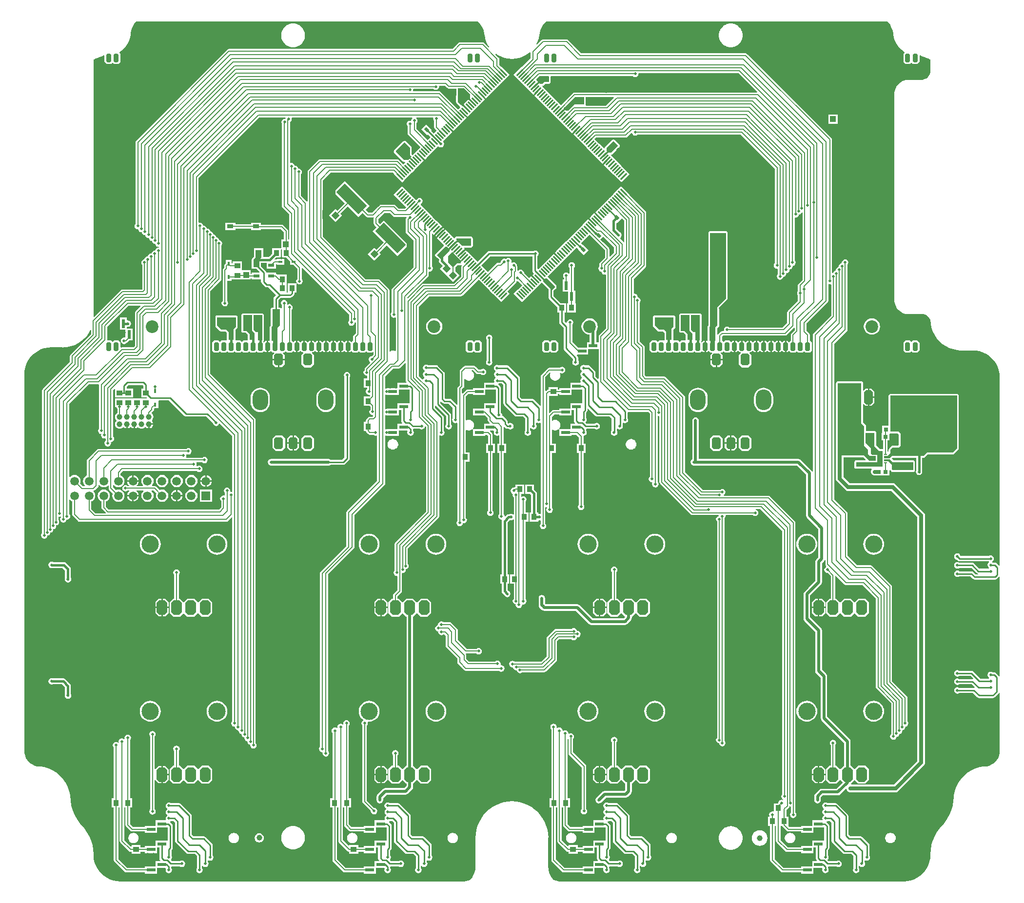
<source format=gbl>
%FSTAX23Y23*%
%MOIN*%
%SFA1B1*%

%IPPOS*%
%AMD61*
4,1,8,0.029500,-0.034400,0.029500,0.034400,0.014800,0.049200,-0.014800,0.049200,-0.029500,0.034400,-0.029500,-0.034400,-0.014800,-0.049200,0.014800,-0.049200,0.029500,-0.034400,0.0*
%
%AMD62*
4,1,8,0.015700,0.041300,-0.015700,0.041300,-0.031500,0.025600,-0.031500,-0.025600,-0.015700,-0.041300,0.015700,-0.041300,0.031500,-0.025600,0.031500,0.025600,0.015700,0.041300,0.0*
%
%AMD65*
4,1,8,-0.008900,-0.029500,0.008900,-0.029500,0.017700,-0.020700,0.017700,0.020700,0.008900,0.029500,-0.008900,0.029500,-0.017700,0.020700,-0.017700,-0.020700,-0.008900,-0.029500,0.0*
%
%AMD66*
4,1,8,0.017700,0.049200,-0.017700,0.049200,-0.035400,0.031500,-0.035400,-0.031500,-0.017700,-0.049200,0.017700,-0.049200,0.035400,-0.031500,0.035400,0.031500,0.017700,0.049200,0.0*
%
%AMD69*
4,1,4,-0.027700,0.000000,0.000000,-0.027700,0.027700,0.000000,0.000000,0.027700,-0.027700,0.000000,0.0*
%
%AMD70*
4,1,4,-0.016000,0.024300,-0.024300,0.016000,0.016000,-0.024300,0.024300,-0.016000,-0.016000,0.024300,0.0*
%
%AMD71*
4,1,4,0.024300,0.016000,0.016000,0.024300,-0.024300,-0.016000,-0.016000,-0.024300,0.024300,0.016000,0.0*
%
%AMD73*
4,1,4,0.105900,-0.047200,-0.047200,0.105900,-0.105900,0.047200,0.047200,-0.105900,0.105900,-0.047200,0.0*
%
%AMD81*
4,1,4,0.019400,0.002800,0.002800,0.019400,-0.019400,-0.002800,-0.002800,-0.019400,0.019400,0.002800,0.0*
%
%AMD82*
4,1,4,-0.002800,0.019400,-0.019400,0.002800,0.002800,-0.019400,0.019400,-0.002800,-0.002800,0.019400,0.0*
%
%ADD16R,0.051181X0.059055*%
%ADD17R,0.039370X0.039370*%
%ADD19R,0.035433X0.039370*%
%ADD24R,0.039370X0.035433*%
%ADD51C,0.039370*%
%ADD52C,0.010000*%
%ADD53C,0.006000*%
%ADD54C,0.020000*%
%ADD55C,0.015000*%
%ADD56C,0.027559*%
%ADD58R,0.059055X0.059055*%
%ADD59C,0.059055*%
%ADD60C,0.019685*%
G04~CAMADD=61~4~0.0~0.0~984.3~590.6~0.0~147.6~0~0.0~0.0~0.0~0.0~0~0.0~0.0~0.0~0.0~0~0.0~0.0~0.0~270.0~590.0~984.0*
%ADD61D61*%
G04~CAMADD=62~4~0.0~0.0~629.9~826.8~0.0~157.5~0~0.0~0.0~0.0~0.0~0~0.0~0.0~0.0~0.0~0~0.0~0.0~0.0~0.0~629.9~826.8*
%ADD62D62*%
%ADD63O,0.106299X0.141732*%
%ADD64C,0.086614*%
G04~CAMADD=65~4~0.0~0.0~354.3~590.6~0.0~88.6~0~0.0~0.0~0.0~0.0~0~0.0~0.0~0.0~0.0~0~0.0~0.0~0.0~180.0~354.0~590.0*
%ADD65D65*%
G04~CAMADD=66~4~0.0~0.0~708.7~984.3~0.0~177.2~0~0.0~0.0~0.0~0.0~0~0.0~0.0~0.0~0.0~0~0.0~0.0~0.0~0.0~708.7~984.3*
%ADD66D66*%
%ADD67C,0.118110*%
%ADD68R,0.017716X0.027559*%
G04~CAMADD=69~10~0.0~393.7~0.0~0.0~0.0~0.0~0~0.0~0.0~0.0~0.0~0~0.0~0.0~0.0~0.0~0~0.0~0.0~0.0~135.0~393.7~0.0*
%ADD69D69*%
G04~CAMADD=70~9~0.0~0.0~118.1~570.9~0.0~0.0~0~0.0~0.0~0.0~0.0~0~0.0~0.0~0.0~0.0~0~0.0~0.0~0.0~45.0~486.0~485.0*
%ADD70D70*%
G04~CAMADD=71~9~0.0~0.0~118.1~570.9~0.0~0.0~0~0.0~0.0~0.0~0.0~0~0.0~0.0~0.0~0.0~0~0.0~0.0~0.0~315.0~486.0~485.0*
%ADD71D71*%
%ADD72R,0.039370X0.023622*%
G04~CAMADD=73~9~0.0~0.0~2165.0~830.0~0.0~0.0~0~0.0~0.0~0.0~0.0~0~0.0~0.0~0.0~0.0~0~0.0~0.0~0.0~315.0~2118.0~2117.0*
%ADD73D73*%
%ADD74R,0.047244X0.025591*%
%ADD75R,0.059055X0.023622*%
%ADD76R,0.031496X0.027559*%
%ADD77R,0.035433X0.062992*%
%ADD78R,0.019685X0.009843*%
%ADD79R,0.043307X0.027559*%
%ADD80R,0.031496X0.023622*%
G04~CAMADD=81~9~0.0~0.0~236.2~315.0~0.0~0.0~0~0.0~0.0~0.0~0.0~0~0.0~0.0~0.0~0.0~0~0.0~0.0~0.0~315.0~388.0~387.0*
%ADD81D81*%
G04~CAMADD=82~9~0.0~0.0~236.2~315.0~0.0~0.0~0~0.0~0.0~0.0~0.0~0~0.0~0.0~0.0~0.0~0~0.0~0.0~0.0~45.0~388.0~387.0*
%ADD82D82*%
%ADD83R,0.023622X0.059055*%
%ADD84R,0.027559X0.017716*%
%ADD85R,0.039370X0.039370*%
%ADD86R,0.059055X0.051181*%
%ADD87C,0.025000*%
%ADD88C,0.030000*%
%LNduo_x-1*%
%LPD*%
G36*
X00027Y05583D02*
X02354D01*
X02357Y0558*
X02372Y05563*
X02384Y05543*
X02393Y05522*
X02398Y055*
X02398Y05492*
X02399Y05491*
X02403Y05467*
X02411Y05444*
X02422Y05422*
X02431Y05408*
X02427Y05405*
X02397Y05435*
X02392Y05439*
X02386Y0544*
X02231*
X02225Y05439*
X0222Y05435*
X02179Y05395*
X00652*
X00646Y05394*
X00642Y0539*
X00018Y04767*
X00014Y04762*
X00013Y04756*
Y04201*
X00013Y042*
X00008Y04193*
X00006Y04185*
X00008Y04176*
X00013Y04169*
X0002Y04164*
X00029Y04162*
X00031Y04163*
X00033Y04156*
X00038Y04149*
X00045Y04144*
X00053Y04142*
X00056Y04143*
X00057Y04136*
X00062Y04129*
X0007Y04124*
X00078Y04122*
X00081Y04123*
X00082Y04116*
X00087Y04109*
X00094Y04104*
X00103Y04102*
X00105Y04103*
X00106Y04096*
X00111Y04089*
X00118Y04084*
X00126Y04082*
X00127Y04076*
X00132Y04069*
X00139Y04064*
X00148Y04062*
X00148Y04062*
X00149Y04056*
X00154Y04049*
X00161Y04044*
X0017Y04042*
X00171Y04042*
X00174Y0404*
X00171Y04037*
X0017Y04037*
X00162Y04035*
X00155Y0403*
X0015Y04023*
X00148Y04016*
X00145Y04017*
X00136Y04015*
X00129Y0401*
X00124Y04003*
X00123Y03996*
X00119Y03997*
X0011Y03995*
X00103Y0399*
X00098Y03983*
X00097Y03977*
X00096Y03977*
X00087Y03975*
X0008Y0397*
X00075Y03963*
X00074Y03957*
X00066Y03955*
X00059Y0395*
X00054Y03943*
X00053Y03935*
X00054Y03926*
X00059Y03919*
Y03751*
X00058Y0375*
X-00075*
X-0008Y03749*
X-00085Y03745*
X-00269Y03562*
X-00273Y03563*
X-00274Y03564*
X-00274Y03569*
Y05313*
X-00274Y05318*
X-00272Y05321*
X-00269Y05324*
X-00267Y05325*
X-00213Y05347*
X-00212Y05347*
X-00202Y05351*
X-00198Y05348*
Y05306*
X-00183Y05291*
X-00153*
X-00143Y05301*
X-00133Y05291*
X-00103*
X-00088Y05306*
Y05359*
X-00097Y05368*
X-00097Y05373*
X-00093Y05376*
X-00092Y05376*
X-00088Y05379*
X-00084Y05382*
X-00068Y05396*
X-00053Y05413*
X-00041Y05432*
X-00031Y05452*
X-00024Y05473*
X-0002Y05492*
X-00019Y05495*
Y05495*
X-00019Y05497*
X-00019Y05497*
X-00018Y05502*
X-00015Y0552*
X-00008Y0554*
X00001Y0556*
X00008Y05571*
X00011Y05575*
X00012Y05575*
X00014Y05578*
X00019Y05581*
X00022Y05582*
X00027Y05583*
X00027*
G37*
G36*
X05154Y05581D02*
X05161Y05577D01*
X05162Y05575*
X05165Y05571*
X05173Y0556*
X05182Y0554*
X05189Y0552*
X05193Y05502*
X05193Y05497*
X05194Y05497*
X05194Y05495*
Y05495*
X05194Y05492*
X05198Y05473*
X05205Y05452*
X05215Y05432*
X05227Y05413*
X05242Y05396*
X05259Y05382*
X05262Y05379*
X05266Y05376*
X05267Y05376*
X05267Y05376*
X05267*
X05271Y05373*
X05272Y05368*
X05263Y05359*
Y05306*
X05278Y05291*
X05307*
X05318Y05301*
X05328Y05291*
X05358*
X05373Y05306*
Y05348*
X05377Y05351*
X05387Y05347*
X05387Y05347*
X05442Y05325*
X05444Y05324*
X05444Y05324*
X05446Y05323*
X05448Y0532*
X05448Y05318*
X05448*
X05448Y05313*
Y05249*
X05448Y05249*
X05447Y05236*
X05443Y05224*
X05437Y05212*
X05429Y05202*
X05419Y05194*
X05407Y05188*
X05395Y05184*
X05382Y05183*
X05382Y05183*
X05293*
Y05183*
X05276Y05181*
X05258Y05176*
X05258Y05176*
X05258Y05176*
X05243Y05167*
X05229Y05156*
X05217Y05142*
X05209Y05126*
X05204Y05109*
X05202Y05096*
X05202Y05091*
X05202Y05091*
X05202Y05087*
Y03679*
X05202Y03674*
X05202Y03674*
X05202Y03669*
X05204Y03656*
X05209Y03639*
X05217Y03623*
X05229Y03609*
X05243Y03598*
X05258Y0359*
X05276Y03584*
X05289Y03583*
X05293Y03583*
X05293Y03583*
X05298Y03583*
X05387*
X05387Y03583*
X054Y03582*
X05412Y03578*
X05424Y03572*
X05434Y03564*
X05442Y03553*
X05448Y03542*
X05448Y03542*
X0545Y03516*
X05455Y03489*
X05464Y03464*
X05476Y03439*
X05491Y03416*
X05509Y03396*
X0553Y03377*
X05553Y03362*
X05577Y0335*
X05603Y03341*
X0563Y03336*
X05653Y03334*
X05658Y03334*
X05658*
Y03334*
X05663Y03334*
X05736*
X05737Y03334*
X0576Y03333*
X05784Y03328*
X05807Y0332*
X05829Y0331*
X05849Y03296*
X05867Y0328*
X05883Y03262*
X05896Y03242*
X05907Y03221*
X05915Y03198*
X05919Y03174*
X05921Y03151*
X05921Y0315*
Y01865*
X0592Y01864*
X05916Y01863*
X059Y01879*
X05894Y01883*
X05887Y01884*
X05873*
X05871Y01886*
Y01892*
X05875Y01895*
X0588Y01902*
X05882Y0191*
X0588Y01919*
X05875Y01926*
X05868Y01931*
X0586Y01933*
X05851Y01931*
X05846Y01928*
X05653*
X05652Y01933*
X05647Y01941*
X0564Y01945*
X05631Y01947*
X05623Y01945*
X05616Y01941*
X05611Y01933*
X05609Y01925*
X05611Y01916*
X05616Y01909*
X05623Y01904*
X05629Y01903*
X05634Y01898*
X05639Y01894*
X05646Y01893*
X05846*
X05848Y01892*
Y01886*
X05844Y01883*
X05839Y01876*
X05837Y01867*
X05839Y01859*
X05844Y01851*
X05846Y0185*
X05847Y01844*
X05844Y01841*
X05782*
X05746Y01877*
X05741Y01881*
X05734Y01882*
X05645*
X0564Y01885*
X05631Y01887*
X05623Y01885*
X05616Y01881*
X05611Y01873*
X05609Y01865*
X05611Y01856*
X05616Y01849*
X05623Y01844*
X05631Y01843*
X0564Y01844*
X05645Y01847*
X05727*
X05763Y01811*
X05769Y01808*
X05773Y01807*
X05773Y01802*
X05757*
X05739Y01819*
X05734Y01823*
X05727Y01824*
X05645*
X0564Y01828*
X05631Y01829*
X05623Y01828*
X05616Y01823*
X05611Y01816*
X05609Y01807*
X05611Y01799*
X05616Y01791*
X05623Y01786*
X05631Y01785*
X0564Y01786*
X05645Y0179*
X0572*
X05737Y01772*
X05743Y01768*
X0575Y01767*
X0589*
X05896Y01768*
X05902Y01772*
X05916Y01786*
X0592Y01785*
X05921Y01784*
Y01106*
X05916Y01106*
X05916Y01107*
X05912Y01112*
X05897Y01127*
X05891Y01131*
X05885Y01132*
X05873*
X05868Y01136*
X05859Y01137*
X05851Y01136*
X05844Y01131*
X05839Y01124*
X05837Y01115*
X05839Y01107*
X05844Y01099*
X05846Y01098*
X05847Y01092*
X05844Y01089*
X05789*
X0574Y01139*
X05734Y01143*
X05727Y01144*
X05645*
X0564Y01147*
X05631Y01149*
X05623Y01147*
X05616Y01143*
X05611Y01135*
X05609Y01127*
X05611Y01118*
X05616Y01111*
X05623Y01106*
X05631Y01104*
X0564Y01106*
X05645Y01109*
X0572*
X05739Y01091*
X05736Y01086*
X05735Y01087*
X05645*
X0564Y0109*
X05631Y01091*
X05623Y0109*
X05616Y01085*
X05611Y01078*
X05609Y01069*
X05611Y01061*
X05616Y01053*
X05623Y01049*
X05631Y01047*
X0564Y01049*
X05645Y01052*
X05728*
X05749Y01031*
X05746Y01026*
X05745Y01027*
X05645*
X0564Y0103*
X05631Y01031*
X05623Y0103*
X05616Y01025*
X05611Y01018*
X05609Y01009*
X05611Y01001*
X05616Y00993*
X05623Y00989*
X05631Y00987*
X0564Y00989*
X05645Y00992*
X05738*
X05767Y00962*
X05773Y00958*
X0578Y00957*
X05875*
X05881Y00958*
X05887Y00962*
X05912Y00987*
X05916Y00993*
X05916Y00994*
X05921Y00993*
Y00595*
X05921Y00595*
X05919Y00578*
X05916Y00562*
X05909Y00547*
X05901Y00533*
X0589Y0052*
X05877Y00509*
X05863Y00501*
X05848Y00494*
X05832Y0049*
X05821Y0049*
Y0049*
X05821*
X05821Y00489*
X0582Y00489*
X05805Y00488*
X05775Y00482*
X05747Y00473*
X0572Y00459*
X05695Y00443*
X05673Y00423*
X05653Y004*
X05636Y00375*
X05623Y00348*
X05613Y0032*
X05607Y00291*
X05606Y00274*
X05606Y00273*
X05606Y00273*
X05606*
X05605Y00255*
X05599Y00222*
X0559Y00189*
X05577Y00158*
X0556Y00128*
X05541Y001*
X05525Y00083*
X05526Y00083*
Y00083*
X05525Y00082*
X05511Y00066*
X05492Y0004*
X05477Y00012*
X05464Y-00017*
X05455Y-00048*
X0545Y-0008*
X05448Y-00107*
X05448Y-00112*
X05448Y-00117*
Y-00117*
X05447Y-00136*
X05442Y-0016*
X05434Y-00183*
X05424Y-00205*
X0541Y-00225*
X05394Y-00243*
X05376Y-00259*
X05356Y-00272*
X05335Y-00283*
X05312Y-0029*
X05288Y-00295*
X05269Y-00296*
X05264Y-00297*
X05264Y-00297*
X02912*
X02912Y-00297*
X02899Y-00295*
X02887Y-00292*
X02875Y-00286*
X02865Y-00277*
X02858Y-00268*
X02855Y-00264*
X02855Y-00263*
X02855Y-00263*
X02851Y-00257*
X02842Y-00236*
X02837Y-00214*
X02835Y-00192*
X02835Y-00191*
Y00002*
X02836*
X02834Y0003*
X02829Y00057*
X02822Y00084*
X02811Y0011*
X02797Y00134*
X02781Y00157*
X02763Y00178*
X02742Y00196*
X02719Y00213*
X02695Y00226*
X02669Y00237*
X02642Y00245*
X02615Y00249*
X02587Y00251*
X02559Y00249*
X02531Y00245*
X02505Y00237*
X02479Y00226*
X02454Y00213*
X02432Y00196*
X02411Y00178*
X02392Y00157*
X02376Y00134*
X02363Y0011*
X02352Y00084*
X02344Y00057*
X02339Y0003*
X02338Y00002*
X02338*
Y-00186*
Y-00186*
Y-00191*
X02338Y-00196*
X02336Y-00214*
X02331Y-00236*
X02322Y-00257*
X02318Y-00263*
X02318Y-00263*
X02318Y-00264*
X02316Y-00268*
X02308Y-00277*
X02298Y-00286*
X02287Y-00292*
X02274Y-00295*
X02261Y-00297*
X02261Y-00297*
X-00089*
X-00089Y-00297*
X-00094Y-00296*
X-00113Y-00295*
X-00137Y-0029*
X-0016Y-00283*
X-00182Y-00272*
X-00202Y-00259*
X-0022Y-00243*
X-00236Y-00225*
X-00249Y-00205*
X-0026Y-00183*
X-00268Y-0016*
X-00272Y-00136*
X-00274Y-00117*
X-00274Y-00112*
X-00274Y-00112*
X-00274Y-00107*
X-00275Y-0008*
X-00281Y-00048*
X-0029Y-00017*
X-00302Y00012*
X-00318Y0004*
X-00336Y00066*
X-00351Y00082*
X-00351Y00083*
X-00351Y00083*
X-00366Y001*
X-00386Y00128*
X-00402Y00158*
X-00415Y00189*
X-00425Y00222*
X-0043Y00255*
X-00431Y00273*
X-00431*
X-00432Y00273*
X-00432Y00274*
X-00433Y00291*
X-00439Y0032*
X-00448Y00348*
X-00462Y00375*
X-00478Y004*
X-00498Y00423*
X-00521Y00443*
X-00546Y00459*
X-00573Y00473*
X-00601Y00482*
X-0063Y00488*
X-00646Y00489*
X-00647Y00489*
X-00647Y0049*
X-00657Y0049*
X-00673Y00494*
X-00689Y00501*
X-00703Y00509*
X-00715Y0052*
X-00726Y00533*
X-00735Y00547*
X-00741Y00562*
X-00745Y00578*
X-00746Y00595*
X-00746Y00595*
Y0317*
X-00746Y03171*
X-00745Y03194*
X-0074Y03218*
X-00732Y03241*
X-00722Y03262*
X-00708Y03282*
X-00692Y03301*
X-00674Y03317*
X-00654Y0333*
X-00632Y03341*
X-0061Y03348*
X-00586Y03353*
X-00562Y03355*
X-00562Y03355*
X-00488*
X-00483Y03354*
X-00483Y03354*
X-00478Y03355*
X-00456Y03356*
X-00429Y03361*
X-00403Y0337*
X-00378Y03382*
X-00356Y03398*
X-00335Y03416*
X-00317Y03436*
X-00302Y03459*
X-00295Y03473*
X-0029Y03472*
Y03446*
X-0043Y03305*
X-00434Y033*
X-00435Y03295*
Y03256*
X-0062Y0307*
X-00624Y03065*
X-00625Y0306*
Y02086*
X-00626Y02085*
X-00631Y02078*
X-00632Y0207*
X-00631Y02061*
X-00626Y02054*
X-00618Y02049*
X-0061Y02047*
X-00601Y02049*
X-00594Y02054*
X-00589Y02061*
X-00588Y02068*
X-00581Y02069*
X-00574Y02074*
X-00569Y02081*
X-00568Y02088*
X-00561Y02089*
X-00554Y02094*
X-00549Y02101*
X-00548Y0211*
X-00548Y02113*
X-00541Y02114*
X-00534Y02119*
X-00529Y02126*
X-00528Y02135*
X-00528Y02138*
X-00521Y02139*
X-00514Y02144*
X-00509Y02151*
X-00508Y0216*
X-00509Y02168*
X-00514Y02175*
Y02194*
X-00509Y02198*
X-00505Y02197*
X-005Y02198*
X-00499Y02198*
X-00497Y02193*
X-005Y02188*
X-00502Y0218*
X-005Y02171*
X-00495Y02164*
X-00488Y02159*
X-0048Y02157*
X-00471Y02159*
X-00464Y02164*
X-00459Y02171*
X-00458Y02178*
X-00455Y02177*
X-00446Y02179*
X-00439Y02184*
X-00434Y02191*
X-00432Y022*
X-00434Y02208*
X-00439Y02215*
X-00439Y02216*
Y02311*
X-00434Y02312*
X-00433Y02311*
X-00425Y02304*
X-00419Y02302*
Y02212*
X-00418Y02206*
X-00414Y02201*
X-0038Y02167*
X-00375Y02164*
X-0037Y02163*
X00633*
X00639Y02164*
X00644Y02167*
X0067Y02193*
X00674Y02191*
Y00801*
X00674Y008*
X00669Y00793*
X00667Y00785*
X00669Y00776*
X00674Y00769*
X00681Y00764*
X0069Y00762*
X00693Y00758*
X00694Y00751*
X00699Y00744*
X00706Y00739*
X00715Y00737*
X00718Y00733*
X00719Y00726*
X00724Y00719*
X00731Y00714*
X00738Y00713*
X00737Y0071*
X00739Y00701*
X00744Y00694*
X00751Y00689*
X00758Y00688*
X00757Y00685*
X00759Y00676*
X00764Y00669*
X00771Y00664*
X00778Y00663*
X00777Y0066*
X00779Y00651*
X00784Y00644*
X00791Y00639*
X00798Y00638*
X00797Y00635*
X00799Y00626*
X00804Y00619*
X00811Y00614*
X0082Y00612*
X00828Y00614*
X00835Y00619*
X0084Y00626*
X00842Y00635*
X0084Y00643*
X00835Y0065*
X00835Y00651*
Y0286*
X00834Y02865*
X0083Y0287*
X00525Y03176*
Y03739*
X00595Y0381*
X00599Y03815*
X006Y03821*
Y04048*
X006Y04049*
X00605Y04056*
X00607Y04065*
X00605Y04073*
X006Y0408*
X00593Y04085*
X00586Y04086*
X00585Y04093*
X0058Y041*
X00573Y04105*
X00566Y04106*
X00565Y04113*
X0056Y0412*
X00553Y04125*
X00546Y04126*
X00545Y04133*
X0054Y0414*
X00533Y04145*
X00526Y04146*
X00525Y04153*
X0052Y0416*
X00513Y04165*
X00505Y04167*
X00501Y04166*
X005Y04173*
X00495Y0418*
X00488Y04185*
X0048Y04187*
X00476Y04186*
X00475Y04193*
X0047Y042*
X00463Y04205*
X00455Y04207*
X0045Y04206*
X00445Y0421*
Y04512*
X0086Y04927*
X01036*
X01039Y04922*
X01038Y04916*
X01033Y04917*
X01025Y04915*
X01018Y0491*
X01013Y04903*
X01011Y04895*
X01013Y04886*
X01014Y04884*
Y0432*
X01015Y04314*
X01019Y04309*
X01064Y04263*
Y04091*
X01058*
Y0415*
X01057Y04155*
X01054Y0416*
X01025Y04189*
X01021Y04192*
X01015Y04193*
X00871*
Y04206*
X00804*
Y04196*
X00696*
Y04206*
X00628*
Y04155*
X00696*
Y04165*
X00804*
Y04155*
X00871*
Y04163*
X01008*
X01028Y04143*
Y04091*
X01009*
Y04034*
X01006Y04031*
X01006*
X00946*
Y03997*
X00923Y03974*
X00887*
Y04019*
X00887Y04022*
Y04031*
X00878*
X00875Y04032*
X00835*
X00832Y04031*
X00823*
Y04022*
X00823Y04019*
Y03974*
X00811Y03963*
X00809Y03959*
X00808Y03954*
Y0394*
X00807*
Y03893*
X00816*
X0082Y03892*
X00839*
X00861Y0387*
X00859Y03866*
X00807*
Y03857*
X00802*
Y03881*
X00745*
X00742Y03885*
Y03885*
Y03944*
X00678*
Y0393*
X00671*
Y03952*
X00629*
Y03927*
X00624Y03921*
X0062Y03916*
X00619Y03911*
Y03898*
X00614Y03893*
X0061Y03888*
X00609Y03882*
Y03673*
X00609Y03673*
X00604Y03666*
X00602Y03657*
X00604Y03649*
X00609Y03642*
X00616Y03637*
X00625Y03635*
X00633Y03637*
X0064Y03642*
X00645Y03649*
X00647Y03657*
X00645Y03666*
X0064Y03673*
X0064Y03673*
Y0381*
X00671*
Y0382*
X00678*
Y03818*
X00738*
X00802*
Y03827*
X00807*
Y03818*
X0087*
X00872Y03814*
Y03804*
X00873Y03798*
X00877Y03792*
X00899Y0377*
X00905Y03767*
X00911Y03765*
X00922*
X00975Y03712*
X00962Y03699*
X00958Y03693*
X00957Y03687*
Y03627*
X0095*
X00945Y03626*
X00941Y03623*
X00938Y03619*
X00937Y03615*
Y03505*
X00936Y03503*
X00933Y03499*
X00932Y03495*
Y03404*
X0093Y034*
X00921*
Y0336*
Y03321*
X0093*
X00939Y0333*
X00951Y03319*
X00962*
X00964Y03314*
X00951Y03301*
Y03276*
X01034*
Y03301*
X01021Y03314*
X01023Y03319*
X01031*
X01041Y03329*
X01051Y03319*
X01081*
X01092Y0333*
X01102Y03321*
X01111*
Y0336*
Y034*
X01102*
X01092Y0339*
X01081Y03401*
Y03612*
X01081Y03613*
X01086Y0362*
X01088Y03628*
X01086Y03637*
X01081Y03644*
X01074Y03649*
X01066Y03651*
X01057Y03649*
X01054Y03647*
X0105Y0365*
X01052Y03657*
X0105Y03666*
X01045Y03673*
X01038Y03678*
X0103Y0368*
X01021Y03678*
X01014Y03673*
X01009Y03666*
X01007Y03657*
X01009Y03649*
X01014Y03642*
X01014Y03641*
Y03623*
X01009Y03622*
X01008Y03623*
X01004Y03626*
X01Y03627*
X00992*
Y0368*
X01007Y03694*
X01071*
X01077Y03696*
X01083Y037*
X01096Y03712*
X01099Y03718*
X01101Y03724*
Y03728*
X01113*
Y03787*
X01118Y03791*
X01119Y03791*
X01126Y03786*
X01135Y03785*
X01143Y03786*
X0115Y03791*
X01155Y03798*
X01157Y03807*
X01155Y03816*
X0115Y03823*
X0115Y03823*
Y03897*
X01155Y03899*
X01474Y03579*
Y03541*
X01474Y0354*
X01469Y03533*
X01467Y03525*
X01469Y03516*
X01474Y03509*
X01481Y03504*
X0149Y03502*
X01498Y03504*
X01505Y03509*
X0151Y03516*
X01512Y03524*
X01514Y03525*
X01515Y03526*
X01519Y03523*
Y0345*
X01505Y03436*
X01502Y03431*
X015Y03425*
Y03401*
X01489Y0339*
X0148Y034*
X01471*
Y0336*
Y03321*
X0148*
X01489Y0333*
X01501Y03319*
X01531*
X01541Y03329*
X01551Y03319*
X01581*
X01591Y03329*
X01601Y03319*
X01631*
X01635Y03323*
X01639Y03321*
Y03304*
X0163Y03295*
X0163Y03295*
X01621Y03293*
X01614Y03288*
X01609Y03281*
X01607Y03273*
X01609Y03264*
X01614Y03257*
X01617Y03254*
X01618Y03249*
X01584Y03215*
X0158Y0321*
X01579Y03205*
Y03199*
X01579Y03199*
X01574Y03192*
X01572Y03183*
X01574Y03175*
X01579Y03168*
X01586Y03163*
X01595Y03161*
X01598Y03158*
Y03141*
X01573*
Y03078*
X01598*
Y0307*
X01595Y03068*
X0159Y03061*
X01588Y03052*
X0159Y03044*
X01595Y03036*
X01602Y03031*
X0161Y0303*
X01612Y0303*
X01617Y03027*
X01617Y03022*
X01613Y03019*
X01573*
Y02955*
X01612*
X01619Y02948*
Y02931*
X01619Y0293*
X01614Y02923*
X01612Y02915*
X01614Y02906*
X01619Y02899*
X01626Y02894*
X01635Y02892*
X01638Y02889*
X01638Y02885*
X01633Y0288*
X01615*
X01609Y02879*
X01604Y02875*
X01592Y02864*
X01589Y02859*
X01588Y02853*
Y02845*
X01573*
Y02782*
X01588*
X01589Y02779*
X01592Y02774*
X01605Y02762*
X01609Y02758*
X01615Y02757*
X01638*
X01639Y02757*
X01646Y02752*
X01655Y0275*
X01659Y02751*
X01664Y02747*
Y02441*
X01459Y02235*
X01455Y0223*
X01454Y02225*
Y01996*
X01279Y0182*
X01275Y01815*
X01274Y0181*
Y00626*
X01274Y00625*
X01269Y00618*
X01267Y0061*
X01269Y00601*
X01274Y00594*
X01281Y00589*
X01289Y00587*
X0129Y00587*
X01293Y00583*
X01292Y0058*
X01294Y00571*
X01299Y00564*
X01306Y00559*
X01315Y00557*
X01323Y00559*
X0133Y00564*
X01335Y00571*
X01337Y0058*
X01335Y00588*
X0133Y00595*
X0133Y00596*
Y01803*
X01505Y01979*
X01509Y01984*
X0151Y0199*
Y02208*
X01715Y02413*
X01719Y02418*
X0172Y02424*
Y02747*
X01725Y02751*
X01729Y0275*
X01731Y02749*
Y02748*
X01814*
Y02786*
X01872*
X01874Y02782*
X01874Y02781*
X01872Y02773*
X01874Y02764*
X01879Y02757*
X01886Y02752*
X01895Y0275*
X01903Y02752*
X0191Y02757*
X01915Y02764*
X01917Y02773*
X01915Y02781*
X01912Y02786*
Y02794*
X01912Y02795*
X01915Y02798*
X01956*
X01961Y02795*
X0197Y02794*
X01978Y02795*
X01985Y028*
X0199Y02807*
X01991Y02812*
X01996Y02813*
X01999Y02811*
Y02231*
X0179Y02021*
X01786Y02016*
X01785Y0201*
Y01831*
X01785Y0183*
X0178Y01823*
X01778Y01815*
X0178Y01806*
X01785Y01799*
X01792Y01794*
X018Y01792*
X01801Y01792*
X01805Y01789*
Y01696*
X01779Y0167*
X01775Y01665*
X01774Y0166*
Y01637*
X01766*
X01742Y01613*
Y01538*
X01766Y01514*
X01813*
X01836Y01537*
X01839Y01538*
X01842Y01537*
X01864Y01514*
X01866*
Y00495*
X01864*
X01842Y00472*
X01839Y00472*
X01836Y00472*
X01813Y00495*
X01805*
Y00563*
X01805Y00564*
X0181Y00571*
X01812Y0058*
X0181Y00588*
X01805Y00595*
X01798Y006*
X0179Y00602*
X01781Y006*
X01774Y00595*
X01769Y00588*
X01767Y0058*
X01769Y00571*
X01774Y00564*
X01774Y00563*
Y00495*
X01766*
X01742Y00471*
Y00396*
X01766Y00373*
X01813*
X01836Y00395*
X01839Y00396*
X01842Y00395*
X01864Y00373*
X01866*
Y00357*
X0185Y00342*
X01721*
X01713Y0034*
X01706Y00335*
X01668Y00298*
X01663Y0029*
X01661Y00282*
Y0026*
X01663Y00251*
X01668Y00244*
X01675Y00239*
X01684Y00237*
X01692Y00239*
X017Y00244*
X01704Y00251*
X01706Y0026*
Y00272*
X01731Y00297*
X0186*
X01868Y00299*
X01875Y00304*
X01904Y00332*
X01909Y00339*
X0191Y00348*
Y00373*
X01912*
X01934Y00395*
X01937Y00396*
X0194Y00395*
X01963Y00373*
X0201*
X02034Y00396*
Y00471*
X0201Y00495*
X01963*
X0194Y00472*
X01937Y00472*
X01934Y00472*
X01912Y00495*
X0191*
Y01514*
X01912*
X01934Y01537*
X01937Y01538*
X0194Y01537*
X01963Y01514*
X0201*
X02034Y01538*
Y01613*
X0201Y01637*
X01963*
X0194Y01614*
X01937Y01614*
X01934Y01614*
X01912Y01637*
X01864*
X01842Y01614*
X01839Y01614*
X01836Y01614*
X01813Y01637*
X01805*
Y01653*
X01831Y01679*
X01834Y01684*
X01835Y0169*
Y01809*
X01839Y01812*
X0184Y01812*
X01848Y01814*
X01855Y01819*
X0186Y01826*
X01862Y01835*
X01861Y01838*
X01868Y01839*
X01875Y01844*
X0188Y01851*
X01882Y0186*
X0188Y01868*
X01875Y01875*
X01875Y01876*
Y0198*
X02084Y02189*
X02088Y02194*
X02089Y022*
Y02751*
X02093Y02754*
X02096Y02752*
X02105Y0275*
X02113Y02752*
X0212Y02757*
X02125Y02764*
X02127Y02773*
X02125Y02781*
X02122Y02786*
Y02875*
X02121Y02881*
X02117Y02887*
X02062Y02942*
Y02954*
X02067Y02955*
X02067Y02955*
X02137Y02885*
Y02829*
X02134Y02824*
X02132Y02816*
X02134Y02807*
X02139Y028*
X02146Y02795*
X02155Y02794*
X02163Y02795*
X0217Y028*
X02175Y02807*
X02177Y02816*
X02175Y02824*
X02172Y02829*
Y02892*
X02171Y02899*
X02167Y02904*
X02097Y02974*
Y02983*
X02102Y02985*
X02112Y02975*
X02118Y02971*
X02125Y0297*
X02155*
X02182Y02942*
Y02873*
X02179Y02868*
X02177Y02859*
X02179Y02851*
X02184Y02843*
X02191Y02839*
X022Y02837*
X02208Y02839*
X0221Y0284*
X02214Y02837*
Y02171*
X02214Y0217*
X02209Y02163*
X02207Y02155*
X02209Y02146*
X02214Y02139*
X02221Y02134*
X0223Y02132*
X02238Y02134*
X02245Y02139*
X0225Y02146*
X02252Y02153*
X02256Y02152*
X02265Y02154*
X02272Y02159*
X02277Y02166*
X02279Y02175*
X02277Y02183*
X02272Y0219*
X02272Y02191*
Y02573*
X02297*
Y02636*
X02272*
Y02787*
X02277Y0279*
X02282Y02788*
X02287Y02787*
X02296*
X02301Y02788*
X0231Y02791*
X02314Y02794*
X02317Y02797*
X02321Y02795*
Y02748*
X02404*
Y02757*
X02417*
X02424Y02749*
Y02696*
X02412*
Y02633*
X02424*
Y02241*
X02423Y0224*
X02418Y02233*
X02417Y02225*
X02418Y02216*
X02423Y02209*
X02431Y02204*
X02439Y02202*
X02448Y02204*
X02455Y02209*
X0246Y02216*
X02461Y02225*
X0246Y02233*
X02455Y0224*
Y02633*
X02471*
Y02696*
X02455*
Y02756*
X02454Y02762*
X0245Y02767*
X02436Y02781*
X02438Y02786*
X02462*
X02464Y02782*
X02464Y02781*
X02463Y02773*
X02464Y02764*
X02469Y02757*
X02477Y02752*
X02485Y0275*
X02494Y02752*
X02496Y02753*
X025Y02751*
Y02696*
X02486*
Y02633*
X025*
Y02216*
X02499Y02215*
X02494Y02208*
X02493Y022*
X02494Y02191*
X02499Y02184*
X02506Y02179*
X02514Y02177*
X02516Y02176*
X02516Y02175*
X02517Y02173*
X02516Y02166*
Y01801*
X02506*
Y01738*
X02516*
Y01688*
X02518Y0168*
X02522Y01674*
X02534Y01662*
X02534Y01661*
X02539Y01654*
X02546Y01649*
X02555Y01647*
X02563Y01649*
X0257Y01654*
X02575Y01661*
X02577Y0167*
X02575Y01678*
X0257Y01685*
X02563Y0169*
X02562Y0169*
X02556Y01696*
Y01738*
X02566*
Y01801*
X02556*
Y02158*
X02572Y02174*
X0258Y02172*
X02588Y02174*
X02594Y02178*
X02599Y02176*
Y01801*
X02573*
Y01738*
X02599*
Y01636*
X02599Y01635*
X02594Y01628*
X02592Y0162*
X02594Y01611*
X02599Y01604*
X02606Y01599*
X02613Y01598*
X02612Y01595*
X02614Y01586*
X02619Y01579*
X02626Y01574*
X02635Y01572*
X02643Y01574*
X0265Y01579*
X02655Y01586*
X02657Y01594*
X02657Y01595*
X02661Y01598*
X02665Y01597*
X02673Y01599*
X0268Y01604*
X02685Y01611*
X02687Y0162*
X02685Y01628*
X0268Y01635*
X0268Y01636*
Y02163*
X02701*
Y02226*
X0268*
Y02298*
X0268Y02299*
X02685Y02306*
X02687Y02315*
X02685Y02323*
X0268Y0233*
X02673Y02335*
X02665Y02337*
X02656Y02335*
X02654Y02334*
X0265Y02336*
Y02353*
X02671*
Y02416*
X02611*
Y024*
X0261*
X02604Y02399*
X02601Y02397*
X026Y02397*
X02591Y02395*
X02584Y0239*
X02579Y02383*
X02577Y02375*
X02579Y02366*
X02584Y02359*
X02591Y02354*
X02593Y02349*
X02592Y02345*
X02594Y02336*
X02599Y02329*
X02599Y02328*
Y02213*
X02594Y02211*
X02588Y02215*
X0258Y02217*
X02571Y02215*
X0257Y02214*
X02565*
X02557Y02213*
X0255Y02209*
X02542Y022*
X02537Y02202*
X02535Y02208*
X02531Y02215*
Y02633*
X02546*
Y02696*
X02531*
Y02808*
X02536Y0281*
X02542Y02804*
X02548Y028*
X02555Y02798*
X02562*
X02567Y02795*
X02575Y02794*
X02584Y02795*
X02591Y028*
X02596Y02807*
X02597Y02816*
X02596Y02824*
X02591Y02832*
X02584Y02836*
X02575Y02838*
X02567Y02836*
X02562Y02833*
X02557Y02838*
Y02847*
X02556Y02853*
X02552Y02859*
X02529Y02882*
X02523Y02886*
X0252Y02886*
X02521Y02891*
X02519Y02899*
X02514Y02906*
X02512Y02908*
Y03075*
X02511Y03082*
X02507Y03087*
X02493Y03101*
X02494Y03106*
X02495Y03106*
X02499Y0311*
X02516*
X02528Y03097*
Y02971*
X02529Y02965*
X02533Y02959*
X02605Y02887*
X0261Y02883*
X02617Y02882*
X02663*
X02678Y02867*
Y02786*
X02674Y02781*
X02673Y02773*
X02674Y02764*
X02679Y02757*
X02687Y02752*
X02695Y0275*
X02704Y02752*
X02711Y02757*
X02716Y02764*
X02717Y02773*
X02716Y02781*
X02712Y02786*
Y02801*
X02717Y02802*
X02719Y028*
X02726Y02795*
X02735Y02794*
X02743Y02795*
X0275Y028*
X02755Y02807*
X02757Y02816*
X02755Y02824*
X02752Y02828*
Y02837*
X02757Y0284*
X0276Y02838*
X02769Y02836*
X02777Y02838*
X0278Y0284*
X02784Y02837*
Y0222*
X02779Y02216*
X02775Y02217*
X02772Y02216*
X02768Y02219*
Y02226*
X02758*
Y02355*
X02756Y02362*
X02752Y02369*
X02738Y02383*
Y02416*
X02678*
Y02353*
X02712*
X02718Y02346*
Y02226*
X02708*
Y02163*
X02768*
Y0217*
X02772Y02173*
X02775Y02172*
X02779Y02173*
X02784Y02169*
Y02151*
X02784Y0215*
X02779Y02143*
X02777Y02135*
X02779Y02126*
X02784Y02119*
X02791Y02114*
X028Y02112*
X02808Y02114*
X02815Y02119*
X0282Y02126*
X02822Y02135*
X0282Y02143*
X02815Y0215*
X02815Y02151*
Y02259*
X0282Y02263*
X02825Y02262*
X02827Y02258*
X02824Y02253*
X02822Y02245*
X02824Y02236*
X02829Y02229*
X02836Y02224*
X02845Y02222*
X02853Y02224*
X0286Y02229*
X02865Y02236*
X02867Y02245*
X02865Y02253*
X0286Y0226*
X0286Y02261*
Y02633*
X02887*
Y02696*
X0286*
Y02788*
X02862Y0279*
X02865Y02791*
X02873Y02788*
X02877Y02787*
X02887*
X02891Y02788*
X029Y02791*
X02904Y02794*
X02904*
X02907Y02797*
X02912Y02795*
Y02748*
X02995*
Y02757*
X03026*
X03045Y02738*
Y02696*
X03032*
Y02633*
X03045*
Y02281*
X03044Y0228*
X03039Y02273*
X03038Y02265*
X03039Y02256*
X03044Y02249*
X03051Y02244*
X0306Y02242*
X03068Y02244*
X03076Y02249*
X0308Y02256*
X03082Y02265*
X0308Y02273*
X03076Y0228*
Y02633*
X03091*
Y02696*
X03076*
Y02745*
X03075Y02745*
X03075Y02746*
X03079Y02751*
X03084Y02752*
X03091Y02757*
X03096Y02764*
X03098Y02773*
X03096Y02781*
X03093Y02786*
Y02794*
X03093Y02795*
X03096Y02798*
X03152*
X03157Y02795*
X03166Y02794*
X03174Y02795*
X03181Y028*
X03186Y02807*
X03188Y02816*
X03186Y02824*
X03181Y02832*
X03174Y02836*
X03166Y02838*
X03157Y02836*
X03152Y02833*
X03097*
X03091Y02839*
X03092Y02843*
X03097Y02851*
X03098Y02859*
X03097Y02868*
X03093Y02873*
Y02907*
X03098Y02912*
X03102Y02918*
X03103Y02924*
Y02935*
X03108Y02937*
X03157Y02887*
X03163Y02883*
X0317Y02882*
X03253*
X03268Y02867*
Y02786*
X03264Y0278*
X03263Y02772*
X03264Y02763*
X03269Y02756*
X03277Y02751*
X03285Y0275*
X03294Y02751*
X03301Y02756*
X03306Y02763*
X03307Y02772*
X03306Y0278*
X03303Y02785*
Y02797*
X03308Y02799*
X03314Y02795*
X03323Y02793*
X03331Y02795*
X03338Y028*
X03343Y02807*
X03345Y02815*
X03343Y02824*
X03343Y02824*
Y02837*
X03348Y0284*
X0335Y02838*
X03359Y02836*
X03367Y02838*
X03375Y02843*
X0338Y0285*
X03381Y02859*
X0338Y02867*
X03378Y02869*
Y0291*
X03383Y02915*
X03385Y02914*
X03518*
X03529Y02903*
Y02471*
X03529Y02471*
X03524Y02463*
X03522Y02455*
X03524Y02446*
X03529Y02439*
X03536Y02434*
X03544Y02433*
X03547Y02428*
X03547Y02428*
X03545Y0242*
X03547Y02411*
X03552Y02404*
X03559Y02399*
X03567Y02397*
X03576Y02399*
X03583Y02404*
X03588Y02411*
X0359Y0242*
X03588Y02428*
X03583Y02435*
X03583Y02436*
Y02885*
X03587Y02888*
X0359Y02887*
X03591Y02887*
X03595Y02884*
Y02434*
X03596Y02428*
X03599Y02423*
X0381Y02212*
X03815Y02209*
X03821Y02208*
X03997*
X04Y02203*
X04Y02201*
X03996Y022*
X03989Y02195*
X03984Y02188*
X03982Y0218*
X03984Y02171*
X03989Y02164*
X03989Y02163*
Y00686*
X03989Y00685*
X03984Y00678*
X03982Y0067*
X03984Y00661*
X03989Y00654*
X03996Y00649*
X04003Y00648*
X04004Y00641*
X04009Y00634*
X04016Y00629*
X04025Y00627*
X04033Y00629*
X0404Y00634*
X04045Y00641*
X04047Y0065*
X04045Y00658*
X0404Y00665*
X0404Y00666*
Y02183*
X0404Y02184*
X04045Y02191*
X04047Y022*
X04046Y02204*
X04049Y02208*
X04233*
X04234Y02208*
X04241Y02203*
X0425Y02201*
X04258Y02203*
X04265Y02208*
X0427Y02215*
X04272Y02223*
X0427Y02232*
X04265Y02239*
X04258Y02244*
X04254Y02245*
X04254Y0225*
X04283*
X04434Y02098*
Y00301*
X04434Y003*
X04429Y00293*
X04427Y00285*
X04429Y00276*
X04434Y00269*
X0444Y00264*
X04438Y0026*
X0443Y00262*
X04421Y0026*
X04414Y00255*
X04409Y00248*
X04407Y0024*
X04404Y00236*
X04378*
Y00184*
X04373Y00181*
X04368Y00182*
X04359Y0018*
X04352Y00175*
X04347Y00168*
X04345Y0016*
X04347Y00151*
X04347Y0015*
X04345Y00146*
X04338*
Y00083*
X04352*
Y-0015*
X04354Y-00156*
X04357Y-00161*
X04426Y-0023*
X04431Y-00233*
X04436Y-00234*
X04565*
Y-00243*
X04648*
Y-00205*
X04706*
X04708Y-00209*
X04709Y-0021*
X04707Y-00219*
X04709Y-00227*
X04713Y-00234*
X04721Y-00239*
X04729Y-00241*
X04738Y-00239*
X04745Y-00234*
X0475Y-00227*
X04751Y-00219*
X0475Y-0021*
X04746Y-00205*
Y-00197*
X04746Y-00197*
X0475Y-00193*
X04806*
X04811Y-00196*
X04819Y-00198*
X04828Y-00196*
X04835Y-00191*
X0484Y-00184*
X04841Y-00175*
X0484Y-00167*
X04835Y-0016*
X04828Y-00155*
X04819Y-00153*
X04811Y-00155*
X04806Y-00158*
X04751*
X04745Y-00152*
X04745Y-00148*
X0475Y-00141*
X04752Y-00132*
X0475Y-00123*
X04747Y-00119*
Y-00084*
X04751Y-00079*
X04755Y-00074*
X04756Y-00067*
Y00083*
X04755Y00089*
X04751Y00095*
X04738Y00109*
X04738Y00114*
X04739Y00114*
X04744Y00117*
X0476*
X04772Y00105*
Y-0002*
X04773Y-00026*
X04777Y-00032*
X04849Y-00104*
X04854Y-00108*
X04861Y-00109*
X04907*
X04922Y-00124*
Y-00205*
X04919Y-0021*
X04917Y-00219*
X04919Y-00227*
X04923Y-00234*
X04931Y-00239*
X04939Y-00241*
X04948Y-00239*
X04955Y-00234*
X0496Y-00227*
X04961Y-00219*
X0496Y-0021*
X04956Y-00205*
Y-00191*
X04961Y-00189*
X04963Y-00191*
X0497Y-00196*
X04978Y-00198*
X04987Y-00196*
X04994Y-00191*
X04999Y-00184*
X05001Y-00175*
X04999Y-00167*
X04996Y-00163*
Y-00153*
X05001Y-00151*
X05004Y-00153*
X05013Y-00154*
X05021Y-00153*
X05028Y-00148*
X05033Y-00141*
X05035Y-00132*
X05033Y-00123*
X05031Y-00121*
Y-00052*
X0503Y-00045*
X05026Y-00039*
X04979Y00007*
X04973Y00011*
X04967Y00012*
X04899*
X04886Y00025*
Y00151*
X04885Y00157*
X04881Y00163*
X04811Y00234*
X04805Y00237*
X04799Y00239*
X04743*
X04738Y00242*
X0473Y00244*
X04721Y00242*
X04714Y00237*
X04709Y0023*
X04707Y00221*
X04709Y00213*
X04714Y00206*
X04718Y00202*
X04719Y00197*
X04714Y00194*
X0471Y00187*
X04708Y00178*
X0471Y0017*
X04714Y00162*
X04719Y00159*
Y00153*
X04714Y0015*
X0471Y00143*
X04708Y00135*
X0471Y00126*
X0471Y00126*
X04708Y00121*
X0464*
Y00084*
X04565*
Y00075*
X04484*
X04476Y00083*
Y00146*
X04463*
Y00191*
X04479Y00208*
X04483Y00213*
X04484Y00218*
X0449Y00217*
X0449Y00217*
X04494Y00214*
Y00176*
X04494Y00175*
X04489Y00168*
X04487Y0016*
X04489Y00151*
X04494Y00144*
X04501Y00139*
X0451Y00137*
X04518Y00139*
X04525Y00144*
X0453Y00151*
X04532Y0016*
X0453Y00168*
X04525Y00175*
X04525Y00176*
Y02155*
X04524Y0216*
X0452Y02165*
X0435Y02335*
X04345Y02339*
X0434Y0234*
X04036*
X04034Y02345*
X0404Y02349*
X04045Y02356*
X04047Y02365*
X04045Y02373*
X0404Y0238*
X04033Y02385*
X04025Y02387*
X04016Y02385*
X04009Y0238*
X04008Y0238*
X03891*
X0377Y02501*
Y03013*
X03769Y03019*
X03765Y03024*
X03639Y0315*
X03634Y03154*
X03628Y03155*
X03505*
X03495Y03165*
Y03355*
X03494Y03361*
X0349Y03366*
X0346Y03396*
Y03658*
X0346Y03659*
X03465Y03666*
X03467Y03675*
X03465Y03683*
X0346Y0369*
X03453Y03695*
X03446Y03696*
X03447Y037*
X03445Y03708*
X0344Y03715*
X03433Y0372*
X03424Y03722*
X03423Y03722*
X03419Y03725*
Y03823*
X035Y03904*
X03504Y03909*
X03505Y03915*
Y04274*
X03504Y0428*
X035Y04285*
X03389Y04397*
X03391Y04399*
X03333Y04456*
X03308Y04431*
X0328Y04403*
X03253Y04376*
X03252Y04375*
X0325Y04372*
X03249Y04371*
X03225Y04347*
X03197Y04319*
X03169Y04291*
X03155Y04277*
X03152Y04275*
X03127Y0425*
X03113Y04236*
X03111Y04233*
X03085Y04208*
X03071Y04194*
X03044Y04166*
X03016Y04138*
X02988Y0411*
X02974Y04096*
X0296Y04083*
X02958Y0408*
X02932Y04055*
X02918Y04041*
X0289Y04013*
X02877Y03999*
X02874Y03997*
X02849Y03971*
X02821Y03943*
X02793Y03916*
X02767Y03889*
X02762Y03891*
Y03978*
X02763Y03979*
X02768Y03986*
X02769Y03995*
X02768Y04003*
X02763Y0401*
X02756Y04015*
X02747Y04017*
X02738Y04015*
X02734Y04012*
X0243*
X02423Y04011*
X02417Y04007*
X02351Y0394*
X02337Y03955*
X02309Y03983*
X02281Y0401*
X02267Y04024*
X02265Y04027*
X02259Y04033*
X02261Y04037*
X02307*
X02311Y04038*
X02315Y04041*
X02318Y04045*
X02319Y0405*
Y041*
X02318Y04104*
X02315Y04108*
X02311Y04111*
X02307Y04112*
X02208*
X02204Y04111*
X022Y04108*
X02197Y04104*
X02197Y04102*
X02191Y041*
X02156Y04136*
X02128Y04164*
X02128*
X02111Y0418*
X02112Y0418*
X02086Y04205*
X02072Y04219*
X02044Y04247*
X02017Y04275*
X01989Y04303*
X01963Y04329*
X01963Y04331*
X01964Y04334*
X01964Y04335*
X0197Y04339*
X01975Y04346*
X01977Y04355*
X01975Y04363*
X0197Y0437*
X01963Y04375*
X01955Y04377*
X01946Y04375*
X01939Y0437*
X01935Y04364*
X01929Y04362*
X0192Y04371*
X01919Y04372*
X01917Y04375*
X01891Y044*
X01863Y04428*
X01836Y04456*
X01778Y04399*
X01792Y04385*
X01818Y04359*
X01845Y04331*
X01848Y04329*
X01864Y04313*
X01854Y04303*
X01814*
X01792Y04325*
X01787Y04329*
X01781Y0433*
X01691*
X01685Y04329*
X0168Y04325*
X0163Y04275*
X01606*
X01587Y04294*
X01614Y04321*
X01444Y04491*
X01368Y04415*
X01444Y0434*
X01394Y0429*
X01382Y04302*
X01337Y04257*
X01382Y04212*
X01427Y04257*
X01415Y04268*
X01465Y04318*
X01538Y04245*
X01565Y04272*
X01589Y04249*
X01594Y04245*
X016Y04244*
X01636*
X01639Y04245*
X01643Y04241*
X01642Y04238*
Y04201*
X01644Y04195*
X01647Y0419*
X01662Y04175*
X01635Y04148*
X01709Y04074*
X0166Y04024*
X01647Y04037*
X01602Y03992*
X01647Y03947*
X01692Y03992*
X01681Y04003*
X01731Y04052*
X01805Y03978*
X01881Y04054*
X01711Y04224*
X01684Y04197*
X01673Y04208*
Y04231*
X01715Y04274*
X01751*
X01774Y04251*
X01779Y04247*
X01785Y04246*
X01864*
X01867Y04242*
X01867Y04241*
X01867Y04241*
X01865Y04239*
X01862Y04234*
X01861Y04228*
Y04146*
X01862Y0414*
X01865Y04135*
X01914Y04086*
Y03904*
X0177Y0376*
X01767Y03755*
X01765Y03749*
Y03596*
X01765Y03595*
X0176Y03588*
X01758Y0358*
X0176Y03571*
X01765Y03564*
X01772Y03559*
X01781Y03557*
X01788Y03559*
X01793Y03556*
Y03332*
X01788Y03329*
X01782Y03331*
X01777Y03332*
X01768*
X01768*
X01765Y03331*
X01763Y03331*
X01755Y03327*
X01754Y03327*
X01749Y0333*
Y03745*
X01748Y0375*
X01745Y03755*
X01685Y03815*
X0168Y03819*
X01674Y0382*
X01586*
X01295Y04111*
Y04245*
Y04496*
X01348Y04549*
X01773*
X0178Y04542*
X01778Y0454*
X01836Y04483*
X0185Y04497*
X01877Y04525*
X01903Y0455*
X01919Y04567*
X01933Y04581*
X01961Y04608*
X01986Y04634*
X01989Y04636*
X02003Y0465*
X02031Y04678*
X02058Y04706*
X02082Y04729*
X02085Y04729*
X02092Y04724*
X02101Y04722*
X02109Y04724*
X02116Y04729*
X02121Y04736*
X02123Y04745*
X02121Y04753*
X02116Y0476*
X02116Y04764*
X02128Y04775*
X02156Y04803*
X02181Y04829*
X02185Y04832*
X02198Y04845*
X02211Y04859*
X02225Y04873*
X02253Y04901*
X02279Y04926*
X02281Y04929*
X02295Y04942*
X02323Y0497*
X02351Y04998*
X02378Y05026*
X02404Y05051*
X02406Y05054*
X02434Y05082*
X02462Y0511*
X02486Y05134*
X02487Y05135*
X0249Y05137*
X02491Y05138*
X02518Y05165*
X02546Y05193*
X02571Y05218*
X02514Y05276*
X02512Y05274*
X025Y05286*
Y05326*
X02499Y05332*
X02495Y05337*
X02475Y05357*
X02478Y05361*
X02492Y05352*
X02492Y05352*
X02492Y05352*
X02514Y05341*
X02538Y05333*
X02562Y05328*
X02587Y05327*
X02612Y05328*
X02636Y05333*
X02659Y05341*
X02682Y05352*
X02702Y05366*
X02709Y05372*
X02714Y0537*
Y05331*
X02657Y05274*
X02655Y05276*
X02598Y05218*
X02623Y05193*
X02651Y05165*
X02678Y05138*
X02679Y05137*
X02682Y05135*
X02683Y05134*
X0271Y05107*
X02735Y05082*
X02737Y05079*
X02763Y05054*
X02791Y05026*
X02818Y04998*
X02846Y0497*
X02874Y04942*
X02902Y04915*
X02932Y04884*
X02958Y04859*
X02971Y04845*
X02974Y04843*
X02999Y04817*
X03002Y04815*
X03016Y04801*
X03041Y04775*
X03069Y04748*
X03097Y0472*
X03125Y04692*
X03152Y04664*
X0318Y04636*
X03207Y04609*
X03209Y04607*
X03225Y04592*
X0325Y04567*
X03264Y04553*
X03266Y0455*
X0328Y04536*
X03306Y04511*
X03333Y04483*
X03391Y0454*
X03365Y04566*
X03338Y04594*
X03335Y04596*
X0331Y04621*
X03296Y04635*
X03269Y04662*
X03267Y04665*
X03263Y04668*
X03264Y0467*
X03266Y04672*
X0327Y04673*
X03274Y04676*
X03322Y04724*
X03324Y04728*
X03325Y04732*
X03324Y04737*
X03323Y04738*
X03322Y04741*
X03291Y04771*
X03287Y04774*
X03283Y04775*
X03278*
X03273Y04774*
X03269Y04771*
X03225Y04727*
X03222Y04723*
X03221Y04719*
Y04717*
X03217Y04715*
X03184Y04747*
X03152Y04779*
X03162Y04789*
X03364*
X0337Y0479*
X03375Y04794*
X03403Y04822*
X03408Y0482*
X03409Y04816*
X03414Y04809*
X03421Y04804*
X0343Y04802*
X03438Y04804*
X03445Y04809*
X03446Y04809*
X04151*
X04384Y04577*
Y03931*
X04383Y03931*
X04378Y03923*
X04377Y03915*
X04378Y03906*
X04383Y03899*
X0439Y03894*
X04399Y03893*
X044Y03893*
X04404Y0389*
Y03856*
X04404Y03855*
X04399Y03848*
X04397Y0384*
X04399Y03831*
X04404Y03824*
X04411Y03819*
X0442Y03817*
X04428Y03819*
X04435Y03824*
X0444Y03831*
X04441Y03837*
X04449Y03839*
X04456Y03844*
X04461Y03851*
X04463Y0386*
X04462Y03862*
X0447Y03864*
X04478Y03869*
X04483Y03876*
X04484Y03883*
X04484Y03885*
X04488Y03888*
X04492Y03889*
X045Y03894*
X04504Y03901*
X04506Y0391*
X04506Y03912*
X04513Y03914*
X0452Y03919*
X04525Y03926*
X04527Y03935*
X04525Y03943*
X0452Y0395*
X0452Y03951*
Y0424*
X04524Y04243*
X04526Y04242*
X04534Y04244*
X04541Y04249*
X04546Y04256*
X04547Y04262*
X04555Y04264*
X04563Y04269*
X04567Y04276*
X04568Y04277*
X04573Y04277*
Y03816*
X04546Y0379*
X04543Y03785*
X04542Y03779*
Y0374*
X04537Y03733*
X04536Y03725*
X04537Y03716*
X04542Y03709*
Y03673*
X04473Y03604*
X04469Y03599*
X04468Y03593*
Y03521*
X04437Y0349*
X04074*
X04074Y0349*
X04066Y03495*
X04058Y03497*
X04049Y03495*
X04042Y0349*
X04037Y03483*
X04036Y03475*
X04036Y0347*
X04032Y03465*
X04023*
X04018Y03464*
X04013Y03461*
X03997Y03445*
X03994Y03441*
X03993Y03441*
X03989Y03443*
Y03484*
X03997Y03493*
X03998*
Y03493*
X04Y03496*
X04003Y035*
X04004Y03505*
Y03615*
X04003Y03619*
X04002Y03621*
Y03624*
X04058Y03681*
X04061Y03685*
X04062Y0369*
Y04137*
X04061Y04142*
X04058Y04146*
X04054Y04148*
X0405Y04149*
X03942*
X03937Y04148*
X03933Y04146*
X0393Y04142*
X03929Y04137*
Y03615*
Y03521*
Y03505*
X03928Y03503*
X03925Y03499*
X03924Y03495*
Y03404*
X03922Y034*
X03913*
Y0336*
Y03321*
X03922*
X03931Y0333*
X03943Y03319*
X03954*
X03956Y03314*
X03943Y03301*
Y03276*
X04026*
Y03301*
X04013Y03314*
X04015Y03319*
X04023*
X04033Y03329*
X04043Y03319*
X04073*
X04084Y0333*
X04094Y03321*
X04103*
Y0336*
Y034*
X04094*
X04084Y0339*
X04073Y03402*
X04043*
X04033Y03392*
X04023Y03401*
Y03428*
X0403Y03435*
X04454*
X0446Y03436*
X04465Y03439*
X04514Y03489*
X04519Y03487*
Y03471*
X04497Y03449*
X04494Y03444*
X04493Y03438*
Y03401*
X04481Y0339*
X04472Y034*
X04463*
Y0336*
Y03321*
X04472*
X04481Y0333*
X04493Y03319*
X04523*
X04533Y03329*
X04543Y03319*
X04573*
X04583Y03329*
X04593Y03319*
X04623*
X04638Y03333*
Y03387*
X04623Y03401*
Y03439*
X04622Y03445*
X04619Y03449*
X046Y03468*
Y03517*
X04744Y03661*
X04748Y03666*
X04749Y03672*
Y03785*
X04754Y03788*
X0476Y03787*
X04764Y03788*
X04769Y03784*
Y03571*
X04649Y0345*
X04645Y03445*
X04644Y0344*
Y02506*
X04639Y02505*
X04635Y0251*
X0456Y02585*
X04553Y0259*
X04545Y02592*
X03864*
Y02855*
X03863Y02863*
X03858Y0287*
X03851Y02875*
X03842Y02877*
X03833Y02875*
X03826Y0287*
X03821Y02863*
X0382Y02855*
Y02589*
X03814Y02585*
X03809Y02578*
X03807Y0257*
X03809Y02561*
X03814Y02554*
X03821Y02549*
X0383Y02547*
X04535*
X04597Y02485*
Y02205*
X04599Y02196*
X04604Y02189*
X04682Y0211*
Y01919*
X04667Y01904*
X04662Y01897*
X04661Y01888*
Y01758*
X04614Y0171*
X04587Y01683*
X04582Y01676*
X0458Y01668*
Y015*
X04582Y01492*
X04587Y01484*
X04661Y0141*
Y01141*
X04662Y01133*
X04667Y01125*
X04697Y01096*
Y0083*
Y0082*
X04699Y00811*
X04704Y00804*
X04858Y0065*
Y00495*
X04856*
X04834Y00472*
X04831Y00472*
X04828Y00472*
X04805Y00495*
X04797*
Y00633*
X04797Y00634*
X04802Y00641*
X04804Y0065*
X04802Y00658*
X04797Y00665*
X0479Y0067*
X04782Y00672*
X04773Y0067*
X04766Y00665*
X04761Y00658*
X04759Y0065*
X04761Y00641*
X04766Y00634*
X04766Y00633*
Y00495*
X04758*
X04734Y00471*
Y00396*
X04758Y00373*
X04805*
X04828Y00395*
X04831Y00396*
X04834Y00395*
X04849Y0038*
X04805Y00337*
X04703*
X04695Y00335*
X04687Y0033*
X0466Y00303*
X04655Y00296*
X04653Y00287*
Y0026*
X04655Y00251*
X0466Y00244*
X04667Y00239*
X04676Y00237*
X04684Y00239*
X04692Y00244*
X04697Y00251*
X04698Y0026*
Y00278*
X04713Y00292*
X04815*
X04823Y00294*
X0483Y00299*
X04869Y00337*
X04874Y00335*
X04874Y00333*
X04877Y00327*
X04881Y00321*
X04887Y00317*
X04893Y00314*
X049Y00314*
X0521*
X05216Y00314*
X05223Y00317*
X05228Y00321*
X05403Y00496*
X05407Y00502*
X0541Y00508*
X05411Y00515*
Y02205*
X0541Y02211*
X05407Y02218*
X05403Y02223*
X05208Y02418*
X05203Y02422*
X05196Y02425*
X0519Y02426*
X04895*
X04853Y02468*
Y02602*
X04989*
X05005Y02586*
X05003Y02582*
X0494*
X04935Y02581*
X04931Y02578*
X0493*
Y02577*
X04928Y02574*
X04927Y0257*
Y02538*
X04928Y02533*
X04931Y02529*
X04935Y02527*
X0494Y02526*
X05044*
X05046Y02521*
X05044Y02517*
X05041Y02511*
X0504Y02504*
X05041Y02498*
X05044Y02491*
X05048Y02486*
X05053Y02482*
X05059Y02479*
X05066Y02478*
X05093*
X05095Y02479*
X05168*
Y02514*
X05173Y02515*
X05176Y02511*
X05181Y02506*
X05185Y02503*
X0519Y02502*
X0533*
X05334Y02503*
X05338Y02506*
X05341Y0251*
X05342Y02515*
Y0257*
X05341Y02574*
X05338Y02578*
X05334Y02581*
X0533Y02582*
X05196*
X05184Y02594*
X05188Y02599*
X05349*
Y02514*
X05349Y02513*
X05347Y02504*
X05349Y02496*
X05354Y02489*
X05361Y02484*
X05369Y02482*
X05378Y02484*
X05385Y02489*
X0539Y02496*
X05392Y02504*
X0539Y02513*
X05389Y02514*
Y02599*
X054*
X05404Y026*
X05408Y02602*
X05428Y02622*
X056*
X05605Y02623*
X05609Y02626*
X05638Y02655*
X05641Y02659*
X05642Y02664*
Y03025*
X05641Y03029*
X05638Y03033*
X05634Y03036*
X0563Y03037*
X05175*
X0517Y03036*
X05166Y03033*
X05163Y03029*
X05162Y03025*
Y0282*
X05116*
Y0277*
X05113*
Y02719*
X05124*
Y02661*
X0512Y02658*
X0512Y02658*
X05103*
X05077Y02685*
Y0277*
X05076Y02774*
X05073Y02778*
X05069Y02781*
X05065Y02782*
X05007*
Y02816*
X05006Y02821*
X05003Y02824*
X04987Y02841*
Y02965*
X04991Y02967*
X05004Y02955*
X05019*
Y03014*
Y03073*
X05004*
X04991Y0306*
X04987Y03062*
Y0311*
X04986Y03114*
X04983Y03118*
X04979Y03121*
X04975Y03122*
X04815*
X0481Y03121*
X04806Y03118*
X04803Y03114*
X04802Y0311*
Y02663*
X04802Y02662*
X04801Y02655*
Y02457*
X04802Y0245*
X04804Y02444*
X04809Y02439*
X04866Y02381*
X04872Y02377*
X04878Y02374*
X04885Y02373*
X05179*
X05358Y02194*
Y00525*
X05199Y00366*
X04906*
X04903Y00371*
X04904Y00373*
X04926Y00395*
X04929Y00396*
X04932Y00395*
X04955Y00373*
X05002*
X05026Y00396*
Y00471*
X05002Y00495*
X04955*
X04932Y00472*
X04929Y00472*
X04926Y00472*
X04904Y00495*
X04902*
Y00659*
X04901Y00668*
X04896Y00675*
X04742Y00829*
Y01105*
X0474Y01114*
X04735Y01121*
X04706Y01151*
Y0142*
X04704Y01428*
X04699Y01435*
X04625Y0151*
Y01658*
X04645Y01679*
X04699Y01732*
X04704Y0174*
X04706Y01748*
Y01755*
Y01879*
X0472Y01894*
X04724Y01899*
X04729Y01898*
Y01871*
X0473Y01866*
X04734Y01861*
X04735Y0186*
X04734Y01854*
X04729Y0185*
X04724Y01843*
X04722Y01835*
X04724Y01826*
X04729Y01819*
X04736Y01814*
X04745Y01812*
X04745Y01812*
X04766Y01791*
Y01637*
X04758*
X04734Y01613*
Y01538*
X04758Y01514*
X04805*
X04828Y01537*
X04831Y01538*
X04834Y01537*
X04856Y01514*
X04904*
X04926Y01537*
X04929Y01538*
X04932Y01537*
X04955Y01514*
X05002*
X05026Y01538*
Y01613*
X05002Y01637*
X04955*
X04932Y01614*
X04929Y01614*
X04926Y01614*
X04904Y01637*
X04856*
X04834Y01614*
X04831Y01614*
X04828Y01614*
X04805Y01637*
X04797*
Y01791*
X04802Y01793*
X04861Y01734*
X04866Y0173*
X04871Y01729*
X04983*
X05074Y01638*
Y01031*
X05075Y01026*
X05079Y01021*
X05179Y0092*
Y00711*
X05178Y0071*
X05173Y00703*
X05172Y00695*
X05173Y00686*
X05178Y00679*
X05186Y00674*
X05194Y00672*
X05203Y00674*
X0521Y00679*
X05215Y00686*
X05216Y00693*
X05223Y00694*
X0523Y00699*
X05235Y00706*
X05236Y00713*
X05243Y00714*
X0525Y00719*
X05255Y00726*
X05257Y00735*
X05256Y00738*
X05263Y00739*
X0527Y00744*
X05275Y00751*
X05277Y0076*
X05276Y00763*
X05283Y00764*
X0529Y00769*
X05295Y00776*
X05297Y00785*
X05295Y00793*
X0529Y008*
X0529Y00801*
Y0096*
X05289Y00965*
X05285Y0097*
X05185Y01071*
Y0172*
X05184Y01725*
X0518Y0173*
X0505Y0186*
X05045Y01864*
X0504Y01865*
X04948*
X04882Y01931*
Y02218*
X0488Y02224*
X04877Y02229*
X0479Y02316*
Y03378*
X04875Y03464*
X04879Y03469*
X0488Y03475*
Y03918*
X0488Y03919*
X04885Y03926*
X04887Y03935*
X04885Y03943*
X0488Y0395*
X04873Y03955*
X04865Y03957*
X04856Y03955*
X04849Y0395*
X04844Y03943*
X04842Y03935*
X04843Y03931*
X04836Y0393*
X04829Y03925*
X04824Y03918*
X04822Y0391*
X04823Y03906*
X04816Y03905*
X04809Y039*
X04804Y03893*
X04802Y03885*
X04803Y03881*
X04796Y0388*
X04789Y03875*
X04784Y03868*
X04783Y03864*
X04779Y03863*
X04775Y03866*
Y04775*
X04774Y0478*
X0477Y04785*
X04195Y0536*
X0419Y05364*
X04185Y05365*
X03061*
X0297Y05455*
X02965Y05459*
X0296Y0546*
X028*
X02794Y05459*
X02789Y05455*
X02758Y05425*
X02754Y05428*
X02762Y05444*
X0277Y05467*
X02775Y05492*
X02775Y05494*
X02776Y055*
X02781Y05522*
X0279Y05543*
X02802Y05563*
X02816Y0558*
X0282Y05583*
X05147*
X05147Y05583*
X05154Y05581*
G37*
G36*
X04263Y05102D02*
X04261Y05097D01*
X03015*
X03009Y05095*
X03004Y05092*
X02922Y05009*
X02906Y05025*
X02878Y05053*
X0285Y05081*
X02823Y05109*
X02796Y05135*
X02795Y05141*
Y05142*
X02796Y05143*
X02799Y05143*
X02803Y05146*
X02806Y05148*
X02807Y05149*
X02808Y0515*
X02814Y05157*
X0284*
X02844Y05158*
X02848Y0516*
X02848Y05161*
X02849*
Y05161*
X02851Y05164*
X02852Y05169*
Y05205*
X02856Y05209*
X03413*
X03414Y05209*
X03421Y05204*
X0343Y05202*
X03438Y05204*
X03445Y05209*
X0345Y05216*
X03452Y05225*
X03452Y05225*
X03455Y05229*
X04136*
X04263Y05102*
G37*
G36*
X0284Y05205D02*
Y05169D01*
X02809*
X02795Y05155*
X0278*
X02755Y0518*
Y0519*
X02775Y0521*
X02835*
X0284Y05205*
G37*
G36*
X02144Y05129D02*
X02149Y05125D01*
X02155Y05124*
X02201*
X02206Y05123*
Y05077*
X02205*
Y0503*
X02206*
X02207Y05025*
X02209Y05021*
X02228Y05003*
X02231Y05001*
X02232Y05*
X02233Y04995*
X02224Y04986*
X02222Y04984*
X02217*
X02101Y051*
X02096Y05104*
X0209Y05105*
X01915*
X01911Y0511*
X01911Y05115*
X01911Y05118*
X01914Y05122*
X0205*
X0205Y05121*
X02058Y05116*
X02066Y05115*
X02075Y05116*
X02082Y05121*
X02087Y05128*
X02089Y05137*
X02088Y0514*
X02091Y05144*
X02128*
X02144Y05129*
G37*
G36*
X023Y05084D02*
Y05061D01*
X02251Y05012*
X02236*
X02218Y0503*
Y05125*
X0226*
X023Y05084*
G37*
G36*
X03284Y05061D02*
X0323Y05007D01*
X03095*
X03091Y05012*
X03092Y05015*
Y05065*
X03093Y05066*
X03282*
X03284Y05061*
G37*
G36*
X0308Y05015D02*
X03015D01*
X02974Y04973*
X02958Y04973*
X02956*
X02942Y04987*
X02942Y04992*
X02948Y04997*
X03016Y05065*
X0308*
Y05015*
G37*
G36*
X01906Y04922D02*
X01904Y0492D01*
X01899Y04913*
X01898Y04907*
X01893Y04904*
X0189Y04904*
X01881Y04903*
X01874Y04898*
X01869Y04891*
X01867Y04882*
X01869Y04873*
X01874Y04866*
X01874Y04866*
Y04817*
X01875Y04811*
X01879Y04806*
X01961Y04723*
X01931Y04694*
X01929Y04691*
X01907Y04669*
X01902Y04675*
Y0472*
X01901Y04724*
X01898Y04728*
X01863Y04763*
X01859Y04766*
X01856Y04766*
X01853Y04769*
X01851Y04767*
X01847Y04766*
X01843Y04763*
X01784Y04705*
X01781Y04701*
X01781Y04696*
Y04696*
X01777Y04692*
X01781Y04688*
X01781Y04687*
X01784Y04683*
X0184Y04627*
X01843Y04625*
X01848Y04624*
X01855*
X01857Y04619*
X01844Y04606*
X01814Y04635*
X01809Y04639*
X01803Y0464*
X01275*
X01269Y04639*
X01264Y04635*
X01194Y04565*
X0119Y0456*
X01189Y04555*
Y04353*
X01189Y04353*
X01184Y04351*
X01145Y04391*
Y04538*
X01145Y04539*
X0115Y04546*
X01152Y04555*
X0115Y04563*
X01145Y0457*
X01138Y04575*
X0113Y04577*
X01126Y04576*
X01125Y04583*
X0112Y0459*
X01113Y04595*
X01105Y04597*
X01101Y04596*
X011Y04603*
X01095Y0461*
X01088Y04615*
X0108Y04616*
X01075Y04615*
X0107Y04619*
Y04895*
X01075Y04899*
X0108Y04906*
X01082Y04915*
X0108Y04922*
X01083Y04927*
X01905*
X01906Y04922*
G37*
G36*
X02049Y04923D02*
X02048Y0492D01*
X0205Y04911*
X02054Y04904*
X02055Y04903*
Y04859*
X02056Y04853*
X02059Y04848*
X02072Y04835*
X02054Y04816*
X02035Y04835*
X0204Y04839*
X02Y04878*
X01967Y04845*
X02006Y04805*
X02011Y0481*
X02029Y04791*
X02011Y04773*
X01935Y04849*
Y04888*
X01935Y04889*
X0194Y04896*
X01942Y04905*
X0194Y04913*
X01935Y0492*
X01933Y04922*
X01934Y04927*
X02045*
X02049Y04923*
G37*
G36*
X03283Y04763D02*
X03313Y04732D01*
X03265Y04685*
X03248*
X03233Y047*
Y04719*
X03278Y04763*
X03283*
G37*
G36*
X0189Y0472D02*
Y0467D01*
X019Y0466*
X01876Y04636*
X01848*
X01793Y04691*
Y04696*
X01851Y04755*
X01855*
X0189Y0472*
G37*
G36*
X03354Y04221D02*
Y04076D01*
X03349Y04074*
X03326Y04098*
X03327Y04104*
X0333Y04106*
X03335Y04114*
X03337Y04122*
X03335Y04131*
X0333Y04138*
X03323Y04143*
X03322Y04143*
X03299Y04166*
Y04204*
X03304Y04206*
X03306Y04205*
X03338Y04237*
X03354Y04221*
G37*
G36*
X02307Y04053D02*
Y0405D01*
X02247*
X02208Y04088*
Y041*
X02307*
Y04053*
G37*
G36*
X03189Y04052D02*
X03223Y04018D01*
Y0397*
X03189Y03935*
X03185Y0393*
X03184Y03925*
Y03911*
X03184Y0391*
X03179Y03903*
X03177Y03895*
X03179Y03886*
X03184Y03879*
X03191Y03874*
X03198Y03873*
X03199Y03866*
X03204Y03859*
X03211Y03854*
X0322Y03852*
X03224Y03853*
X03229Y03849*
Y03486*
X03184Y0344*
X0318Y03435*
X03179Y0343*
Y0339*
X03163*
Y03465*
X03167Y03469*
X03172Y03482*
X03174Y03497*
X03172Y03511*
X03167Y03525*
X03158Y03536*
X03146Y03545*
X03133Y03551*
X03118Y03553*
X03104Y03551*
X0309Y03545*
X03079Y03536*
X0307Y03525*
X03064Y03511*
X03062Y03497*
X03064Y03482*
X0307Y03469*
X03079Y03457*
X0309Y03449*
X03104Y03443*
X03118Y03441*
X03118Y03441*
Y0339*
X03099*
Y03352*
X03039*
X03Y03392*
Y03508*
X03Y03509*
X03005Y03516*
X03007Y03525*
X03005Y03533*
X03Y0354*
X02993Y03545*
X02985Y03547*
X02976Y03545*
X02969Y0354*
X02964Y03533*
X02962Y03525*
X02963Y03523*
X02958Y03521*
X02946Y03533*
Y03593*
X02958*
Y03656*
X02921*
X02872Y03705*
Y0374*
X02888Y03757*
X02889Y03757*
X02889Y03757*
X0289Y03759*
X02891Y0376*
X02891Y03761*
X02891Y03761*
X02892Y03763*
X02892Y03765*
X02892Y03765*
X02892Y03765*
X02892Y0377*
X02892Y0377*
X02892Y0377*
X02892Y03773*
X02891Y03775*
X02891Y03775*
X02891Y03775*
X0289Y03777*
X02889Y03779*
X02889Y03779*
X02889Y03779*
X02834Y03833*
X02833Y03834*
X02832Y0384*
X0285Y03858*
X02878Y03886*
X02906Y03914*
X02931Y03939*
X02934Y03942*
X02935Y03943*
X02962Y0397*
X0299Y03997*
X03003Y04011*
X03028Y04036*
X03034Y04034*
X03034Y04033*
X03039Y04026*
X03037Y04024*
X03076Y03985*
X0311Y04018*
X03071Y04058*
X0307Y04057*
X03063Y04062*
X03061Y04062*
X0306Y04065*
X0306Y04068*
X03087Y04095*
X03117Y04124*
X03189Y04052*
G37*
G36*
X03284Y04038D02*
Y04001D01*
X03258Y03975*
X03253Y03977*
Y04025*
X03252Y0403*
X03249Y04035*
X0321Y04074*
X03192Y04092*
X03211Y04111*
X03284Y04038*
G37*
G36*
X0216Y04025D02*
Y04015D01*
X02102Y03957*
X02073Y03986*
X02129Y04041*
X02143*
X0216Y04025*
G37*
G36*
X01012Y04026D02*
X01013Y04025D01*
Y03968*
X01045*
X01069Y03943*
Y03918*
X01094*
X01119Y03894*
Y03823*
X01119Y03823*
X01114Y03816*
X01112Y03807*
X01114Y03798*
X01117Y03795*
X01113Y03791*
X01054*
Y03729*
X01046*
Y03788*
Y03851*
X00987*
X00983Y03853*
X00978Y03856*
X00973Y03857*
Y03866*
X00912*
X00909Y03866*
X00906Y03869*
X00906Y03873*
X00902Y03878*
X00872Y03908*
Y03934*
X00909*
Y03893*
X00973*
Y03924*
X00979*
Y03918*
X0103*
Y0396*
X00979*
Y03955*
X00967*
X00965Y0396*
X00973Y03968*
X01006*
Y04023*
X0101Y04026*
X01012Y04026*
G37*
G36*
X00875Y03969D02*
X0086Y03954D01*
Y03904*
X0082*
Y03954*
X00835Y03969*
Y04019*
X00875*
Y03969*
G37*
G36*
X02238Y03946D02*
Y0393D01*
X02211*
X02183Y03901*
X0215Y03934*
Y03978*
X02176Y04005*
X0218*
X02238Y03946*
G37*
G36*
X02054Y04123D02*
X02055Y04123D01*
X0206*
X02073Y0411*
X02073Y04109*
X02071Y04106*
X02085Y04092*
X0212Y04056*
X0212Y0405*
X0212Y0405*
X02064Y03994*
X02062Y0399*
X02061Y03986*
X02062Y03981*
X02064Y03977*
X02086Y03955*
Y03946*
X02088Y03939*
X02092Y03932*
X02114Y03911*
X02095Y03892*
X0214Y03847*
X02184Y03802*
X02229Y03847*
X022Y03877*
Y03901*
X02216Y03917*
X02238*
X02241Y03918*
X02243Y03915*
X02243Y03913*
X0224Y03909*
X02239Y03903*
Y0384*
X02189Y0379*
X01982*
X01976Y03789*
X01971Y03785*
X01876Y0369*
X01871Y03692*
X01871Y03695*
X02014Y03838*
X02017Y03843*
X02018Y03849*
Y03869*
X02022Y03872*
X02024Y03872*
X02032Y03874*
X02039Y03879*
X02044Y03886*
X02046Y03895*
X02044Y03903*
X02039Y0391*
X02039Y03911*
Y04131*
X02044Y04133*
X02054Y04123*
G37*
G36*
X02727Y03878D02*
X02728Y03871D01*
X02732Y03866*
X02738Y0386*
X02723Y03846*
X02721Y03843*
X02705Y03828*
X02669Y03864*
X02669Y03865*
X02667Y03873*
X02662Y0388*
X02655Y03885*
X02647Y03887*
X02638Y03885*
X02631Y0388*
X0263Y03879*
X02625Y0388*
Y03905*
X02624Y0391*
X02622Y03913*
X02622Y03915*
X0262Y03923*
X02615Y0393*
X02608Y03935*
X026Y03937*
X02591Y03935*
X02586Y03931*
X02582Y03935*
X02583Y03936*
X02584Y03945*
X02583Y03953*
X02578Y0396*
X02571Y03965*
X02562Y03967*
X02553Y03965*
X02546Y0396*
X02545Y03959*
X02543Y0396*
X02535Y03962*
X02526Y0396*
X02519Y03955*
X02514Y03948*
X02512Y0394*
X02512Y03939*
X02505Y03932*
X02491*
X02485Y03931*
X0248Y03927*
X02422Y03869*
X02406Y03885*
X02376Y03916*
X02437Y03977*
X02727*
Y03878*
G37*
G36*
X0288Y0377D02*
X0288Y03765D01*
X0286Y03746*
X02802Y03805*
Y03811*
X02815Y03825*
X02826*
X0288Y0377*
G37*
G36*
X0405Y0369D02*
X0399Y0363D01*
Y03615*
X03992*
Y03505*
X03977Y0349*
Y034*
X03937*
Y03495*
X03942Y035*
Y03521*
Y04137*
X0405*
Y0369*
G37*
G36*
X01Y03505D02*
X00985Y0349D01*
Y034*
X00945*
Y03495*
X0095Y035*
Y03615*
X01*
Y03505*
G37*
G36*
X00048Y03635D02*
X00014Y036D01*
X0001Y03595*
X00009Y0359*
Y03366*
X-00001Y03355*
X-0008*
X-00083Y03354*
X-00088Y03357*
Y03387*
X-00103Y03402*
X-00133*
X-00143Y03391*
X-00153Y03402*
X-00176*
X-00179Y03406*
X-00179Y03406*
Y03495*
X-00035Y03639*
X00046*
X00048Y03635*
G37*
G36*
X02388Y03789D02*
X02416Y03761D01*
X02419Y03758*
X02433Y03744*
X02458Y03719*
X02486Y03691*
X02514Y03663*
X02571Y03721*
X02555Y03736*
X02614Y03795*
X02617Y038*
X02618Y03806*
X02621Y03808*
X02625Y03807*
X02626Y03807*
X02656Y03778*
X02626Y03748*
X02598Y03721*
X02655Y03663*
X02669Y03677*
X02697Y03705*
X02711Y03719*
X02725Y03733*
X0275Y03758*
X02778Y03786*
X02781Y03789*
X02782Y0379*
X02789Y03797*
X02793Y03796*
X02837Y03752*
Y03698*
X02838Y03692*
X02842Y03686*
X02898Y0363*
Y03593*
X02911*
Y03526*
X02912Y03519*
X02916Y03514*
X0294Y0349*
Y03349*
X02941Y03343*
X02945Y03337*
X03005Y03277*
Y03265*
X03002Y0326*
X03Y03252*
X03002Y03243*
X03007Y03236*
X03014Y03231*
X03022Y03229*
X03031Y03231*
X03038Y03236*
X03043Y03243*
X03045Y03252*
X03043Y0326*
X0304Y03265*
Y03284*
X03038Y03291*
X03035Y03296*
X03031Y033*
X03033Y03305*
X03108*
Y03342*
X03179*
Y03141*
X03175Y03139*
X03157Y03157*
Y03183*
X03156Y0319*
X03152Y03195*
X03122Y03226*
X03116Y03229*
X03109Y03231*
X03089*
X03084Y03234*
X03076Y03236*
X03067Y03234*
X0306Y03229*
X03055Y03222*
X03054Y03213*
X03055Y03205*
X0306Y03198*
X03065Y03195*
X03065Y03189*
X03061Y03186*
X03056Y03179*
X03054Y0317*
X03056Y03162*
X03061Y03154*
X03065Y03152*
Y03145*
X03061Y03143*
X03056Y03135*
X03054Y03127*
X03056Y03118*
X03056Y03118*
X03054Y03113*
X02986*
Y03076*
X02912*
Y03067*
X02902*
Y03083*
X02838*
Y03067*
X02837*
X02831Y03066*
X02826Y03063*
X02819Y03056*
X02815Y03058*
Y03151*
X02845Y03181*
X02849Y03178*
X02847Y03173*
X02846Y03168*
Y03159*
X02847Y03154*
X02851Y03145*
X02853Y03141*
X0286Y03135*
X02864Y03132*
X02873Y03128*
X02877Y03127*
X02887*
X02891Y03128*
X029Y03132*
X02904Y03135*
X02904*
X02911Y03141*
X02913Y03145*
X02917Y03154*
X02918Y03159*
Y03168*
X02917Y0317*
X02917Y03173*
X02915Y03177*
X02919Y0318*
X02921Y03179*
X0293Y03177*
X02938Y03179*
X02945Y03184*
X0295Y03191*
X02952Y032*
X0295Y03208*
X02945Y03215*
X02938Y0322*
X0293Y03222*
X02921Y0322*
X02914Y03215*
X02913Y03215*
X02842*
X02836Y03214*
X02831Y0321*
X02789Y03168*
X02785Y03163*
X02784Y03157*
Y02957*
X02779Y02955*
X02735Y02999*
X02729Y03003*
X02723Y03004*
X02655*
X02642Y03017*
Y03143*
X02641Y0315*
X02637Y03155*
X02567Y03226*
X02561Y03229*
X02555Y03231*
X02499*
X02494Y03234*
X02485Y03236*
X02477Y03234*
X0247Y03229*
X02465Y03222*
X02463Y03213*
X02465Y03205*
X0247Y03198*
X02474Y03195*
X02474Y03189*
X0247Y03186*
X02466Y03179*
X02464Y0317*
X02466Y03162*
X0247Y03154*
X02475Y03152*
Y03145*
X0247Y03143*
X02466Y03135*
X02464Y03127*
X02466Y03118*
X02466Y03118*
X02464Y03113*
X02396*
Y03076*
X02321*
Y03067*
X02284*
X02278Y03066*
X02273Y03063*
X0225Y0304*
X02245Y03042*
Y03068*
X02256Y03079*
X02259Y03084*
X02261Y0309*
Y03136*
X02266Y03138*
X02269Y03135*
X02273Y03132*
X02282Y03128*
X02287Y03127*
X02296*
X02301Y03128*
X0231Y03132*
X02314Y03135*
X0232Y03141*
X02323Y03145*
X02326Y03154*
X02326*
X02327Y03159*
Y03168*
X02327Y0317*
X02326Y03173*
X02326*
X02323Y03181*
X0232Y03185*
X02314Y03192*
X02312Y03193*
X02313Y03198*
X0232*
X02342Y03176*
X02347Y03173*
X02353Y03172*
X02373*
X02374Y03171*
X02381Y03166*
X0239Y03165*
X02398Y03166*
X02405Y03171*
X0241Y03178*
X02412Y03187*
X0241Y03195*
X02405Y03203*
X02398Y03207*
X0239Y03209*
X02381Y03207*
X02374Y03203*
X02373Y03202*
X02359*
X02337Y03224*
X02332Y03228*
X02326Y03229*
X02268*
X02263Y03228*
X02258Y03224*
X02234Y03201*
X02231Y03196*
X0223Y0319*
Y03097*
X02219Y03085*
X02215Y0308*
X02214Y03075*
Y02966*
X02209Y02964*
X02174Y02999*
X02169Y03003*
X02162Y03004*
X02132*
X02127Y03009*
Y03175*
X02126Y03181*
X02122Y03187*
X02082Y03227*
X02076Y03231*
X0207Y03232*
X02013*
X02008Y03235*
X02Y03237*
X01991Y03235*
X01984Y0323*
X01979Y03223*
X01977Y03215*
X01979Y03206*
X01984Y03199*
X0199Y03195*
X0199Y03194*
Y0319*
X0199Y03189*
X01984Y03185*
X01979Y03178*
X01977Y0317*
X01979Y03161*
X01984Y03154*
X01988Y03151*
Y03145*
X01984Y03143*
X0198Y03137*
X01974Y03136*
X0195Y0316*
Y03634*
X02021Y03704*
X02238*
X02244Y03705*
X02249Y03709*
X02359Y03818*
X02388Y03789*
G37*
G36*
X01861Y03245D02*
Y0313D01*
X01862Y03124*
X01865Y03119*
X01866Y03118*
X01864Y03113*
X01805*
Y03076*
X01731*
Y03075*
X0173Y03074*
X01725Y03073*
X0172Y03077*
Y03156*
X01774Y0321*
X01813*
X01819Y03211*
X01824Y03215*
X01856Y03247*
X01861Y03245*
G37*
G36*
X03068Y02973D02*
X02986D01*
Y02936*
X02912*
Y02927*
X02871*
X02865Y02926*
X0286Y02923*
X02844Y02907*
X0284Y02909*
Y03023*
X02902*
Y03037*
X02912*
Y03028*
X02995*
Y03066*
X03068*
Y02973*
G37*
G36*
X02478D02*
X02396D01*
Y02936*
X02321*
Y02888*
X02404*
X02422Y0287*
Y02857*
X02423Y02851*
X02427Y02846*
X02434Y02838*
X02433Y02833*
X02396*
Y02796*
X02322*
X0232Y028*
X0232Y02801*
X02323Y02805*
X02326Y02813*
X02326*
X02327Y02818*
Y02827*
X02327Y0283*
X02326Y02832*
X02326*
X02323Y02841*
X0232Y02845*
X02314Y02851*
X0231Y02854*
X02301Y02858*
X02296Y02859*
X02287*
X02284Y02858*
X02282Y02858*
X02282*
X02277Y02855*
X02272Y02859*
Y03018*
X0229Y03037*
X02321*
Y03028*
X02404*
Y03066*
X02478*
Y02973*
G37*
G36*
X01887D02*
X01805D01*
Y02936*
X01731*
Y02935*
X0173Y02934*
X01725Y02933*
X0172Y02937*
Y03027*
X01725Y03031*
X0173Y0303*
X01731Y03029*
Y03028*
X01814*
Y03066*
X01887*
Y02973*
G37*
G36*
X-00235Y03099D02*
X-00235Y03098D01*
Y02801*
X-00235Y028*
X-0024Y02793*
X-00242Y02785*
X-0024Y02776*
X-00235Y02769*
X-00228Y02764*
X-0022Y02762*
X-00222Y02755*
X-0022Y02746*
X-00215Y02739*
X-00208Y02734*
X-002Y02732*
X-00195Y02733*
X-00191Y0273*
Y02716*
X-00192Y02715*
X-00197Y02708*
X-00198Y027*
X-00197Y02691*
X-00192Y02684*
X-00185Y02679*
X-00176Y02677*
X-00167Y02679*
X-0016Y02684*
X-00155Y02691*
X-00154Y027*
X-00155Y02707*
X-00155Y02707*
X-00146Y02709*
X-00139Y02714*
X-00134Y02721*
X-00132Y0273*
X-00134Y02738*
X-00139Y02745*
X-00139Y02746*
Y03062*
X-00131Y0307*
X-00126Y03068*
Y03013*
X-00066*
X-00003*
Y03073*
X-00047*
Y03087*
X-00037Y03097*
X00061*
X00067Y03091*
Y03073*
X00053*
Y03013*
X00089*
X00091Y03011*
X00089Y03006*
X00056*
X-00006*
X-00063*
X-00126*
Y02946*
X-00116*
X-00115Y02941*
X-0011Y02934*
X-0011Y02933*
Y02907*
X-0011Y02907*
X-00117Y02902*
X-00122Y02895*
X-00125Y02888*
X-00126Y0288*
X-00125Y02871*
X-00122Y02864*
X-00117Y02857*
Y02852*
X-00122Y02845*
X-00125Y02838*
X-00126Y0283*
X-00125Y02821*
X-00122Y02814*
X-00117Y02807*
X-0011Y02802*
X-00103Y02799*
X-00095Y02798*
X-00086Y02799*
X-00079Y02802*
X-00072Y02807*
X-00071Y02808*
X-00066*
X-00066Y02808*
X-00059Y02804*
X-00052Y02801*
X-0005Y028*
Y0283*
X-0004*
Y028*
X-00037Y02801*
X-0003Y02804*
X-00023Y02808*
X-00022Y0281*
X-00017*
X-00016Y02808*
X-00009Y02804*
X-00002Y02801*
X0Y028*
Y0283*
X0001*
Y028*
X00012Y02801*
X00019Y02804*
X00026Y02808*
X00026Y02808*
X00031*
X00032Y02807*
X00039Y02802*
X00046Y02799*
X00055Y02798*
X00063Y02799*
X0007Y02802*
X00077Y02807*
X00078Y02808*
X00083*
X00083Y02808*
X0009Y02804*
X00097Y02801*
X001Y028*
Y0283*
X00105*
Y02835*
X00134*
X00133Y02837*
X0013Y02844*
X00126Y02851*
X00126Y02851*
Y02856*
X00127Y02857*
X00132Y02864*
X00135Y02871*
X00136Y0288*
X00135Y02888*
X00132Y02895*
X00127Y02902*
X00125Y02903*
X00125Y02908*
X00135Y02919*
X00139Y02924*
X0014Y0293*
Y02934*
X00144Y02938*
X00169*
Y0299*
X00173Y02992*
X00242*
X00347Y02887*
X00353Y02883*
X0036Y02882*
X00497*
X00543Y02837*
X00544Y02831*
X00549Y02824*
X00556Y02819*
X00565Y02817*
X00573Y02819*
X0058Y02824*
X00585Y02831*
X00585Y02833*
X0059Y02834*
X00674Y0275*
Y02369*
X0067Y02366*
X00666Y02367*
X00665Y02367*
X00661Y02371*
X00662Y02375*
X0066Y02383*
X00655Y0239*
X00648Y02395*
X0064Y02397*
X00631Y02395*
X00624Y0239*
X00619Y02383*
X00617Y02375*
X00619Y02366*
X00624Y02359*
X00624Y02358*
Y02345*
X00619Y02341*
X00615Y02342*
X00606Y0234*
X00599Y02335*
X00594Y02328*
X00592Y0232*
X00594Y02311*
X00599Y02304*
X00599Y02303*
Y02261*
X00583Y02245*
X-00168*
X-00188Y02265*
Y02302*
X-00183Y02304*
X-00174Y02311*
X-00167Y02319*
X-00163Y02329*
X-00162Y0234*
X-00163Y02351*
X-00167Y02361*
X-00174Y0237*
X-00183Y02377*
X-00193Y02381*
X-00204Y02382*
X-00214Y02381*
X-00225Y02377*
X-00233Y0237*
X-0024Y02361*
X-00244Y02351*
X-00245Y0234*
X-00244Y02329*
X-0024Y02319*
X-00233Y02311*
X-00225Y02304*
X-00219Y02302*
Y02259*
X-00218Y02253*
X-00214Y02248*
X-00191Y02224*
X-00193Y0222*
X-00258*
X-00288Y0225*
Y02302*
X-00283Y02304*
X-00274Y02311*
X-00267Y02319*
X-00263Y02329*
X-00262Y0234*
X-00263Y02351*
X-00267Y02361*
X-00274Y02369*
X-00273Y02372*
X-00272Y02375*
X-00269Y02375*
X-00264Y02379*
X-00244Y02399*
X-0024Y02404*
X-00239Y0241*
Y02411*
X-00234Y02412*
X-00233Y02411*
X-00225Y02404*
X-00214Y024*
X-00204Y02398*
X-00193Y024*
X-00183Y02404*
X-00175Y0241*
X-0017Y02409*
Y02391*
X-00169Y02385*
X-00165Y0238*
X-00142Y02357*
X-00144Y02351*
X-00145Y0234*
X-00144Y02329*
X-0014Y02319*
X-00133Y02311*
X-00125Y02304*
X-00114Y023*
X-00104Y02298*
X-00093Y023*
X-00083Y02304*
X-00074Y02311*
X-00067Y02319*
X-00063Y02329*
X-00062Y0234*
X-00063Y02351*
X-00067Y02361*
X-00074Y0237*
X-00083Y02377*
X-00093Y02381*
X-00104Y02382*
X-00114Y02381*
X-0012Y02378*
X-00139Y02397*
Y02411*
X-00134Y02412*
X-00133Y02411*
X-00125Y02404*
X-00114Y024*
X-00104Y02398*
X-00093Y024*
X-00083Y02404*
X-00074Y02411*
X-00067Y02419*
X-00063Y02429*
X-00062Y0244*
X-00063Y02451*
X-00067Y02461*
X-00074Y0247*
X-00083Y02477*
X-00088Y02479*
Y02494*
X-00073Y02509*
X00433*
X00434Y02509*
X00441Y02504*
X0045Y02502*
X00458Y02504*
X00465Y02509*
X0047Y02516*
X00472Y02525*
X0047Y02533*
X00465Y0254*
X00458Y02545*
X0045Y02547*
X00441Y02545*
X00436Y02542*
X00433Y02542*
X00432Y02543*
X0043Y02547*
X00432Y02555*
X0043Y02563*
X00429Y02565*
X00431Y02569*
X00468*
X00469Y02569*
X00476Y02564*
X00485Y02562*
X00493Y02564*
X005Y02569*
X00505Y02576*
X00507Y02585*
X00505Y02593*
X005Y026*
X00493Y02605*
X00485Y02607*
X00476Y02605*
X00469Y026*
X00468Y026*
X00361*
X00359Y02604*
X0036Y02606*
X00362Y02615*
X0036Y02622*
X00364Y02625*
X00364Y02625*
X00366Y02624*
X00375Y02622*
X00383Y02624*
X0039Y02629*
X00395Y02636*
X00397Y02645*
X00395Y02653*
X0039Y0266*
X00383Y02665*
X00375Y02667*
X00366Y02665*
X00359Y0266*
X00358Y0266*
X-0024*
X-00245Y02659*
X-0025Y02655*
X-00314Y02591*
X-00318Y02586*
X-00319Y0258*
Y02479*
X-00325Y02477*
X-00333Y0247*
X-0034Y02461*
X-00344Y02451*
X-00345Y0244*
X-00344Y02429*
X-0034Y02419*
X-00333Y02411*
X-00332Y0241*
X-00333Y02405*
X-00347*
X-00365Y02424*
X-00363Y02429*
X-00362Y0244*
X-00363Y02451*
X-00367Y02461*
X-00374Y0247*
X-00383Y02477*
X-00393Y02481*
X-00404Y02482*
X-00414Y02481*
X-00425Y02477*
X-00433Y0247*
X-00434Y02468*
X-00439Y0247*
Y02968*
X-00304Y03103*
X-0024*
X-00239Y03103*
X-00235Y03099*
G37*
G36*
X03011Y02852D02*
X03012Y02845D01*
X03016Y0284*
X03018Y02838*
X03016Y02833*
X02986*
Y02796*
X02913*
X0291Y028*
X02911Y02801*
X02913Y02805*
X02917Y02813*
X02918Y02818*
Y02827*
X02917Y0283*
X02917Y02832*
X02913Y02841*
X02911Y02845*
X02904Y02851*
X02904*
X029Y02854*
X02891Y02858*
X02887Y02859*
X02877*
X02875Y02858*
X02873Y02858*
X02873*
X02865Y02854*
X02862Y02855*
X0286Y02857*
Y02879*
X02877Y02897*
X02912*
Y02888*
X02995*
Y02926*
X03011*
Y02852*
G37*
G36*
X0183D02*
X01831Y02845D01*
X01835Y0284*
X01837Y02838*
X01835Y02833*
X01805*
Y02796*
X01731*
Y02796*
X01729Y02795*
X01725Y02794*
X0172Y02798*
Y02887*
X01725Y02891*
X0173Y0289*
X01731Y02889*
Y02888*
X01814*
Y02926*
X0183*
Y02852*
G37*
G36*
X05175Y02767D02*
X05224D01*
X05232Y02759*
Y02688*
X05226Y02682*
X0519*
X05185Y02681*
X05181Y02678*
X05166Y02663*
X05163Y02659*
X05162Y02655*
Y02645*
X05161Y02641*
X05155*
Y02719*
X05168*
Y02764*
X05173Y02768*
X05175Y02767*
G37*
G36*
X0563Y02664D02*
X056Y02635D01*
X05423*
X054Y02611*
X05186*
X05185Y02612*
X05169Y02597*
X0513*
Y02611*
X05153*
X05155Y02613*
X05155*
Y02613*
X05175Y02633*
Y02655*
X0519Y0267*
X05231*
X05245Y02683*
Y02765*
X0523Y0278*
X05175*
Y03025*
X0563*
Y02664*
G37*
G36*
X04975Y02836D02*
X04995Y02816D01*
Y0277*
Y0268*
X0502Y02655*
Y02625*
X05033Y02611*
X05075*
Y02579*
X0503*
X04995Y02615*
X04839*
X04815Y02639*
Y0311*
X04975*
Y02836*
G37*
G36*
X05065Y0268D02*
X05098Y02646D01*
X0512*
Y02538*
X0494*
Y0257*
X05085*
Y02618*
X05083Y0262*
X0505*
X0504Y0263*
Y02665*
X05005Y027*
Y0277*
X05065*
Y0268*
G37*
G36*
X05191Y0257D02*
X0533D01*
Y02515*
X0519*
X05185Y0252*
Y0255*
X0516Y02575*
X05155*
Y02576*
X0513*
Y0259*
X05171*
X05191Y0257*
G37*
G36*
X04437Y00079D02*
X04466Y00049D01*
X04471Y00046*
X04477Y00045*
X04565*
Y00036*
X04648*
Y00074*
X04722*
Y-00018*
X0464*
Y-00055*
X04565*
Y-00064*
X04474*
X04423Y-00013*
Y00083*
X04434*
X04437Y00079*
G37*
G36*
X04392Y-0002D02*
X04394Y-00025D01*
X04397Y-0003*
X04456Y-0009*
X04461Y-00093*
X04467Y-00094*
X04565*
Y-00103*
X04648*
Y-00065*
X04664*
Y-00139*
X04666Y-00146*
X04669Y-00151*
X04671Y-00153*
X04669Y-00158*
X0464*
Y-00195*
X04565*
Y-00204*
X04443*
X04383Y-00144*
Y00083*
X04392*
Y-0002*
G37*
%LNduo_x-2*%
%LPC*%
G36*
X01097Y05568D02*
X01084D01*
X01083Y05568*
X01082*
X01068Y05565*
X01067Y05565*
X01066Y05565*
X01053Y05559*
X01052Y05559*
X01051Y05558*
X0104Y05551*
X01039Y0555*
X01038Y05549*
X01029Y0554*
X01028Y05539*
X01027Y05538*
X01019Y05527*
X01019Y05525*
X01018Y05524*
X01013Y05512*
X01013Y05511*
X01012Y0551*
X0101Y05496*
Y05495*
X0101Y05494*
Y0548*
X0101Y05479*
Y05478*
X01012Y05465*
X01013Y05464*
X01013Y05462*
X01018Y0545*
X01019Y05449*
X01019Y05448*
X01027Y05436*
X01028Y05436*
X01029Y05435*
X01038Y05425*
X01039Y05424*
X0104Y05423*
X01051Y05416*
X01052Y05415*
X01053Y05415*
X01066Y0541*
X01067Y05409*
X01068Y05409*
X01082Y05406*
X01083*
X01084Y05406*
X01097*
X01099Y05406*
X011*
X01113Y05409*
X01114Y05409*
X01115Y0541*
X01128Y05415*
X01129Y05415*
X0113Y05416*
X01141Y05423*
X01142Y05424*
X01143Y05425*
X01153Y05435*
X01154Y05436*
X01154Y05436*
X01162Y05448*
X01162Y05449*
X01163Y0545*
X01168Y05462*
X01168Y05464*
X01169Y05465*
X01172Y05478*
Y05479*
X01172Y0548*
Y05494*
X01172Y05495*
Y05496*
X01169Y0551*
X01168Y05511*
X01168Y05512*
X01163Y05524*
X01162Y05525*
X01162Y05527*
X01154Y05538*
X01154Y05539*
X01153Y0554*
X01143Y05549*
X01142Y0555*
X01141Y05551*
X0113Y05558*
X01129Y05559*
X01128Y05559*
X01115Y05565*
X01114Y05565*
X01113Y05565*
X011Y05568*
X01099*
X01097Y05568*
G37*
G36*
X0409D02*
X04076D01*
X04075Y05568*
X04074*
X0406Y05565*
X04059Y05565*
X04058Y05565*
X04046Y05559*
X04045Y05559*
X04043Y05558*
X04032Y05551*
X04031Y0555*
X0403Y05549*
X04021Y0554*
X0402Y05539*
X04019Y05538*
X04012Y05527*
X04011Y05525*
X0401Y05524*
X04005Y05512*
X04005Y05511*
X04005Y0551*
X04002Y05496*
Y05495*
X04002Y05494*
Y0548*
X04002Y05479*
Y05478*
X04005Y05465*
X04005Y05464*
X04005Y05462*
X0401Y0545*
X04011Y05449*
X04012Y05448*
X04019Y05436*
X0402Y05436*
X04021Y05435*
X0403Y05425*
X04031Y05424*
X04032Y05423*
X04043Y05416*
X04045Y05415*
X04046Y05415*
X04058Y0541*
X04059Y05409*
X0406Y05409*
X04074Y05406*
X04075*
X04076Y05406*
X0409*
X04091Y05406*
X04092*
X04105Y05409*
X04106Y05409*
X04108Y0541*
X0412Y05415*
X04121Y05415*
X04122Y05416*
X04134Y05423*
X04134Y05424*
X04135Y05425*
X04145Y05435*
X04146Y05436*
X04147Y05436*
X04154Y05448*
X04155Y05449*
X04155Y0545*
X0416Y05462*
X04161Y05464*
X04161Y05465*
X04164Y05478*
Y05479*
X04164Y0548*
Y05494*
X04164Y05495*
Y05496*
X04161Y0551*
X04161Y05511*
X0416Y05512*
X04155Y05524*
X04155Y05525*
X04154Y05527*
X04147Y05538*
X04146Y05539*
X04145Y0554*
X04135Y05549*
X04134Y0555*
X04134Y05551*
X04122Y05558*
X04121Y05559*
X0412Y05559*
X04108Y05565*
X04106Y05565*
X04105Y05565*
X04092Y05568*
X04091*
X0409Y05568*
G37*
G36*
X04813Y04946D02*
X0475D01*
Y04883*
X04813*
Y04946*
G37*
G36*
X03872Y03587D02*
X03812D01*
X03807Y03586*
X03807Y03586*
X03806Y03586*
X03802Y03587*
X03742*
X03737Y03586*
X03733Y03583*
X0373Y03579*
X03729Y03575*
Y03467*
X0373Y03462*
X03733Y03458*
X03737Y03456*
X03742Y03455*
X03759*
X03774Y03439*
Y03406*
X03774Y03405*
X0377Y03402*
X03743*
X03733Y03392*
X03723Y03402*
X03693*
X03693Y03402*
X03689Y03404*
X03689Y03405*
Y03474*
X037Y03486*
X03703Y0349*
X03704Y03495*
Y0356*
X03703Y03564*
X037Y03568*
X03696Y03571*
X03692Y03572*
X03563*
X03558Y03571*
X03554Y03568*
X03552Y03564*
X03551Y0356*
Y03505*
X03552Y035*
X03554Y03496*
X03584Y03466*
X03588Y03463*
X03593Y03462*
X03622*
X03629Y03454*
Y03405*
X03625Y034*
X03624Y034*
X03623Y03402*
X03593*
X03583Y03392*
X03573Y03402*
X03543*
X03528Y03387*
Y03333*
X03543Y03319*
X03573*
X03583Y03329*
X03593Y03319*
X03623*
X03633Y03329*
X03643Y03319*
X03673*
X03683Y03329*
X03693Y03319*
X03723*
X03733Y03329*
X03743Y03319*
X03773*
X03783Y03329*
X03793Y03319*
X03823*
X03833Y03329*
X03843Y03319*
X03873*
X03884Y0333*
X03894Y03321*
X03903*
Y0336*
Y034*
X03894*
X03884Y0339*
X0388Y03394*
X0388Y03395*
X03883Y03399*
X03884Y03403*
Y03575*
X03883Y03579*
X0388Y03583*
X03876Y03586*
X03872Y03587*
G37*
G36*
X0088D02*
X0082D01*
X00815Y03586*
X00815Y03586*
X00814Y03586*
X0081Y03587*
X0075*
X00745Y03586*
X00741Y03583*
X00738Y03579*
X00737Y03575*
Y03467*
X00738Y03462*
X00741Y03458*
X00745Y03456*
X0075Y03455*
X00767*
X00782Y03439*
Y03406*
X00782Y03405*
X00778Y03402*
X00751*
X00741Y03392*
X00731Y03402*
X00701*
X00701Y03402*
X00697Y03404*
X00697Y03405*
Y03474*
X00708Y03486*
X00711Y0349*
X00712Y03495*
Y0356*
X00711Y03563*
Y03569*
X00707*
X00704Y03571*
X007Y03572*
X00571*
X00566Y03571*
X00562Y03568*
X0056Y03564*
X00559Y0356*
Y03505*
X0056Y035*
X00562Y03496*
X00592Y03466*
X00596Y03463*
X00601Y03462*
X00629*
X00637Y03454*
Y03405*
X00633Y034*
X00632Y034*
X00631Y03402*
X00601*
X00591Y03392*
X00581Y03402*
X00551*
X00536Y03387*
Y03333*
X00551Y03319*
X00581*
X00591Y03329*
X00601Y03319*
X00631*
X00641Y03329*
X00651Y03319*
X00681*
X00691Y03329*
X00701Y03319*
X00731*
X00741Y03329*
X00751Y03319*
X00781*
X00791Y03329*
X00801Y03319*
X00831*
X00841Y03329*
X00851Y03319*
X00881*
X00892Y0333*
X00902Y03321*
X00911*
Y0336*
Y034*
X00902*
X00892Y0339*
X00888Y03394*
X00888Y03395*
X00891Y03399*
X00892Y03403*
Y03575*
X00891Y03579*
X00888Y03583*
X00884Y03586*
X0088Y03587*
G37*
G36*
X05047Y03553D02*
X05033Y03551D01*
X05019Y03545*
X05008Y03536*
X04999Y03525*
X04994Y03511*
X04992Y03497*
X04994Y03482*
X04999Y03469*
X05008Y03457*
X05019Y03449*
X05033Y03443*
X05047Y03441*
X05062Y03443*
X05075Y03449*
X05087Y03457*
X05096Y03469*
X05101Y03482*
X05103Y03497*
X05101Y03511*
X05096Y03525*
X05087Y03536*
X05075Y03545*
X05062Y03551*
X05047Y03553*
G37*
G36*
X05358Y03402D02*
X05328D01*
X05318Y03391*
X05307Y03402*
X05278*
X05263Y03387*
Y03333*
X05278Y03319*
X05307*
X05318Y03329*
X05328Y03319*
X05358*
X05373Y03333*
Y03387*
X05358Y03402*
G37*
G36*
X04453Y034D02*
X04444D01*
X04433Y03389*
X04422Y034*
X04413*
Y0336*
Y03321*
X04422*
X04433Y03332*
X04444Y03321*
X04453*
Y0336*
Y034*
G37*
G36*
X04403D02*
X04394D01*
X04383Y03389*
X04372Y034*
X04363*
Y0336*
Y03321*
X04372*
X04383Y03332*
X04394Y03321*
X04403*
Y0336*
Y034*
G37*
G36*
X04353D02*
X04344D01*
X04333Y03389*
X04322Y034*
X04313*
Y0336*
Y03321*
X04322*
X04333Y03332*
X04344Y03321*
X04353*
Y0336*
Y034*
G37*
G36*
X04303D02*
X04294D01*
X04283Y03389*
X04272Y034*
X04263*
Y0336*
Y03321*
X04272*
X04283Y03332*
X04294Y03321*
X04303*
Y0336*
Y034*
G37*
G36*
X04253D02*
X04244D01*
X04233Y03389*
X04222Y034*
X04213*
Y0336*
X04203*
Y034*
X04194*
X04183Y03389*
X04172Y034*
X04163*
Y0336*
X04153*
Y034*
X04144*
X04133Y03389*
X04122Y034*
X04113*
Y0336*
Y03321*
X04122*
X04133Y03332*
X04144Y03321*
X0415*
X04152Y03316*
X04138Y03302*
Y03239*
X04159Y03217*
X04203*
X04225Y03239*
Y03302*
X04211Y03316*
X04213Y03321*
X04222*
X04233Y03332*
X04244Y03321*
X04253*
Y0336*
Y034*
G37*
G36*
X01461D02*
X01452D01*
X01441Y03389*
X0143Y034*
X01421*
Y0336*
Y03321*
X0143*
X01441Y03332*
X01452Y03321*
X01461*
Y0336*
Y034*
G37*
G36*
X01411D02*
X01402D01*
X01391Y03389*
X0138Y034*
X01371*
Y0336*
Y03321*
X0138*
X01391Y03332*
X01402Y03321*
X01411*
Y0336*
Y034*
G37*
G36*
X01361D02*
X01352D01*
X01341Y03389*
X0133Y034*
X01321*
Y0336*
Y03321*
X0133*
X01341Y03332*
X01352Y03321*
X01361*
Y0336*
Y034*
G37*
G36*
X01311D02*
X01302D01*
X01291Y03389*
X0128Y034*
X01271*
Y0336*
Y03321*
X0128*
X01291Y03332*
X01302Y03321*
X01311*
Y0336*
Y034*
G37*
G36*
X01261D02*
X01252D01*
X01241Y03389*
X0123Y034*
X01221*
Y0336*
X01211*
Y034*
X01202*
X01191Y03389*
X0118Y034*
X01171*
Y0336*
X01161*
Y034*
X01152*
X01141Y03389*
X0113Y034*
X01121*
Y0336*
Y03321*
X0113*
X01141Y03332*
X01152Y03321*
X01158*
X01159Y03316*
X01146Y03302*
Y03239*
X01167Y03217*
X01211*
X01233Y03239*
Y03302*
X01219Y03316*
X01221Y03321*
X0123*
X01241Y03332*
X01252Y03321*
X01261*
Y0336*
Y034*
G37*
G36*
X04026Y03266D02*
X03989D01*
Y03219*
X04005*
X04026Y0324*
Y03266*
G37*
G36*
X03979D02*
X03943D01*
Y0324*
X03964Y03219*
X03979*
Y03266*
G37*
G36*
X01034D02*
X00997D01*
Y03219*
X01013*
X01034Y0324*
Y03266*
G37*
G36*
X00987D02*
X00951D01*
Y0324*
X00972Y03219*
X00987*
Y03266*
G37*
G36*
X05043Y03073D02*
X05029D01*
Y03019*
X05063*
Y03053*
X05043Y03073*
G37*
G36*
X05063Y03009D02*
X05029D01*
Y02955*
X05043*
X05063Y02974*
Y03009*
G37*
G36*
X04307Y03078D02*
X04294Y03077D01*
X04282Y03073*
X04271Y03067*
X04261Y03059*
X04253Y03049*
X04247Y03038*
X04243Y03025*
X04242Y03013*
Y02977*
X04243Y02964*
X04247Y02952*
X04253Y02941*
X04261Y02931*
X04271Y02923*
X04282Y02917*
X04294Y02913*
X04307Y02912*
X0432Y02913*
X04332Y02917*
X04344Y02923*
X04354Y02931*
X04362Y02941*
X04368Y02952*
X04371Y02964*
X04373Y02977*
Y03013*
X04371Y03025*
X04368Y03038*
X04362Y03049*
X04354Y03059*
X04344Y03067*
X04332Y03073*
X0432Y03077*
X04307Y03078*
G37*
G36*
X03858D02*
X03846Y03077D01*
X03833Y03073*
X03822Y03067*
X03812Y03059*
X03804Y03049*
X03798Y03038*
X03794Y03025*
X03793Y03013*
Y02977*
X03794Y02964*
X03798Y02952*
X03804Y02941*
X03812Y02931*
X03822Y02923*
X03833Y02917*
X03846Y02913*
X03858Y02912*
X03871Y02913*
X03883Y02917*
X03895Y02923*
X03905Y02931*
X03913Y02941*
X03919Y02952*
X03923Y02964*
X03924Y02977*
Y03013*
X03923Y03025*
X03919Y03038*
X03913Y03049*
X03905Y03059*
X03895Y03067*
X03883Y03073*
X03871Y03077*
X03858Y03078*
G37*
G36*
X01315D02*
X01302Y03077D01*
X0129Y03073*
X01279Y03067*
X01269Y03059*
X01261Y03049*
X01255Y03038*
X01251Y03025*
X0125Y03013*
Y02977*
X01251Y02964*
X01255Y02952*
X01261Y02941*
X01269Y02931*
X01279Y02923*
X0129Y02917*
X01302Y02913*
X01315Y02912*
X01328Y02913*
X0134Y02917*
X01351Y02923*
X01361Y02931*
X0137Y02941*
X01376Y02952*
X01379Y02964*
X01381Y02977*
Y03013*
X01379Y03025*
X01376Y03038*
X0137Y03049*
X01361Y03059*
X01351Y03067*
X0134Y03073*
X01328Y03077*
X01315Y03078*
G37*
G36*
X00866D02*
X00854Y03077D01*
X00841Y03073*
X0083Y03067*
X0082Y03059*
X00812Y03049*
X00806Y03038*
X00802Y03025*
X00801Y03013*
Y02977*
X00802Y02964*
X00806Y02952*
X00812Y02941*
X0082Y02931*
X0083Y02923*
X00841Y02917*
X00854Y02913*
X00866Y02912*
X00879Y02913*
X00891Y02917*
X00903Y02923*
X00913Y02931*
X00921Y02941*
X00927Y02952*
X0093Y02964*
X00932Y02977*
Y03013*
X0093Y03025*
X00927Y03038*
X00921Y03049*
X00913Y03059*
X00903Y03067*
X00891Y03073*
X00879Y03077*
X00866Y03078*
G37*
G36*
X04104Y02751D02*
X04088D01*
Y02705*
X04124*
Y0273*
X04104Y02751*
G37*
G36*
X04078D02*
X04062D01*
X04041Y0273*
Y02705*
X04078*
Y02751*
G37*
G36*
X01111D02*
X01096D01*
Y02705*
X01132*
Y0273*
X01111Y02751*
G37*
G36*
X01086D02*
X0107D01*
X01049Y0273*
Y02705*
X01086*
Y02751*
G37*
G36*
X03396Y02728D02*
X03394Y02727D01*
X03391Y02727*
X03383Y02723*
Y02723*
X03379Y02721*
X03372Y02714*
X03369Y0271*
X03366Y02701*
X03365Y02697*
Y02687*
X03366Y02683*
X03369Y02674*
X03372Y0267*
X03379Y02663*
X03383Y02661*
X03391Y02657*
X03396Y02656*
X03405*
X0341Y02657*
X03419Y02661*
X03423Y02663*
X03429Y0267*
Y0267*
X03432Y02674*
X03436Y02683*
X03437Y02687*
Y02697*
X03436Y02699*
X03436Y02701*
Y02701*
X03432Y0271*
X03429Y02714*
X03423Y02721*
X03419Y02723*
Y02723*
X0341Y02727*
X03405Y02728*
X03396*
G37*
G36*
X01768D02*
X01765Y02727D01*
X01763Y02727*
X01755Y02723*
Y02723*
X01751Y02721*
X01744Y02714*
X01741Y0271*
X01738Y02701*
X01737Y02697*
Y02687*
X01738Y02683*
X01741Y02674*
X01744Y0267*
X01751Y02663*
X01755Y02661*
X01763Y02657*
X01768Y02656*
X01777*
X01782Y02657*
X01791Y02661*
X01795Y02663*
X01801Y0267*
Y0267*
X01804Y02674*
X01808Y02683*
X01809Y02687*
Y02697*
X01808Y02699*
X01808Y02701*
Y02701*
X01804Y0271*
X01801Y02714*
X01795Y02721*
X01791Y02723*
Y02723*
X01782Y02727*
X01777Y02728*
X01768*
X01768*
G37*
G36*
X04124Y02695D02*
X04088D01*
Y02648*
X04104*
X04124Y02669*
Y02695*
G37*
G36*
X04078D02*
X04041D01*
Y02669*
X04062Y02648*
X04078*
Y02695*
G37*
G36*
X01132D02*
X01096D01*
Y02648*
X01111*
X01132Y02669*
Y02695*
G37*
G36*
X01086D02*
X01049D01*
Y02669*
X0107Y02648*
X01086*
Y02695*
G37*
G36*
X04203Y02753D02*
X04159D01*
X04138Y02731*
Y02668*
X04159Y02646*
X04203*
X04225Y02668*
Y02731*
X04203Y02753*
G37*
G36*
X04006D02*
X03963D01*
X03941Y02731*
Y02668*
X03963Y02646*
X04006*
X04028Y02668*
Y02731*
X04006Y02753*
G37*
G36*
X01211D02*
X01167D01*
X01146Y02731*
Y02668*
X01167Y02646*
X01211*
X01233Y02668*
Y02731*
X01211Y02753*
G37*
G36*
X01014D02*
X00971D01*
X00949Y02731*
Y02668*
X00971Y02646*
X01014*
X01036Y02668*
Y02731*
X01014Y02753*
G37*
G36*
X0146Y03187D02*
X01451Y03185D01*
X01444Y0318*
X01439Y03173*
X01437Y03165*
X01439Y03156*
X01442Y03151*
Y02602*
X01427Y02587*
X01348*
X01343Y0259*
X01335Y02592*
X0094*
X00931Y0259*
X00924Y02585*
X00919Y02578*
X00917Y0257*
X00919Y02561*
X00924Y02554*
X00931Y02549*
X0094Y02547*
X01335*
X01343Y02549*
X01348Y02552*
X01435*
X01441Y02553*
X01447Y02557*
X01472Y02582*
X01476Y02588*
X01477Y02595*
Y03151*
X0148Y03156*
X01482Y03165*
X0148Y03173*
X01475Y0318*
X01468Y03185*
X0146Y03187*
G37*
G36*
X05059Y0208D02*
X05045Y02079D01*
X05032Y02075*
X0502Y02068*
X05009Y02059*
X05Y02048*
X04993Y02036*
X04989Y02023*
X04988Y02009*
X04989Y01995*
X04993Y01981*
X05Y01969*
X05009Y01958*
X0502Y01949*
X05032Y01943*
X05045Y01939*
X05059Y01937*
X05073Y01939*
X05087Y01943*
X05099Y01949*
X0511Y01958*
X05119Y01969*
X05125Y01981*
X05129Y01995*
X05131Y02009*
X05129Y02023*
X05125Y02036*
X05119Y02048*
X0511Y02059*
X05099Y02068*
X05087Y02075*
X05073Y02079*
X05059Y0208*
G37*
G36*
X04603D02*
X04589Y02079D01*
X04575Y02075*
X04563Y02068*
X04552Y02059*
X04543Y02048*
X04537Y02036*
X04532Y02023*
X04531Y02009*
X04532Y01995*
X04537Y01981*
X04543Y01969*
X04552Y01958*
X04563Y01949*
X04575Y01943*
X04589Y01939*
X04603Y01937*
X04616Y01939*
X0463Y01943*
X04642Y01949*
X04653Y01958*
X04662Y01969*
X04668Y01981*
X04673Y01995*
X04674Y02009*
X04673Y02023*
X04668Y02036*
X04662Y02048*
X04653Y02059*
X04642Y02068*
X0463Y02075*
X04616Y02079*
X04603Y0208*
G37*
G36*
X03563D02*
X03549Y02079D01*
X03536Y02075*
X03523Y02068*
X03513Y02059*
X03504Y02048*
X03497Y02036*
X03493Y02023*
X03492Y02009*
X03493Y01995*
X03497Y01981*
X03504Y01969*
X03513Y01958*
X03523Y01949*
X03536Y01943*
X03549Y01939*
X03563Y01937*
X03577Y01939*
X0359Y01943*
X03603Y01949*
X03614Y01958*
X03623Y01969*
X03629Y01981*
X03633Y01995*
X03635Y02009*
X03633Y02023*
X03629Y02036*
X03623Y02048*
X03614Y02059*
X03603Y02068*
X0359Y02075*
X03577Y02079*
X03563Y0208*
G37*
G36*
X03106D02*
X03093Y02079D01*
X03079Y02075*
X03067Y02068*
X03056Y02059*
X03047Y02048*
X0304Y02036*
X03036Y02023*
X03035Y02009*
X03036Y01995*
X0304Y01981*
X03047Y01969*
X03056Y01958*
X03067Y01949*
X03079Y01943*
X03093Y01939*
X03106Y01937*
X0312Y01939*
X03134Y01943*
X03146Y01949*
X03157Y01958*
X03166Y01969*
X03172Y01981*
X03176Y01995*
X03178Y02009*
X03176Y02023*
X03172Y02036*
X03166Y02048*
X03157Y02059*
X03146Y02068*
X03134Y02075*
X0312Y02079*
X03106Y0208*
G37*
G36*
X02067D02*
X02053Y02079D01*
X0204Y02075*
X02027Y02068*
X02017Y02059*
X02008Y02048*
X02001Y02036*
X01997Y02023*
X01996Y02009*
X01997Y01995*
X02001Y01981*
X02008Y01969*
X02017Y01958*
X02027Y01949*
X0204Y01943*
X02053Y01939*
X02067Y01937*
X02081Y01939*
X02094Y01943*
X02107Y01949*
X02118Y01958*
X02126Y01969*
X02133Y01981*
X02137Y01995*
X02138Y02009*
X02137Y02023*
X02133Y02036*
X02126Y02048*
X02118Y02059*
X02107Y02068*
X02094Y02075*
X02081Y02079*
X02067Y0208*
G37*
G36*
X0161D02*
X01596Y02079D01*
X01583Y02075*
X01571Y02068*
X0156Y02059*
X01551Y02048*
X01544Y02036*
X0154Y02023*
X01539Y02009*
X0154Y01995*
X01544Y01981*
X01551Y01969*
X0156Y01958*
X01571Y01949*
X01583Y01943*
X01596Y01939*
X0161Y01937*
X01624Y01939*
X01638Y01943*
X0165Y01949*
X01661Y01958*
X0167Y01969*
X01676Y01981*
X0168Y01995*
X01682Y02009*
X0168Y02023*
X01676Y02036*
X0167Y02048*
X01661Y02059*
X0165Y02068*
X01638Y02075*
X01624Y02079*
X0161Y0208*
G37*
G36*
X00571D02*
X00557Y02079D01*
X00544Y02075*
X00531Y02068*
X00521Y02059*
X00512Y02048*
X00505Y02036*
X00501Y02023*
X005Y02009*
X00501Y01995*
X00505Y01981*
X00512Y01969*
X00521Y01958*
X00531Y01949*
X00544Y01943*
X00557Y01939*
X00571Y01937*
X00585Y01939*
X00598Y01943*
X00611Y01949*
X00621Y01958*
X0063Y01969*
X00637Y01981*
X00641Y01995*
X00642Y02009*
X00641Y02023*
X00637Y02036*
X0063Y02048*
X00621Y02059*
X00611Y02068*
X00598Y02075*
X00585Y02079*
X00571Y0208*
G37*
G36*
X00114D02*
X001Y02079D01*
X00087Y02075*
X00075Y02068*
X00064Y02059*
X00055Y02048*
X00048Y02036*
X00044Y02023*
X00043Y02009*
X00044Y01995*
X00048Y01981*
X00055Y01969*
X00064Y01958*
X00075Y01949*
X00087Y01943*
X001Y01939*
X00114Y01937*
X00128Y01939*
X00142Y01943*
X00154Y01949*
X00165Y01958*
X00174Y01969*
X0018Y01981*
X00184Y01995*
X00186Y02009*
X00184Y02023*
X0018Y02036*
X00174Y02048*
X00165Y02059*
X00154Y02068*
X00142Y02075*
X00128Y02079*
X00114Y0208*
G37*
G36*
X-00559Y01889D02*
X-00568Y01888D01*
X-00575Y01883*
X-0058Y01876*
X-00582Y01867*
X-0058Y01858*
X-00575Y01851*
X-00568Y01846*
X-00559Y01845*
X-00551Y01846*
X-0055Y01847*
X-00485*
X-00468Y0183*
Y01779*
X-00469Y01778*
X-0047Y0177*
X-00469Y01761*
X-00464Y01754*
X-00456Y01749*
X-00448Y01747*
X-00439Y01749*
X-00432Y01754*
X-00427Y01761*
X-00426Y0177*
X-00427Y01778*
X-00428Y01779*
Y01838*
X-0043Y01846*
X-00434Y01852*
X-00463Y01881*
X-00469Y01885*
X-00477Y01887*
X-0055*
X-00551Y01888*
X-00559Y01889*
G37*
G36*
X04706Y01635D02*
X04688D01*
Y01581*
X04729*
Y01612*
X04706Y01635*
G37*
G36*
X04678D02*
X0466D01*
X04638Y01612*
Y01581*
X04678*
Y01635*
G37*
G36*
X0321D02*
X03192D01*
Y01581*
X03233*
Y01612*
X0321Y01635*
G37*
G36*
X03182D02*
X03164D01*
X03142Y01612*
Y01581*
X03182*
Y01635*
G37*
G36*
X01714D02*
X01696D01*
Y01581*
X01737*
Y01612*
X01714Y01635*
G37*
G36*
X01686D02*
X01668D01*
X01646Y01612*
Y01581*
X01686*
Y01635*
G37*
G36*
X00218D02*
X002D01*
Y01581*
X0024*
Y01612*
X00218Y01635*
G37*
G36*
X0019D02*
X00172D01*
X0015Y01612*
Y01581*
X0019*
Y01635*
G37*
G36*
X04729Y01571D02*
X04688D01*
Y01516*
X04706*
X04729Y01539*
Y01571*
G37*
G36*
X04678D02*
X04638D01*
Y01539*
X0466Y01516*
X04678*
Y01571*
G37*
G36*
X03233D02*
X03192D01*
Y01516*
X0321*
X03233Y01539*
Y01571*
G37*
G36*
X03182D02*
X03142D01*
Y01539*
X03164Y01516*
X03182*
Y01571*
G37*
G36*
X01737D02*
X01696D01*
Y01516*
X01714*
X01737Y01539*
Y01571*
G37*
G36*
X01686D02*
X01646D01*
Y01539*
X01668Y01516*
X01686*
Y01571*
G37*
G36*
X0024D02*
X002D01*
Y01516*
X00218*
X0024Y01539*
Y01571*
G37*
G36*
X0019D02*
X0015D01*
Y01539*
X00172Y01516*
X0019*
Y01571*
G37*
G36*
X00293Y01837D02*
X00285Y01835D01*
X00278Y0183*
X00273Y01823*
X00271Y01815*
X00273Y01806*
X00278Y01799*
X00278Y01798*
Y01637*
X0027*
X00246Y01613*
Y01538*
X0027Y01514*
X00317*
X0034Y01537*
X00343Y01538*
X00345Y01537*
X00368Y01514*
X00416*
X00438Y01537*
X00441Y01538*
X00444Y01537*
X00467Y01514*
X00514*
X00538Y01538*
Y01613*
X00514Y01637*
X00467*
X00444Y01614*
X00441Y01614*
X00438Y01614*
X00416Y01637*
X00368*
X00345Y01614*
X00343Y01614*
X0034Y01614*
X00317Y01637*
X00309*
Y01798*
X00309Y01799*
X00314Y01806*
X00316Y01815*
X00314Y01823*
X00309Y0183*
X00302Y01835*
X00293Y01837*
G37*
G36*
X03286Y01857D02*
X03277Y01855D01*
X0327Y0185*
X03265Y01843*
X03263Y01835*
X03265Y01826*
X0327Y01819*
X0327Y01818*
Y01637*
X03262*
X03238Y01613*
Y01538*
X03262Y01514*
X03309*
X03332Y01537*
X03335Y01538*
X03338Y01537*
X0336Y01514*
X03358Y0151*
X0335Y01502*
X03139*
X03049Y01592*
X03042Y01596*
X03033Y01598*
X02818*
X02813Y01602*
Y0164*
X02812Y01648*
X02807Y01655*
X028Y0166*
X02791Y01662*
X02782Y0166*
X02775Y01655*
X0277Y01648*
X02769Y0164*
Y01593*
X0277Y01584*
X02775Y01577*
X02792Y0156*
X028Y01555*
X02808Y01553*
X03024*
X03114Y01464*
X03121Y01459*
X03129Y01457*
X03359*
X03368Y01459*
X03375Y01464*
X034Y01489*
X03405Y01496*
X03406Y01505*
Y01514*
X03408*
X0343Y01537*
X03433Y01538*
X03436Y01537*
X03459Y01514*
X03506*
X0353Y01538*
Y01613*
X03506Y01637*
X03459*
X03436Y01614*
X03433Y01614*
X0343Y01614*
X03408Y01637*
X0336*
X03338Y01614*
X03335Y01614*
X03332Y01614*
X03309Y01637*
X03301*
Y01818*
X03301Y01819*
X03306Y01826*
X03308Y01835*
X03306Y01843*
X03301Y0185*
X03294Y01855*
X03286Y01857*
G37*
G36*
X0301Y01437D02*
X03001Y01435D01*
X02994Y0143*
X02993Y0143*
X02886*
X02881Y01428*
X02876Y01425*
X02829Y01378*
X02825Y01373*
X02824Y01367*
Y01243*
X02786Y01205*
X02606*
X02606Y01205*
X02599Y0121*
X0259Y01212*
X02582Y0121*
X02574Y01205*
X0257Y01198*
X02568Y01189*
X0257Y01181*
X02574Y01174*
X02582Y01169*
X0259Y01167*
X02594Y01168*
X02595Y01161*
X026Y01154*
X02607Y01149*
X02616Y01147*
X02619Y01148*
X02621Y01141*
X02626Y01134*
X02633Y01129*
X02641Y01127*
X0265Y01129*
X02657Y01134*
X02657Y01134*
X02808*
X02814Y01135*
X02819Y01139*
X0289Y01209*
X02893Y01214*
X02895Y0122*
Y01345*
X02909Y01359*
X02993*
X02994Y01359*
X03001Y01354*
X0301Y01352*
X03018Y01354*
X03025Y01359*
X0303Y01366*
X03031Y01373*
X03035Y01372*
X03043Y01374*
X0305Y01379*
X03055Y01386*
X03057Y01395*
X03055Y01403*
X0305Y0141*
X03043Y01415*
X03035Y01417*
X03031Y01416*
X0303Y01423*
X03025Y0143*
X03018Y01435*
X0301Y01437*
G37*
G36*
X02105Y01482D02*
X02096Y0148D01*
X02089Y01475*
X02084Y01468*
X02082Y0146*
X02083Y01456*
X02076Y01455*
X02069Y0145*
X02064Y01443*
X02062Y01435*
X02064Y01426*
X02069Y01419*
X02076Y01414*
X02083Y01413*
X02082Y0141*
X02084Y01401*
X02089Y01394*
X02096Y01389*
X02105Y01387*
X02113Y01389*
X0212Y01394*
X02125Y01392*
X02134Y01383*
Y01314*
X02135Y01308*
X02139Y01303*
X02214Y01228*
Y01201*
X02215Y01195*
X02219Y0119*
X0226Y01149*
X02265Y01146*
X02271Y01144*
X02497*
X02498Y01144*
X02505Y01139*
X02513Y01137*
X02522Y01139*
X02529Y01144*
X02534Y01151*
X02536Y0116*
X02534Y01168*
X02529Y01176*
X02522Y0118*
X02513Y01182*
X02509Y01186*
X0251Y01191*
X02508Y01199*
X02503Y01207*
X02496Y01212*
X02488Y01213*
X02479Y01212*
X02472Y01207*
X02472Y01206*
X02294*
X02275Y01226*
Y0125*
X02274Y01255*
X02272Y01257*
X02275Y01262*
X02342*
X02343Y01262*
X0235Y01257*
X02359Y01255*
X02367Y01257*
X02374Y01262*
X02379Y01269*
X02381Y01278*
X02379Y01286*
X02374Y01293*
X02367Y01298*
X02359Y013*
X0235Y01298*
X02343Y01293*
X02342Y01293*
X02278*
X02216Y01355*
Y01423*
X02215Y01429*
X02212Y01434*
X02175Y0147*
X0217Y01474*
X02165Y01475*
X02121*
X0212Y01475*
X02113Y0148*
X02105Y01482*
G37*
G36*
X-00559Y01094D02*
X-00568Y01092D01*
X-00575Y01087*
X-0058Y0108*
X-00582Y01072*
X-0058Y01063*
X-00575Y01056*
X-00568Y01051*
X-00559Y01049*
X-00551Y01051*
X-0055Y01052*
X-00488*
X-00468Y01031*
Y00984*
X-00469Y00983*
X-0047Y00975*
X-00469Y00966*
X-00464Y00959*
X-00456Y00954*
X-00448Y00952*
X-00439Y00954*
X-00432Y00959*
X-00427Y00966*
X-00426Y00975*
X-00427Y00983*
X-00428Y00984*
Y0104*
X-0043Y01047*
X-00434Y01054*
X-00466Y01086*
X-00473Y0109*
X-0048Y01092*
X-0055*
X-00551Y01092*
X-00559Y01094*
G37*
G36*
X03563Y00938D02*
X03549Y00937D01*
X03536Y00933*
X03523Y00926*
X03513Y00917*
X03504Y00907*
X03497Y00894*
X03493Y00881*
X03492Y00867*
X03493Y00853*
X03497Y0084*
X03504Y00827*
X03513Y00817*
X03523Y00808*
X03536Y00801*
X03549Y00797*
X03563Y00796*
X03577Y00797*
X0359Y00801*
X03603Y00808*
X03614Y00817*
X03623Y00827*
X03629Y0084*
X03633Y00853*
X03635Y00867*
X03633Y00881*
X03629Y00894*
X03623Y00907*
X03614Y00917*
X03603Y00926*
X0359Y00933*
X03577Y00937*
X03563Y00938*
G37*
G36*
X03106D02*
X03093Y00937D01*
X03079Y00933*
X03067Y00926*
X03056Y00917*
X03047Y00907*
X0304Y00894*
X03036Y00881*
X03035Y00867*
X03036Y00853*
X0304Y0084*
X03047Y00827*
X03056Y00817*
X03067Y00808*
X03079Y00801*
X03093Y00797*
X03106Y00796*
X0312Y00797*
X03134Y00801*
X03146Y00808*
X03157Y00817*
X03166Y00827*
X03172Y0084*
X03176Y00853*
X03178Y00867*
X03176Y00881*
X03172Y00894*
X03166Y00907*
X03157Y00917*
X03146Y00926*
X03134Y00933*
X0312Y00937*
X03106Y00938*
G37*
G36*
X05059D02*
X05045Y00937D01*
X05032Y00933*
X0502Y00926*
X05009Y00917*
X05Y00907*
X04993Y00894*
X04989Y00881*
X04988Y00867*
X04989Y00853*
X04993Y0084*
X05Y00827*
X05009Y00817*
X0502Y00808*
X05032Y00801*
X05045Y00797*
X05059Y00796*
X05073Y00797*
X05087Y00801*
X05099Y00808*
X0511Y00817*
X05119Y00827*
X05125Y0084*
X05129Y00853*
X05131Y00867*
X05129Y00881*
X05125Y00894*
X05119Y00907*
X0511Y00917*
X05099Y00926*
X05087Y00933*
X05073Y00937*
X05059Y00938*
G37*
G36*
X04603D02*
X04589Y00937D01*
X04575Y00933*
X04563Y00926*
X04552Y00917*
X04543Y00907*
X04537Y00894*
X04532Y00881*
X04531Y00867*
X04532Y00853*
X04537Y0084*
X04543Y00827*
X04552Y00817*
X04563Y00808*
X04575Y00801*
X04589Y00797*
X04603Y00796*
X04616Y00797*
X0463Y00801*
X04642Y00808*
X04653Y00817*
X04662Y00827*
X04668Y0084*
X04673Y00853*
X04674Y00867*
X04673Y00881*
X04668Y00894*
X04662Y00907*
X04653Y00917*
X04642Y00926*
X0463Y00933*
X04616Y00937*
X04603Y00938*
G37*
G36*
X02067D02*
X02053Y00937D01*
X0204Y00933*
X02027Y00926*
X02017Y00917*
X02008Y00907*
X02001Y00894*
X01997Y00881*
X01996Y00867*
X01997Y00853*
X02001Y0084*
X02008Y00827*
X02017Y00817*
X02027Y00808*
X0204Y00801*
X02053Y00797*
X02067Y00796*
X02081Y00797*
X02094Y00801*
X02107Y00808*
X02118Y00817*
X02126Y00827*
X02133Y0084*
X02137Y00853*
X02138Y00867*
X02137Y00881*
X02133Y00894*
X02126Y00907*
X02118Y00917*
X02107Y00926*
X02094Y00933*
X02081Y00937*
X02067Y00938*
G37*
G36*
X0161D02*
X01596Y00937D01*
X01583Y00933*
X01571Y00926*
X0156Y00917*
X01551Y00907*
X01544Y00894*
X0154Y00881*
X01539Y00867*
X0154Y00853*
X01544Y0084*
X01551Y00827*
X0156Y00817*
X01569Y00809*
X01569Y00804*
X01568Y00803*
X01564Y008*
X01559Y00793*
X01557Y00785*
X01559Y00776*
X01564Y00769*
X01564Y00768*
Y0025*
X01565Y00244*
X01569Y00239*
X01622Y00185*
X01622Y00185*
X01624Y00176*
X01629Y00169*
X01636Y00164*
X01645Y00162*
X01653Y00164*
X0166Y00169*
X01665Y00176*
X01667Y00185*
X01665Y00193*
X0166Y002*
X01653Y00205*
X01645Y00207*
X01644Y00207*
X01595Y00256*
Y00768*
X01595Y00769*
X016Y00776*
X01602Y00785*
X016Y00792*
X01603Y00796*
X0161Y00796*
X01624Y00797*
X01638Y00801*
X0165Y00808*
X01661Y00817*
X0167Y00827*
X01676Y0084*
X0168Y00853*
X01682Y00867*
X0168Y00881*
X01676Y00894*
X0167Y00907*
X01661Y00917*
X0165Y00926*
X01638Y00933*
X01624Y00937*
X0161Y00938*
G37*
G36*
X00571D02*
X00557Y00937D01*
X00544Y00933*
X00531Y00926*
X00521Y00917*
X00512Y00907*
X00505Y00894*
X00501Y00881*
X005Y00867*
X00501Y00853*
X00505Y0084*
X00512Y00827*
X00521Y00817*
X00531Y00808*
X00544Y00801*
X00557Y00797*
X00571Y00796*
X00585Y00797*
X00598Y00801*
X00611Y00808*
X00621Y00817*
X0063Y00827*
X00637Y0084*
X00641Y00853*
X00642Y00867*
X00641Y00881*
X00637Y00894*
X0063Y00907*
X00621Y00917*
X00611Y00926*
X00598Y00933*
X00585Y00937*
X00571Y00938*
G37*
G36*
X00114D02*
X001Y00937D01*
X00087Y00933*
X00075Y00926*
X00064Y00917*
X00055Y00907*
X00048Y00894*
X00044Y00881*
X00043Y00867*
X00044Y00853*
X00048Y0084*
X00055Y00827*
X00064Y00817*
X00075Y00808*
X00087Y00801*
X001Y00797*
X00114Y00796*
X00128Y00797*
X00142Y00801*
X00154Y00808*
X00165Y00817*
X00174Y00827*
X0018Y0084*
X00184Y00853*
X00186Y00867*
X00184Y00881*
X0018Y00894*
X00174Y00907*
X00165Y00917*
X00154Y00926*
X00142Y00933*
X00128Y00937*
X00114Y00938*
G37*
G36*
X01456Y00807D02*
X01447Y00805D01*
X0144Y008*
X01435Y00793*
X01433Y00785*
X01434Y00779*
X0143Y00776*
X01424Y0078*
X01416Y00782*
X01407Y0078*
X014Y00775*
X01395Y00768*
X01393Y0076*
X01394Y00754*
X0139Y00751*
X01384Y00755*
X01376Y00757*
X01367Y00755*
X0136Y0075*
X01355Y00743*
X01353Y00734*
X01355Y00726*
X0136Y00719*
X0136Y00718*
Y00271*
X01343*
Y00208*
X0136*
Y-0015*
X01361Y-00156*
X01365Y-00161*
X01433Y-0023*
X01438Y-00233*
X01444Y-00234*
X01573*
Y-00243*
X01656*
Y-00205*
X01714*
X01716Y-00209*
X01716Y-0021*
X01715Y-00219*
X01716Y-00227*
X01721Y-00234*
X01728Y-00239*
X01737Y-00241*
X01746Y-00239*
X01753Y-00234*
X01758Y-00227*
X01759Y-00219*
X01758Y-0021*
X01754Y-00205*
Y-00197*
X01754Y-00197*
X01757Y-00193*
X01814*
X01818Y-00196*
X01827Y-00198*
X01836Y-00196*
X01843Y-00191*
X01848Y-00184*
X01849Y-00175*
X01848Y-00167*
X01843Y-0016*
X01836Y-00155*
X01827Y-00153*
X01818Y-00155*
X01814Y-00158*
X01758*
X01753Y-00152*
X01753Y-00148*
X01758Y-00141*
X0176Y-00132*
X01758Y-00123*
X01755Y-00119*
Y-00084*
X01759Y-00079*
X01763Y-00074*
X01764Y-00067*
Y00083*
X01763Y00089*
X01759Y00095*
X01745Y00109*
X01746Y00114*
X01747Y00114*
X01751Y00117*
X01767*
X0178Y00105*
Y-0002*
X01781Y-00026*
X01785Y-00032*
X01857Y-00104*
X01862Y-00108*
X01869Y-00109*
X01915*
X0193Y-00124*
Y-00205*
X01926Y-0021*
X01925Y-00219*
X01926Y-00227*
X01931Y-00234*
X01938Y-00239*
X01947Y-00241*
X01956Y-00239*
X01963Y-00234*
X01968Y-00227*
X01969Y-00219*
X01968Y-0021*
X01964Y-00205*
Y-00191*
X01969Y-00189*
X01971Y-00191*
X01978Y-00196*
X01986Y-00198*
X01995Y-00196*
X02002Y-00191*
X02007Y-00184*
X02009Y-00175*
X02007Y-00167*
X02004Y-00163*
Y-00153*
X02009Y-00151*
X02012Y-00153*
X02021Y-00154*
X02029Y-00153*
X02036Y-00148*
X02041Y-00141*
X02043Y-00132*
X02041Y-00123*
X02038Y-00119*
Y-0005*
X02037Y-00044*
X02033Y-00038*
X01987Y00007*
X01981Y00011*
X01975Y00012*
X01907*
X01894Y00025*
Y00151*
X01893Y00157*
X01889Y00163*
X01819Y00234*
X01813Y00237*
X01806Y00239*
X01751*
X01746Y00242*
X01737Y00244*
X01729Y00242*
X01722Y00237*
X01717Y0023*
X01715Y00221*
X01717Y00213*
X01722Y00206*
X01726Y00202*
X01726Y00197*
X01722Y00194*
X01717Y00187*
X01716Y00178*
X01717Y0017*
X01722Y00162*
X01727Y00159*
Y00153*
X01722Y0015*
X01717Y00143*
X01716Y00135*
X01717Y00126*
X01718Y00126*
X01716Y00121*
X01648*
Y00084*
X01573*
Y00075*
X01491*
X01471Y00096*
Y00208*
X01486*
Y00271*
X01471*
Y00768*
X01471Y00769*
X01476Y00776*
X01478Y00785*
X01476Y00793*
X01471Y008*
X01464Y00805*
X01456Y00807*
G37*
G36*
X-0004Y00707D02*
X-00048Y00705D01*
X-00055Y007*
X-0006Y00693*
X-00062Y00685*
X-00061Y00679*
X-00065Y00676*
X-00071Y0068*
X-0008Y00682*
X-00088Y0068*
X-00095Y00675*
X-001Y00668*
X-00102Y0066*
X-00101Y00654*
X-00105Y00651*
X-00111Y00655*
X-0012Y00657*
X-00128Y00655*
X-00135Y0065*
X-0014Y00643*
X-00142Y00635*
X-0014Y00626*
X-00135Y00619*
X-00135Y00618*
Y00271*
X-00151*
Y00208*
X-00135*
Y-0015*
X-00134Y-00156*
X-0013Y-00161*
X-00062Y-0023*
X-00057Y-00233*
X-00051Y-00234*
X00077*
Y-00243*
X0016*
Y-00205*
X00218*
X0022Y-00209*
X0022Y-0021*
X00219Y-00219*
X0022Y-00227*
X00225Y-00234*
X00232Y-00239*
X00241Y-00241*
X00249Y-00239*
X00257Y-00234*
X00262Y-00227*
X00263Y-00219*
X00262Y-0021*
X00258Y-00205*
Y-00197*
X00258Y-00197*
X00261Y-00193*
X00318*
X00322Y-00196*
X00331Y-00198*
X00339Y-00196*
X00347Y-00191*
X00352Y-00184*
X00353Y-00175*
X00352Y-00167*
X00347Y-0016*
X00339Y-00155*
X00331Y-00153*
X00322Y-00155*
X00318Y-00158*
X00262*
X00257Y-00152*
X00257Y-00148*
X00262Y-00141*
X00264Y-00132*
X00262Y-00123*
X00259Y-00119*
Y-00084*
X00263Y-00079*
X00267Y-00074*
X00268Y-00067*
Y00083*
X00267Y00089*
X00263Y00095*
X00249Y00109*
X0025Y00114*
X00251Y00114*
X00255Y00117*
X00271*
X00284Y00105*
Y-0002*
X00285Y-00026*
X00289Y-00032*
X00361Y-00104*
X00366Y-00108*
X00373Y-00109*
X00419*
X00434Y-00124*
Y-00205*
X0043Y-0021*
X00429Y-00219*
X0043Y-00227*
X00435Y-00234*
X00442Y-00239*
X00451Y-00241*
X00459Y-00239*
X00467Y-00234*
X00472Y-00227*
X00473Y-00219*
X00472Y-0021*
X00468Y-00205*
Y-00191*
X00473Y-00189*
X00475Y-00191*
X00482Y-00196*
X0049Y-00198*
X00499Y-00196*
X00506Y-00191*
X00511Y-00184*
X00513Y-00175*
X00511Y-00167*
X00508Y-00162*
Y-00153*
X00513Y-0015*
X00516Y-00153*
X00525Y-00154*
X00533Y-00153*
X0054Y-00148*
X00545Y-00141*
X00547Y-00132*
X00545Y-00123*
X00542Y-00119*
Y-0005*
X00541Y-00044*
X00537Y-00038*
X00491Y00007*
X00485Y00011*
X00479Y00012*
X00411*
X00398Y00025*
Y00151*
X00397Y00157*
X00393Y00163*
X00323Y00234*
X00317Y00237*
X0031Y00239*
X00255*
X0025Y00242*
X00241Y00244*
X00233Y00242*
X00226Y00237*
X00221Y0023*
X00219Y00221*
X00221Y00213*
X00226Y00206*
X0023Y00202*
X0023Y00197*
X00226Y00194*
X00221Y00187*
X0022Y00178*
X00221Y0017*
X00226Y00162*
X00231Y00159*
Y00153*
X00226Y0015*
X00221Y00143*
X0022Y00135*
X00221Y00126*
X00222Y00126*
X00219Y00121*
X00152*
Y00084*
X00077*
Y00075*
X-00004*
X-00024Y00096*
Y00208*
X-00008*
Y00271*
X-00024*
Y00668*
X-00024Y00669*
X-00019Y00676*
X-00017Y00685*
X-00019Y00693*
X-00024Y007*
X-00031Y00705*
X-0004Y00707*
G37*
G36*
X0321Y00493D02*
X03192D01*
Y00439*
X03233*
Y0047*
X0321Y00493*
G37*
G36*
X03182D02*
X03164D01*
X03142Y0047*
Y00439*
X03182*
Y00493*
G37*
G36*
X04706D02*
X04688D01*
Y00439*
X04729*
Y0047*
X04706Y00493*
G37*
G36*
X04678D02*
X0466D01*
X04638Y0047*
Y00439*
X04678*
Y00493*
G37*
G36*
X01714D02*
X01696D01*
Y00439*
X01737*
Y0047*
X01714Y00493*
G37*
G36*
X01686D02*
X01668D01*
X01646Y0047*
Y00439*
X01686*
Y00493*
G37*
G36*
X00218D02*
X002D01*
Y00439*
X0024*
Y0047*
X00218Y00493*
G37*
G36*
X03233Y00429D02*
X03192D01*
Y00375*
X0321*
X03233Y00397*
Y00429*
G37*
G36*
X03182D02*
X03142D01*
Y00397*
X03164Y00375*
X03182*
Y00429*
G37*
G36*
X04729D02*
X04688D01*
Y00375*
X04706*
X04729Y00397*
Y00429*
G37*
G36*
X04678D02*
X04638D01*
Y00397*
X0466Y00375*
X04678*
Y00429*
G37*
G36*
X01737D02*
X01696D01*
Y00375*
X01714*
X01737Y00397*
Y00429*
G37*
G36*
X01686D02*
X01646D01*
Y00397*
X01668Y00375*
X01686*
Y00429*
G37*
G36*
X0024D02*
X002D01*
Y00375*
X00218*
X0024Y00397*
Y00429*
G37*
G36*
X0013Y00732D02*
X00121Y0073D01*
X00114Y00725*
X00109Y00718*
X00107Y0071*
X00109Y00701*
X00114Y00694*
X00114Y00693*
Y00198*
X00114Y00198*
X00109Y0019*
X00107Y00182*
X00109Y00173*
X00114Y00166*
X00121Y00161*
X0013Y0016*
X00138Y00161*
X00145Y00166*
X0015Y00173*
X00152Y00182*
X0015Y0019*
X00145Y00198*
X00145Y00198*
Y00397*
X0015Y00397*
X00172Y00375*
X0019*
Y00434*
Y00493*
X00172*
X0015Y00471*
X00145Y00471*
Y00693*
X00145Y00694*
X0015Y00701*
X00152Y0071*
X0015Y00718*
X00145Y00725*
X00138Y0073*
X0013Y00732*
G37*
G36*
X03286Y00692D02*
X03277Y0069D01*
X0327Y00685*
X03265Y00678*
X03263Y0067*
X03265Y00661*
X0327Y00654*
X0327Y00653*
Y00495*
X03262*
X03238Y00471*
Y00396*
X03262Y00373*
X03309*
X03332Y00395*
X03335Y00396*
X03338Y00395*
X0336Y00373*
X03362*
Y00328*
X03355Y00322*
X0322*
X03211Y0032*
X03204Y00315*
X03164Y00275*
X03159Y00268*
X03157Y0026*
X03159Y00251*
X03164Y00244*
X03171Y00239*
X0318Y00237*
X03188Y00239*
X03196Y00244*
X03229Y00277*
X03365*
X03373Y00279*
X0338Y00284*
X034Y00303*
X03405Y0031*
X03406Y00319*
Y00373*
X03408*
X0343Y00395*
X03433Y00396*
X03436Y00395*
X03459Y00373*
X03506*
X0353Y00396*
Y00471*
X03506Y00495*
X03459*
X03436Y00472*
X03433Y00472*
X0343Y00472*
X03408Y00495*
X0336*
X03338Y00472*
X03335Y00472*
X03332Y00472*
X03309Y00495*
X03301*
Y00653*
X03301Y00654*
X03306Y00661*
X03308Y0067*
X03306Y00678*
X03301Y00685*
X03294Y0069*
X03286Y00692*
G37*
G36*
X00293Y00632D02*
X00285Y0063D01*
X00278Y00625*
X00273Y00618*
X00271Y0061*
X00273Y00601*
X00278Y00594*
X00278Y00593*
Y00495*
X0027*
X00246Y00471*
Y00396*
X0027Y00373*
X00317*
X0034Y00395*
X00343Y00396*
X00345Y00395*
X00368Y00373*
X00416*
X00438Y00395*
X00441Y00396*
X00444Y00395*
X00467Y00373*
X00514*
X00538Y00396*
Y00471*
X00514Y00495*
X00467*
X00444Y00472*
X00441Y00472*
X00438Y00472*
X00416Y00495*
X00368*
X00345Y00472*
X00343Y00472*
X0034Y00472*
X00317Y00495*
X00309*
Y00593*
X00309Y00594*
X00314Y00601*
X00316Y0061*
X00314Y00618*
X00309Y00625*
X00302Y0063*
X00293Y00632*
G37*
G36*
X02871Y00782D02*
X02863Y0078D01*
X02855Y00775*
X02851Y00768*
X02849Y0076*
X02851Y00751*
X02855Y00744*
X02856Y00743*
Y00271*
X02843*
Y00208*
X02856*
Y-0015*
X02857Y-00156*
X02861Y-00161*
X0293Y-0023*
X02935Y-00233*
X0294Y-00234*
X03069*
Y-00243*
X03152*
Y-00205*
X0321*
X03212Y-00209*
X03212Y-0021*
X03211Y-00219*
X03213Y-00227*
X03217Y-00234*
X03225Y-00239*
X03233Y-00241*
X03242Y-00239*
X03249Y-00234*
X03254Y-00227*
X03255Y-00219*
X03254Y-0021*
X0325Y-00205*
Y-00197*
X0325Y-00197*
X03253Y-00193*
X0331*
X03315Y-00196*
X03323Y-00198*
X03332Y-00196*
X03339Y-00191*
X03344Y-00184*
X03345Y-00175*
X03344Y-00167*
X03339Y-0016*
X03332Y-00155*
X03323Y-00153*
X03315Y-00155*
X0331Y-00158*
X03254*
X03249Y-00152*
X03249Y-00148*
X03254Y-00141*
X03256Y-00132*
X03254Y-00123*
X03251Y-00119*
Y-00084*
X03255Y-00079*
X03259Y-00074*
X0326Y-00067*
Y00083*
X03259Y00089*
X03255Y00095*
X03242Y00109*
X03242Y00114*
X03243Y00114*
X03247Y00117*
X03264*
X03276Y00105*
Y-0002*
X03277Y-00026*
X03281Y-00032*
X03353Y-00104*
X03358Y-00108*
X03365Y-00109*
X03411*
X03426Y-00124*
Y-00205*
X03423Y-0021*
X03421Y-00219*
X03423Y-00227*
X03427Y-00234*
X03435Y-00239*
X03443Y-00241*
X03452Y-00239*
X03459Y-00234*
X03464Y-00227*
X03465Y-00219*
X03464Y-0021*
X0346Y-00205*
Y-00191*
X03465Y-00189*
X03467Y-00191*
X03474Y-00196*
X03482Y-00198*
X03491Y-00196*
X03498Y-00191*
X03503Y-00184*
X03505Y-00175*
X03503Y-00167*
X035Y-00163*
Y-00153*
X03505Y-00151*
X03508Y-00153*
X03517Y-00154*
X03525Y-00153*
X03532Y-00148*
X03537Y-00141*
X03539Y-00132*
X03537Y-00123*
X03534Y-00119*
Y-0005*
X03533Y-00044*
X03529Y-00038*
X03483Y00007*
X03477Y00011*
X03471Y00012*
X03403*
X0339Y00025*
Y00151*
X03389Y00157*
X03385Y00163*
X03315Y00234*
X03309Y00237*
X03303Y00239*
X03247*
X03242Y00242*
X03233Y00244*
X03225Y00242*
X03218Y00237*
X03213Y0023*
X03211Y00221*
X03213Y00213*
X03218Y00206*
X03222Y00202*
X03222Y00197*
X03218Y00194*
X03214Y00187*
X03212Y00178*
X03214Y0017*
X03218Y00162*
X03223Y00159*
Y00153*
X03218Y0015*
X03214Y00143*
X03212Y00135*
X03214Y00126*
X03214Y00126*
X03212Y00121*
X03144*
Y00084*
X03069*
Y00075*
X02987*
X02967Y00096*
Y00208*
X02983*
Y00271*
X02967*
Y00676*
X02972Y00678*
X02974Y00676*
Y0058*
X02975Y00574*
X02978Y00569*
X03064Y00484*
Y00201*
X03063Y002*
X03058Y00193*
X03057Y00185*
X03058Y00176*
X03063Y00169*
X03071Y00164*
X03079Y00162*
X03088Y00164*
X03095Y00169*
X031Y00176*
X03101Y00185*
X031Y00193*
X03095Y002*
X03094Y00201*
Y0049*
X03093Y00496*
X0309Y00501*
X03004Y00586*
Y00678*
X03005Y00679*
X0301Y00686*
X03011Y00695*
X0301Y00703*
X03005Y0071*
X02998Y00715*
X02989Y00717*
X02981Y00715*
X02978Y00714*
X02977Y00714*
X02973Y00716*
X02972Y00723*
X02967Y0073*
X0296Y00735*
X02951Y00737*
X02943Y00735*
X02938Y00732*
X02935Y00733*
X02933Y00735*
X02932Y00743*
X02927Y0075*
X0292Y00755*
X02911Y00757*
X02903Y00755*
X02897Y00751*
X02892Y00754*
X02893Y0076*
X02892Y00768*
X02887Y00775*
X0288Y0078*
X02871Y00782*
G37*
G36*
X0086Y00033D02*
X00851Y00032D01*
X00844Y00029*
X00837Y00023*
X00832Y00017*
X00829Y00009*
X00828Y00001*
X00829Y-00006*
X00832Y-00014*
X00837Y-00021*
X00844Y-00026*
X00851Y-00029*
X0086Y-0003*
X00868Y-00029*
X00875Y-00026*
X00882Y-00021*
X00887Y-00014*
X0089Y-00006*
X00891Y00001*
X0089Y00009*
X00887Y00017*
X00882Y00023*
X00875Y00029*
X00868Y00032*
X0086Y00033*
G37*
G36*
X05169Y00035D02*
X05167Y00035D01*
X05165Y00034*
X05156Y00031*
X05152Y00028*
X05145Y00022*
X05143Y00018*
X05139Y00009*
X05138Y00004*
Y-00004*
X05139Y-00009*
X05143Y-00018*
X05145Y-00022*
X05152Y-00028*
X05156Y-00031*
X05165Y-00034*
X05169Y-00035*
X05179*
X05183Y-00034*
X05192Y-00031*
X05196Y-00028*
X05203Y-00022*
X05203*
X05205Y-00018*
X05209Y-00009*
X0521Y-00004*
Y00004*
Y00004*
X05209Y00007*
X05209Y00009*
X05205Y00018*
X05203Y00022*
X05196Y00028*
X05192Y00031*
X05192*
X05183Y00034*
X05179Y00035*
X05169*
G37*
G36*
X03673D02*
X03671Y00035D01*
X03669Y00034*
X0366Y00031*
X03656Y00028*
X03649Y00022*
X03649*
X03647Y00018*
X03643Y00009*
X03642Y00004*
Y-00004*
X03643Y-00009*
X03647Y-00018*
X03649Y-00022*
X03649*
X03656Y-00028*
X0366Y-00031*
X03669Y-00034*
X03673Y-00035*
X03683*
X03687Y-00034*
X03696Y-00031*
X037Y-00028*
X03707Y-00022*
X03707*
X03709Y-00018*
X03713Y-00009*
X03714Y-00004*
Y00004*
Y00004*
X03713Y00007*
X03713Y00009*
X03709Y00018*
X03707Y00022*
X037Y00028*
X03696Y00031*
X03696*
X03687Y00034*
X03683Y00035*
X03673*
G37*
G36*
X02177D02*
X02175Y00035D01*
X02173Y00034*
X02164Y00031*
X0216Y00028*
X02153Y00022*
X02151Y00018*
X02147Y00009*
X02146Y00004*
Y-00004*
X02147Y-00009*
X02147*
X02151Y-00018*
X02153Y-00022*
X0216Y-00028*
X02164Y-00031*
X02173Y-00034*
X02177Y-00035*
X02187*
X02191Y-00034*
X022Y-00031*
X02204Y-00028*
X02211Y-00022*
X02211*
X02213Y-00018*
X02217Y-00009*
X02218Y-00004*
Y00004*
Y00004*
X02217Y00007*
X02217Y00009*
X02213Y00018*
X02211Y00022*
X02204Y00028*
X022Y00031*
X022*
X02191Y00034*
X02187Y00035*
X02177*
G37*
G36*
X00681D02*
X00679Y00035D01*
X00676Y00034*
X00668Y00031*
X00664Y00028*
X00657Y00022*
X00654Y00018*
X00651Y00009*
X0065Y00004*
Y-00004*
X00651Y-00009*
X00654Y-00018*
X00657Y-00022*
X00664Y-00028*
X00668Y-00031*
X00676Y-00034*
X00681Y-00035*
X00691*
X00695Y-00034*
X00704Y-00031*
X00708Y-00028*
X00715Y-00022*
X00717Y-00018*
X00721Y-00009*
X00722Y-00004*
Y00004*
Y00004*
X00721Y00007*
X00721Y00009*
X00717Y00018*
X00715Y00022*
X00708Y00028*
X00704Y00031*
X00695Y00034*
X00691Y00035*
X00681*
G37*
G36*
X0428Y00053D02*
X04266Y00051D01*
X04253Y00046*
X04241Y00038*
X04233Y00026*
X04228Y00013*
X04226Y0*
X04228Y-00013*
X04233Y-00026*
X04241Y-00038*
X04253Y-00046*
X04266Y-00051*
X0428Y-00053*
X04293Y-00051*
X04306Y-00046*
X04318Y-00038*
X04326Y-00026*
X04331Y-00013*
X04333Y0*
X04331Y00013*
X04326Y00026*
X04318Y00038*
X04306Y00046*
X04293Y00051*
X0428Y00053*
G37*
G36*
X01097Y00083D02*
X01084D01*
X01083Y00083*
X01082*
X01068Y0008*
X01067Y0008*
X01066Y00079*
X01053Y00074*
X01052Y00074*
X01051Y00073*
X0104Y00066*
X01039Y00065*
X01038Y00064*
X01029Y00054*
X01028Y00053*
X01027Y00053*
X01019Y00041*
X01019Y0004*
X01018Y00039*
X01013Y00027*
X01013Y00025*
X01012Y00024*
X0101Y00011*
Y0001*
X0101Y00009*
Y-00004*
X0101Y-00005*
Y-00006*
X01012Y-0002*
X01013Y-00021*
X01013Y-00022*
X01018Y-00034*
X01019Y-00035*
X01019Y-00037*
X01027Y-00048*
X01028Y-00049*
X01029Y-0005*
X01038Y-00059*
X01039Y-0006*
X0104Y-00061*
X01051Y-00068*
X01052Y-00069*
X01053Y-00069*
X01066Y-00075*
X01067Y-00075*
X01068Y-00075*
X01082Y-00078*
X01083*
X01084Y-00078*
X01097*
X01099Y-00078*
X011*
X01113Y-00075*
X01114Y-00075*
X01115Y-00075*
X01128Y-00069*
X01129Y-00069*
X0113Y-00068*
X01141Y-00061*
X01142Y-0006*
X01143Y-00059*
X01153Y-0005*
X01154Y-00049*
X01154Y-00048*
X01162Y-00037*
X01162Y-00035*
X01163Y-00034*
X01168Y-00022*
X01168Y-00021*
X01169Y-0002*
X01172Y-00006*
Y-00005*
X01172Y-00004*
Y00009*
X01172Y0001*
Y00011*
X01169Y00024*
X01168Y00025*
X01168Y00027*
X01163Y00039*
X01162Y0004*
X01162Y00041*
X01154Y00053*
X01154Y00053*
X01153Y00054*
X01143Y00064*
X01142Y00065*
X01141Y00066*
X0113Y00073*
X01129Y00074*
X01128Y00074*
X01115Y00079*
X01114Y0008*
X01113Y0008*
X011Y00083*
X01099*
X01097Y00083*
G37*
G36*
X0409Y00081D02*
X04076D01*
X04075Y0008*
X04074*
X0406Y00078*
X04059Y00077*
X04058Y00077*
X04046Y00072*
X04045Y00071*
X04043Y00071*
X04032Y00063*
X04031Y00062*
X0403Y00062*
X04021Y00052*
X0402Y00051*
X04019Y0005*
X04012Y00039*
X04011Y00038*
X0401Y00037*
X04005Y00024*
X04005Y00023*
X04005Y00022*
X04002Y00009*
Y00007*
X04002Y00006*
Y-00006*
X04002Y-00007*
Y-00009*
X04005Y-00022*
X04005Y-00023*
X04005Y-00024*
X0401Y-00037*
X04011Y-00038*
X04012Y-00039*
X04019Y-0005*
X0402Y-00051*
X04021Y-00052*
X0403Y-00062*
X04031Y-00062*
X04032Y-00063*
X04043Y-00071*
X04045Y-00071*
X04046Y-00072*
X04058Y-00077*
X04059Y-00077*
X0406Y-00078*
X04074Y-0008*
X04075*
X04076Y-00081*
X0409*
X04091Y-0008*
X04092*
X04105Y-00078*
X04106Y-00077*
X04108Y-00077*
X0412Y-00072*
X04121Y-00071*
X04122Y-00071*
X04134Y-00063*
X04134Y-00062*
X04135Y-00062*
X04145Y-00052*
X04146Y-00051*
X04147Y-0005*
X04154Y-00039*
X04155Y-00038*
X04155Y-00037*
X0416Y-00024*
X04161Y-00023*
X04161Y-00022*
X04164Y-00009*
Y-00007*
X04164Y-00006*
Y00006*
X04164Y00007*
Y00009*
X04161Y00022*
X04161Y00023*
X0416Y00024*
X04155Y00037*
X04155Y00038*
X04154Y00039*
X04147Y0005*
X04146Y00051*
X04145Y00052*
X04135Y00062*
X04134Y00062*
X04134Y00063*
X04122Y00071*
X04121Y00071*
X0412Y00072*
X04108Y00077*
X04106Y00077*
X04105Y00078*
X04092Y0008*
X04091*
X0409Y00081*
G37*
G36*
X02995Y03937D02*
X02987Y03936D01*
X02979Y03931*
X02975Y03923*
X02973Y03915*
X02975Y03906*
X02979Y03899*
X0298Y03899*
Y0386*
X02975Y03858*
X02974Y0386*
X02966Y03865*
X02958Y03867*
X02949Y03865*
X02942Y0386*
X02937Y03853*
X02936Y03845*
X02937Y03836*
X02942Y03829*
X02943Y03828*
Y03818*
X02934*
Y03735*
X02972*
Y03661*
X0297Y03656*
X02965*
Y03593*
X03025*
Y03656*
X03021*
X03019Y03661*
Y03744*
X0301*
Y03899*
X03011Y03899*
X03016Y03906*
X03017Y03915*
X03016Y03923*
X03011Y03931*
X03004Y03936*
X02995Y03937*
G37*
G36*
X-00045Y03558D02*
X-00092D01*
Y03475*
X-00055*
Y03425*
X-0006Y03421*
X-00065Y03422*
X-00073Y0342*
X-0008Y03415*
X-00085Y03408*
X-00087Y034*
X-00085Y03391*
X-0008Y03384*
X-00073Y03379*
X-00065Y03377*
X-00056Y03379*
X-00049Y03384*
X-00048Y03385*
X-00047Y03385*
X-00042Y03389*
X-00031Y03401*
X-00007*
Y03484*
X-00045*
Y03492*
X-00041Y03495*
X-00039Y03495*
X-00031Y03496*
X-00024Y03501*
X-00019Y03508*
X-00017Y03517*
X-00019Y03525*
X-00024Y03533*
X-00031Y03537*
X-00039Y03539*
X-00041Y03539*
X-00045Y03542*
Y03558*
G37*
G36*
X02055Y03553D02*
X02041Y03551D01*
X02027Y03545*
X02016Y03536*
X02007Y03525*
X02001Y03511*
X01999Y03497*
X02001Y03482*
X02007Y03469*
X02016Y03457*
X02027Y03449*
X02041Y03443*
X02055Y03441*
X0207Y03443*
X02083Y03449*
X02095Y03457*
X02104Y03469*
X02109Y03482*
X02111Y03497*
X02109Y03511*
X02104Y03525*
X02095Y03536*
X02083Y03545*
X0207Y03551*
X02055Y03553*
G37*
G36*
X02888Y03402D02*
X02858D01*
X02848Y03391*
X02838Y03402*
X02808*
X02793Y03387*
Y03333*
X02808Y03319*
X02838*
X02848Y03329*
X02858Y03319*
X02888*
X02903Y03333*
Y03387*
X02888Y03402*
G37*
G36*
X02366D02*
X02336D01*
X02326Y03391*
X02315Y03402*
X02285*
X02271Y03387*
Y03333*
X02285Y03319*
X02315*
X02326Y03329*
X02336Y03319*
X02366*
X0238Y03333*
Y03387*
X02366Y03402*
G37*
G36*
X02432Y03442D02*
X02423Y0344D01*
X02416Y03435*
X02411Y03428*
X02409Y0342*
X02411Y03411*
X02414Y03406*
Y03265*
X02411Y0326*
X02409Y03252*
X02411Y03243*
X02416Y03236*
X02423Y03231*
X02432Y03229*
X0244Y03231*
X02448Y03236*
X02452Y03243*
X02454Y03252*
X02452Y0326*
X02449Y03265*
Y03406*
X02452Y03411*
X02454Y0342*
X02452Y03428*
X02448Y03435*
X0244Y0344*
X02432Y03442*
G37*
G36*
X00134Y02825D02*
X0011D01*
Y028*
X00112Y02801*
X00119Y02804*
X00126Y02808*
X0013Y02815*
X00133Y02822*
X00134Y02825*
G37*
G36*
X005Y02479D02*
Y02445D01*
X00535*
X00534Y02451*
X0053Y0246*
X00524Y02468*
X00515Y02475*
X00506Y02479*
X005Y02479*
G37*
G36*
X0D02*
Y02445D01*
X00035*
X00034Y02451*
X0003Y0246*
X00024Y02468*
X00015Y02475*
X00006Y02479*
X0Y02479*
G37*
G36*
X0049D02*
X00485Y02479D01*
X00475Y02475*
X00467Y02468*
X00461Y0246*
X00457Y02451*
X00456Y02445*
X0049*
Y02479*
G37*
G36*
X-00009D02*
X-00014Y02479D01*
X-00024Y02475*
X-00032Y02468*
X-00038Y0246*
X-00042Y02451*
X-00043Y02445*
X-00009*
Y02479*
G37*
G36*
X00095Y02482D02*
X00085Y02481D01*
X00074Y02477*
X00066Y0247*
X00059Y02461*
X00055Y02451*
X00054Y0244*
X00055Y02429*
X00059Y02419*
X00065Y02411*
X00064Y02406*
X00024*
X00022Y02411*
X00024Y02412*
X0003Y0242*
X00034Y0243*
X00035Y02435*
X-00004*
X-00043*
X-00042Y0243*
X-00038Y0242*
X-00032Y02412*
X-00031Y02411*
X-00032Y02406*
X-00038*
X-00039Y02407*
X-00046Y02412*
X-00055Y02413*
X-00063Y02412*
X-0007Y02407*
X-00075Y024*
X-00077Y02391*
X-00075Y02383*
X-0007Y02375*
X-00063Y02371*
X-00055Y02369*
X-00046Y02371*
X-00039Y02375*
X-00038Y02376*
X-0003*
X-00029Y02371*
X-00032Y02368*
X-00038Y0236*
X-00042Y02351*
X-00043Y02345*
X-00004*
X00035*
X00034Y02351*
X0003Y0236*
X00024Y02368*
X0002Y02371*
X00022Y02376*
X00066*
X00067Y02371*
X00066Y0237*
X00059Y02361*
X00055Y02351*
X00054Y0234*
X00055Y02329*
X00059Y02319*
X00066Y02311*
X00074Y02304*
X00085Y023*
X00095Y02298*
X00106Y023*
X00116Y02304*
X00125Y02311*
X00132Y02319*
X00136Y02329*
X00137Y0234*
X00136Y02351*
X00132Y02361*
X00125Y0237*
X00123Y02371*
X00125Y02376*
X00138*
X00157Y02357*
X00155Y02351*
X00154Y0234*
X00155Y02329*
X00159Y02319*
X00166Y02311*
X00174Y02304*
X00185Y023*
X00195Y02298*
X00206Y023*
X00216Y02304*
X00225Y02311*
X00232Y02319*
X00236Y02329*
X00237Y0234*
X00236Y02351*
X00232Y02361*
X00225Y0237*
X00216Y02377*
X00206Y02381*
X00195Y02382*
X00185Y02381*
X00179Y02378*
X00155Y02402*
X0015Y02405*
X00145Y02406*
X00127*
X00126Y02411*
X00132Y02419*
X00136Y02429*
X00137Y0244*
X00136Y02451*
X00132Y02461*
X00125Y0247*
X00116Y02477*
X00106Y02481*
X00095Y02482*
G37*
G36*
X00535Y02435D02*
X005D01*
Y02401*
X00506Y02402*
X00515Y02406*
X00524Y02412*
X0053Y0242*
X00534Y0243*
X00535Y02435*
G37*
G36*
X0049D02*
X00456D01*
X00457Y0243*
X00461Y0242*
X00467Y02412*
X00475Y02406*
X00485Y02402*
X0049Y02401*
Y02435*
G37*
G36*
X00395Y02482D02*
X00385Y02481D01*
X00374Y02477*
X00366Y0247*
X00359Y02461*
X00355Y02451*
X00354Y0244*
X00355Y02429*
X00359Y02419*
X00366Y02411*
X00374Y02404*
X00385Y024*
X00395Y02398*
X00406Y024*
X00416Y02404*
X00425Y02411*
X00432Y02419*
X00436Y02429*
X00437Y0244*
X00436Y02451*
X00432Y02461*
X00425Y0247*
X00416Y02477*
X00406Y02481*
X00395Y02482*
G37*
G36*
X00295D02*
X00285Y02481D01*
X00274Y02477*
X00266Y0247*
X00259Y02461*
X00255Y02451*
X00254Y0244*
X00255Y02429*
X00259Y02419*
X00266Y02411*
X00274Y02404*
X00285Y024*
X00295Y02398*
X00306Y024*
X00316Y02404*
X00325Y02411*
X00332Y02419*
X00336Y02429*
X00337Y0244*
X00336Y02451*
X00332Y02461*
X00325Y0247*
X00316Y02477*
X00306Y02481*
X00295Y02482*
G37*
G36*
X00195D02*
X00185Y02481D01*
X00174Y02477*
X00166Y0247*
X00159Y02461*
X00155Y02451*
X00154Y0244*
X00155Y02429*
X00159Y02419*
X00166Y02411*
X00174Y02404*
X00185Y024*
X00195Y02398*
X00206Y024*
X00216Y02404*
X00225Y02411*
X00232Y02419*
X00236Y02429*
X00237Y0244*
X00236Y02451*
X00232Y02461*
X00225Y0247*
X00216Y02477*
X00206Y02481*
X00195Y02482*
G37*
G36*
X003Y02379D02*
Y02345D01*
X00335*
X00334Y02351*
X0033Y0236*
X00324Y02368*
X00315Y02375*
X00306Y02379*
X003Y02379*
G37*
G36*
X0029D02*
X00285Y02379D01*
X00275Y02375*
X00267Y02368*
X00261Y0236*
X00257Y02351*
X00256Y02345*
X0029*
Y02379*
G37*
G36*
X00335Y02335D02*
X003D01*
Y02301*
X00306Y02302*
X00315Y02306*
X00324Y02312*
X0033Y0232*
X00334Y0233*
X00335Y02335*
G37*
G36*
X00035D02*
X0D01*
Y02301*
X00006Y02302*
X00015Y02306*
X00024Y02312*
X0003Y0232*
X00034Y0233*
X00035Y02335*
G37*
G36*
X0029D02*
X00256D01*
X00257Y0233*
X00261Y0232*
X00267Y02312*
X00275Y02306*
X00285Y02302*
X0029Y02301*
Y02335*
G37*
G36*
X-00009D02*
X-00043D01*
X-00042Y0233*
X-00038Y0232*
X-00032Y02312*
X-00024Y02306*
X-00014Y02302*
X-00009Y02301*
Y02335*
G37*
G36*
X00537Y02382D02*
X00454D01*
Y02299*
X00537*
Y02382*
G37*
G36*
X00395Y02382D02*
X00385Y02381D01*
X00374Y02377*
X00366Y0237*
X00359Y02361*
X00355Y02351*
X00354Y0234*
X00355Y02329*
X00359Y02319*
X00366Y02311*
X00374Y02304*
X00385Y023*
X00395Y02298*
X00406Y023*
X00416Y02304*
X00425Y02311*
X00432Y02319*
X00436Y02329*
X00437Y0234*
X00436Y02351*
X00432Y02361*
X00425Y0237*
X00416Y02377*
X00406Y02381*
X00395Y02382*
G37*
G36*
X04483Y00035D02*
X0448Y00035D01*
X04478Y00034*
X0447Y00031*
X04466Y00028*
X04459Y00022*
X04457Y00019*
X04456Y00018*
X04453Y00009*
X04452Y00004*
Y0*
Y-00004*
X04453Y-00009*
X04456Y-00018*
X04459Y-00022*
X04466Y-00028*
X04468Y-0003*
X0447Y-00031*
X04478Y-00034*
X04483Y-00035*
X04492*
X04497Y-00034*
X04506Y-00031*
X0451Y-00028*
X04516Y-00022*
X04518Y-00018*
X04519Y-00018*
X04523Y-00009*
X04523Y-00005*
X04524Y-00004*
Y0*
Y00004*
Y00004*
X04523Y00007*
X04523Y00009*
X04519Y00018*
X04516Y00022*
X0451Y00028*
X04507Y0003*
X04506Y00031*
X04497Y00034*
X04493Y00035*
X04492Y00035*
X04483*
G37*
%LNduo_x-3*%
%LPD*%
G36*
X03802Y03468D02*
X03819Y0345D01*
Y03406*
X03787*
Y03445*
X03764Y03467*
X03742*
Y03575*
X03802*
Y03468*
G37*
G36*
X03692Y03495D02*
X03677Y0348D01*
Y03405*
X03642*
Y0346*
X03627Y03475*
X03593*
X03563Y03505*
Y0356*
X03692*
Y03495*
G37*
G36*
X03872Y03403D02*
X03842D01*
Y03458*
X0384Y0346*
X03827*
X03812Y03475*
Y03575*
X03872*
Y03403*
G37*
G36*
X0081Y03468D02*
X00827Y0345D01*
Y03406*
X00795*
Y03445*
X00772Y03467*
X0075*
Y03575*
X0081*
Y03468*
G37*
G36*
X007Y03495D02*
X00685Y0348D01*
Y03405*
X0065*
Y0346*
X00635Y03475*
X00601*
X00571Y03505*
Y0356*
X007*
Y03495*
G37*
G36*
X0088Y03403D02*
X0085D01*
Y03458*
X00848Y0346*
X00835*
X0082Y03475*
Y03575*
X0088*
Y03403*
G37*
G36*
X0144Y0009D02*
X01441Y00084D01*
X01445Y00079*
X01474Y00049*
X01479Y00046*
X01485Y00045*
X01573*
Y00036*
X01656*
Y00074*
X0173*
Y-00018*
X01648*
Y-00055*
X01573*
Y-00064*
X01536*
Y-00049*
X01473*
X01469Y-00051*
X01431Y-00013*
Y00208*
X0144*
Y0009*
G37*
G36*
X014Y-0002D02*
X01401Y-00025D01*
X01405Y-0003*
X01464Y-0009*
X01469Y-00093*
X01473Y-00094*
Y-00109*
X01536*
Y-00094*
X01573*
Y-00103*
X01656*
Y-00065*
X01672*
Y-00139*
X01673Y-00146*
X01677Y-00151*
X01679Y-00153*
X01677Y-00158*
X01648*
Y-00195*
X01573*
Y-00204*
X01451*
X01391Y-00144*
Y00208*
X014*
Y-0002*
G37*
G36*
X-00055Y0009D02*
X-00054Y00084D01*
X-0005Y00079*
X-00021Y00049*
X-00016Y00046*
X-0001Y00045*
X00077*
Y00036*
X0016*
Y00074*
X00234*
Y-00018*
X00152*
Y-00055*
X00077*
Y-00064*
X00048*
Y-00049*
X-00014*
Y-00056*
X-00019Y-00058*
X-00064Y-00013*
Y00208*
X-00055*
Y0009*
G37*
G36*
X-00095Y-0002D02*
X-00094Y-00025D01*
X-0009Y-0003*
X-00031Y-0009*
X-00026Y-00093*
X-0002Y-00094*
X-00014*
Y-00109*
X00048*
Y-00094*
X00077*
Y-00103*
X0016*
Y-00065*
X00176*
Y-00139*
X00177Y-00146*
X00181Y-00151*
X00183Y-00153*
X00181Y-00158*
X00152*
Y-00195*
X00077*
Y-00204*
X-00044*
X-00104Y-00144*
Y00208*
X-00095*
Y-0002*
G37*
G36*
X02936Y0009D02*
X02937Y00084D01*
X02941Y00079*
X0297Y00049*
X02975Y00046*
X02981Y00045*
X03069*
Y00036*
X03152*
Y00074*
X03226*
Y-00018*
X03144*
Y-00055*
X03069*
Y-00064*
X03036*
Y-00049*
X02973*
Y-00053*
X02968Y-00054*
X02927Y-00013*
Y00208*
X02936*
Y0009*
G37*
G36*
X02896Y-0002D02*
X02897Y-00025D01*
X02901Y-0003*
X0296Y-0009*
X02965Y-00093*
X02971Y-00094*
X02973*
Y-00109*
X03036*
Y-00094*
X03069*
Y-00103*
X03152*
Y-00065*
X03168*
Y-00139*
X03169Y-00146*
X03173Y-00151*
X03175Y-00153*
X03173Y-00158*
X03144*
Y-00195*
X03069*
Y-00204*
X02947*
X02887Y-00144*
Y00208*
X02896*
Y-0002*
G37*
%LNduo_x-4*%
%LPC*%
G36*
X01491Y00035D02*
X01488Y00035D01*
X01486Y00034*
X01478Y00031*
X01474Y00028*
X01467Y00022*
X01464Y00018*
X01461Y00009*
X0146Y00004*
Y-00004*
X01461Y-00009*
X01464Y-00018*
X01467Y-00022*
X01474Y-00028*
X01478Y-00031*
X01486Y-00034*
X01491Y-00035*
X015*
X01505Y-00034*
X01514Y-00031*
X01518Y-00028*
X01524Y-00022*
X01527Y-00018*
X0153Y-00009*
X01531Y-00004*
Y00004*
Y00004*
X01531Y00007*
X0153Y00009*
X01527Y00018*
X01524Y00022*
X01518Y00028*
X01514Y00031*
X01505Y00034*
X015Y00035*
X01491*
X01491*
G37*
G36*
X-00004D02*
X-00007Y00035D01*
X-00009Y00034*
X-00018Y00031*
X-00022Y00028*
X-00028Y00022*
X-00031Y00018*
X-00034Y00009*
X-00035Y00004*
Y-00004*
X-00034Y-00009*
X-00031Y-00018*
X-00028Y-00022*
X-00022Y-00028*
X-00018Y-00031*
X-00009Y-00034*
X-00004Y-00035*
X00004*
X00009Y-00034*
X00018Y-00031*
X00022Y-00028*
X00028Y-00022*
X00031Y-00018*
X00034Y-00009*
X00035Y-00004*
Y00004*
Y00004*
X00035Y00007*
X00034Y00009*
X00031Y00018*
X00028Y00022*
X00022Y00028*
X00018Y00031*
X00009Y00034*
X00004Y00035*
X-00004*
X-00004*
G37*
G36*
X02987D02*
X02984Y00035D01*
X02982Y00034*
X02974Y00031*
X0297Y00028*
X02963Y00022*
X0296Y00018*
X02957Y00009*
X02956Y00004*
Y-00004*
X02957Y-00009*
X0296Y-00018*
X02963Y-00022*
X0297Y-00028*
X02974Y-00031*
X02982Y-00034*
X02987Y-00035*
X02996*
X03001Y-00034*
X0301Y-00031*
X03014Y-00028*
X0302Y-00022*
X03023Y-00018*
X03027Y-00009*
X03027Y-00004*
Y00004*
Y00004*
X03027Y00007*
X03027Y00009*
X03023Y00018*
X0302Y00022*
X03014Y00028*
X0301Y00031*
X03001Y00034*
X02996Y00035*
X02987*
G37*
%LNduo_x-5*%
%LPD*%
G54D16*
X05203Y02729D03*
X0527D03*
X0503D03*
X04963D03*
X03838Y03535D03*
X03771D03*
X00848D03*
X00781D03*
G54D17*
X04782Y04915D03*
X01041Y0406D03*
X00978D03*
X03966Y03585D03*
X03903D03*
X03966Y03525D03*
X03903D03*
X00976D03*
X00913D03*
X00976Y03585D03*
X00913D03*
X00918Y03999D03*
X00855D03*
G54D19*
X04446Y00115D03*
X04513D03*
X02995Y02665D03*
X03061D03*
X01306Y0024D03*
X01373D03*
X04301Y00115D03*
X04368D03*
X02806Y0024D03*
X02873D03*
X02374Y02665D03*
X02441D03*
X01536Y02814D03*
X01603D03*
X-00188Y0024D03*
X-00121D03*
X02925Y02665D03*
X02858D03*
X01523Y0024D03*
X01456D03*
X04341Y00205D03*
X04408D03*
X02583Y02665D03*
X02516D03*
X01536Y02987D03*
X01603D03*
X0302Y0024D03*
X02953D03*
X02334Y02605D03*
X02267D03*
X01536Y0311D03*
X01603D03*
X00028Y0024D03*
X-00038D03*
X02928Y03625D03*
X02995D03*
X02708Y02385D03*
X02641D03*
X02536Y0177D03*
X02603D03*
X02738Y02195D03*
X02671D03*
X01083Y03759D03*
X01016D03*
X01083Y03819D03*
X01016D03*
X01043Y03999D03*
X00976D03*
G54D24*
X01505Y-00146D03*
Y-00079D03*
X0287Y02986D03*
Y03053D03*
X03005Y-00146D03*
Y-00079D03*
X00016Y-00146D03*
Y-00079D03*
X-00095Y02976D03*
Y03043D03*
X-00035Y02976D03*
Y03043D03*
X00025Y02976D03*
Y03043D03*
X00085Y02976D03*
Y03043D03*
X0071Y03847D03*
Y03914D03*
X0359Y03598D03*
Y03531D03*
X006Y036D03*
Y03533D03*
G54D51*
X0428Y0D03*
X0086Y00001D03*
X00105Y0283D03*
X00055D03*
X00005D03*
X-00045D03*
X-00095Y0288D03*
Y0283D03*
X-00045Y0288D03*
X00005D03*
X00055D03*
X00105D03*
G54D52*
X02979Y04795D02*
X03029Y04845D01*
X02701Y03866D02*
X02751Y03816D01*
X03195Y04592D02*
X03238Y04636D01*
X02064Y04102D02*
X02098Y04136D01*
X02044Y0411D02*
X02084Y0415D01*
X02098Y04136D02*
X02136Y04174D01*
X02084Y0415D02*
X02125Y0419D01*
X03141Y04289D02*
X03182Y04247D01*
X03102Y04245D02*
X03141Y04206D01*
X02868Y04005D02*
X02904Y03969D01*
X02237Y03997D02*
X02267Y04027D01*
X01959Y04664D02*
X02007Y04615D01*
X02154Y04859D02*
X02201Y04811D01*
X02251Y04956D02*
X023Y04908D01*
X02376Y05081D02*
X02421Y05036D01*
X02723Y05067D02*
X02765Y05109D01*
X0316Y04131D02*
X03172Y04118D01*
X03113Y04178D02*
X0316Y04131D01*
X03055Y04041D02*
X03073Y04022D01*
X03015Y0408D02*
X03055Y04041D01*
X00505Y029D02*
X00566Y02838D01*
X02855Y03698D02*
Y0377D01*
X03241Y04303D02*
X03303Y04241D01*
X03238Y04303D02*
X03241D01*
X02003Y04842D02*
X02003D01*
X0207Y04775*
X02101Y04745*
X01991Y04164D02*
X01995Y0416D01*
X01991Y04164D02*
Y04196D01*
X02015Y0422*
X0243Y03995D02*
X02747D01*
X02335Y039D02*
X0243Y03995D01*
X02208Y0408D02*
X02232D01*
X02182Y04053D02*
X02208Y0408D01*
X02153Y04025D02*
X02182Y04053D01*
X02745Y03992D02*
X02747Y03995D01*
X02745Y03878D02*
Y03992D01*
Y03878D02*
X02779Y03844D01*
X03073Y04021D02*
Y04022D01*
X03172Y04118D02*
X0318D01*
X0321Y04664D02*
X0324Y04693D01*
X02918Y04956D02*
X02946Y04985D01*
X02737Y05137D02*
X02769Y05169D01*
X02779Y03844D02*
X02808Y03815D01*
X01885Y04654D02*
X01917Y04622D01*
X02251Y05012D02*
X02279Y04984D01*
X0229Y05057D02*
X02321Y05026D01*
X00975Y03615D02*
Y03687D01*
X01Y03712*
X00911Y03783D02*
X00929D01*
X0089Y03804D02*
X00911Y03783D01*
X0089Y03804D02*
Y03866D01*
X01335Y0257D02*
X01435D01*
X0146Y02595*
Y03165*
X02855Y03698D02*
X02928Y03625D01*
X0586Y01867D02*
X05887D01*
X05905Y0185*
Y018D02*
Y0185D01*
X0589Y01785D02*
X05905Y018D01*
X0575Y01785D02*
X0589D01*
X05727Y01807D02*
X0575Y01785D01*
X05631Y01807D02*
X05727D01*
X05775Y01824D02*
X0586D01*
X05734Y01865D02*
X05775Y01824D01*
X05631Y01865D02*
X05734D01*
X05646Y0191D02*
X0586D01*
X05631Y01925D02*
X05646Y0191D01*
X05859Y01115D02*
X05885D01*
X059Y011*
Y01D02*
Y011D01*
X05875Y00975D02*
X059Y01D01*
X0578Y00975D02*
X05875D01*
X05745Y01009D02*
X0578Y00975D01*
X05631Y01009D02*
X05745D01*
X05782Y01072D02*
X05859D01*
X05727Y01127D02*
X05782Y01072D01*
X05631Y01127D02*
X05727D01*
X05776Y01028D02*
X05859D01*
X05735Y01069D02*
X05776Y01028D01*
X05631Y01069D02*
X05735D01*
X02432Y03252D02*
Y0342D01*
X01083Y03724D02*
Y03759D01*
X01071Y03712D02*
X01083Y03724D01*
X01Y03712D02*
X01071D01*
X00929Y03783D02*
X01Y03712D01*
X00839Y03917D02*
X0089Y03866D01*
X00085Y03043D02*
Y03098D01*
X00068Y03115D02*
X00085Y03098D01*
X-00044Y03115D02*
X00068D01*
X-00065Y03094D02*
X-00044Y03115D01*
X-00065Y03043D02*
Y03094D01*
Y03043D02*
X-00035D01*
X-00095D02*
X-00065D01*
X-00035D02*
D01*
X00085D02*
X00118Y0301D01*
X0025*
X0036Y029*
X00505*
X02957Y03349D02*
Y03497D01*
Y03349D02*
X03022Y03284D01*
Y03252D02*
Y03284D01*
X00479Y-00004D02*
X00525Y-0005D01*
Y-00132D02*
Y-0005D01*
X00449Y-00047D02*
X0049Y-00088D01*
Y-00175D02*
Y-00088D01*
X01975Y-00004D02*
X02021Y-0005D01*
Y-00132D02*
Y-0005D01*
X03471Y-00004D02*
X03517Y-0005D01*
Y-00132D02*
Y-0005D01*
X05013Y-00132D02*
X05014Y-00131D01*
X04939Y-00219D02*
Y-00117D01*
X04914Y-00092D02*
X04939Y-00117D01*
X00451Y-00219D02*
Y-00117D01*
X00426Y-00092D02*
X00451Y-00117D01*
X03359Y02859D02*
X03361Y0286D01*
X03323Y02815D02*
X03326Y02818D01*
X03286Y02772D02*
Y02875D01*
X03261Y029D02*
X03286Y02875D01*
X02735Y02816D02*
X02735Y02816D01*
X02723Y02987D02*
X0277Y0294D01*
Y02859D02*
Y0294D01*
X02735Y02816D02*
Y02902D01*
X02693Y02945D02*
X02735Y02902D01*
X02162Y02987D02*
X022Y0295D01*
Y02859D02*
Y0295D01*
X02928Y03526D02*
X02957Y03497D01*
X02928Y03526D02*
Y03625D01*
X0473Y00135D02*
X04767D01*
X0473Y00178D02*
X04783D01*
X04824Y00137*
X01909Y02816D02*
X0197D01*
X02045Y02935D02*
X02105Y02875D01*
X02045Y02935D02*
Y03106D01*
X02024Y03127D02*
X02045Y03106D01*
X03361Y0286D02*
Y02917D01*
X03293Y02985D02*
X03361Y02917D01*
X03205Y02985D02*
X03293D01*
X03173Y03017D02*
X03205Y02985D01*
X03173Y03017D02*
Y03116D01*
X0314Y0315D02*
X03173Y03116D01*
X0314Y0315D02*
Y03183D01*
X02Y03127D02*
X02024D01*
X02Y0317D02*
X0205D01*
X02051Y0317*
X0208Y03142*
X0207Y03215D02*
X0211Y03175D01*
X02Y03215D02*
X0207D01*
X02105Y02773D02*
Y02875D01*
X0208Y02967D02*
X02155Y02892D01*
X0208Y02967D02*
Y03142D01*
X02125Y02987D02*
X02162D01*
X0211Y03002D02*
X02125Y02987D01*
X0211Y03002D02*
Y03175D01*
X03077Y0317D02*
X0314Y03107D01*
Y02989D02*
Y03107D01*
Y02989D02*
X03185Y02945D01*
X03077Y03127D02*
X03109Y03094D01*
Y0296D02*
Y03094D01*
Y0296D02*
X0317Y029D01*
X03109Y03213D02*
X0314Y03183D01*
X03076Y03213D02*
X03109D01*
X03326Y02818D02*
Y02888D01*
X03269Y02945D02*
X03326Y02888D01*
X03185Y02945D02*
X03269D01*
X0317Y029D02*
X03261D01*
X02695Y02773D02*
Y02875D01*
X02555Y02816D02*
X02575D01*
X0254Y02831D02*
X02555Y02816D01*
X0254Y02831D02*
Y02847D01*
X02517Y0287D02*
X0254Y02847D01*
X0248Y0287D02*
X02517D01*
X02437Y02912D02*
X0248Y0287D01*
X02437Y02912D02*
Y0295D01*
X02495Y02894D02*
X02498Y02891D01*
X02495Y02894D02*
Y03075D01*
X02155Y02816D02*
Y02892D01*
X00231Y-00152D02*
X00255Y-00175D01*
X00206Y-00152D02*
X00231D01*
X00193Y-00139D02*
X00206Y-00152D01*
X00241Y-00132D02*
Y-00077D01*
X00241Y-00219D02*
Y-00197D01*
X00226Y-00182D02*
X00241Y-00197D01*
X00193Y-00182D02*
X00226D01*
X00241Y-00077D02*
X00251Y-00067D01*
Y00083*
X00236Y00097D02*
X00251Y00083D01*
X00193Y00097D02*
X00236D01*
X02485Y02773D02*
Y02794D01*
X0247Y0281D02*
X02485Y02794D01*
X02437Y0281D02*
X0247D01*
X04789Y-0002D02*
X04861Y-00092D01*
X04914*
X04767Y00135D02*
X04789Y00112D01*
Y-0002D02*
Y00112D01*
X04979Y-00175D02*
Y-00089D01*
X04869Y-00047D02*
X04937D01*
X04979Y-00089*
X04824Y-00002D02*
Y00137D01*
Y-00002D02*
X04869Y-00047D01*
X05014Y-00131D02*
Y-00052D01*
X04892Y-00004D02*
X04967D01*
X05014Y-00052*
X0473Y00221D02*
X04799D01*
X04869Y00017D02*
Y00151D01*
Y00017D02*
X04892Y-00004D01*
X04799Y00221D02*
X04869Y00151D01*
X04729Y-00219D02*
Y-00197D01*
X04682Y-00182D02*
X04714D01*
X04729Y-00197*
X04739Y-00067D02*
Y00083D01*
X0473Y-00077D02*
X04739Y-00067D01*
X0473Y-00132D02*
Y-00077D01*
X04682Y00097D02*
X04725D01*
X04739Y00083*
X04743Y-00175D02*
X04819D01*
X0472Y-00152D02*
X04743Y-00175D01*
X04682Y-00139D02*
Y-00042D01*
X04694Y-00152D02*
X0472D01*
X04682Y-00139D02*
X04694Y-00152D01*
X03418Y-00092D02*
X03443Y-00117D01*
Y-00219D02*
Y-00117D01*
X03234Y00135D02*
X03271D01*
X03293Y-0002D02*
X03365Y-00092D01*
X03418*
X03271Y00135D02*
X03293Y00112D01*
Y-0002D02*
Y00112D01*
X03483Y-00175D02*
Y-00089D01*
X03373Y-00047D02*
X03441D01*
X03483Y-00089*
X03234Y00178D02*
X03287D01*
X03328Y-00002D02*
Y00137D01*
Y-00002D02*
X03373Y-00047D01*
X03287Y00178D02*
X03328Y00137D01*
X03396Y-00004D02*
X03471D01*
X03233Y00221D02*
X03303D01*
X03373Y00017D02*
Y00151D01*
Y00017D02*
X03396Y-00004D01*
X03303Y00221D02*
X03373Y00151D01*
X03233Y-00219D02*
Y-00197D01*
X03185Y-00182D02*
X03218D01*
X03233Y-00197*
X03243Y-00067D02*
Y00083D01*
X03233Y-00077D02*
X03243Y-00067D01*
X03233Y-00132D02*
Y-00077D01*
X03185Y00097D02*
X03228D01*
X03243Y00083*
X03247Y-00175D02*
X03323D01*
X03224Y-00152D02*
X03247Y-00175D01*
X03185Y-00139D02*
Y-00042D01*
X03198Y-00152D02*
X03224D01*
X03185Y-00139D02*
X03198Y-00152D01*
X01922Y-00092D02*
X01947Y-00117D01*
Y-00219D02*
Y-00117D01*
X01738Y00135D02*
X01775D01*
X01797Y-0002D02*
X01869Y-00092D01*
X01922*
X01775Y00135D02*
X01797Y00112D01*
Y-0002D02*
Y00112D01*
X01987Y-00175D02*
Y-00089D01*
X01877Y-00047D02*
X01945D01*
X01987Y-00089*
X01738Y00178D02*
X01791D01*
X01832Y-00002D02*
Y00137D01*
Y-00002D02*
X01877Y-00047D01*
X01791Y00178D02*
X01832Y00137D01*
X019Y-00004D02*
X01975D01*
X01737Y00221D02*
X01806D01*
X01877Y00017D02*
Y00151D01*
Y00017D02*
X019Y-00004D01*
X01806Y00221D02*
X01877Y00151D01*
X01737Y-00219D02*
Y-00197D01*
X01689Y-00182D02*
X01722D01*
X01737Y-00197*
X01747Y-00067D02*
Y00083D01*
X01737Y-00077D02*
X01747Y-00067D01*
X01737Y-00132D02*
Y-00077D01*
X01689Y00097D02*
X01732D01*
X01747Y00083*
X01751Y-00175D02*
X01827D01*
X01728Y-00152D02*
X01751Y-00175D01*
X01689Y-00139D02*
Y-00042D01*
X01702Y-00152D02*
X01728D01*
X01689Y-00139D02*
X01702Y-00152D01*
X00242Y00135D02*
X00279D01*
X00301Y-0002D02*
X00373Y-00092D01*
X00426*
X00279Y00135D02*
X00301Y00112D01*
Y-0002D02*
Y00112D01*
X00381Y-00047D02*
X00449D01*
X00242Y00178D02*
X00295D01*
X00336Y-00002D02*
Y00137D01*
Y-00002D02*
X00381Y-00047D01*
X00295Y00178D02*
X00336Y00137D01*
X00404Y-00004D02*
X00479D01*
X00241Y00221D02*
X0031D01*
X00381Y00017D02*
Y00151D01*
Y00017D02*
X00404Y-00004D01*
X0031Y00221D02*
X00381Y00151D01*
X00255Y-00175D02*
X00331D01*
X00193Y-00139D02*
Y-00042D01*
X03076Y02773D02*
Y02794D01*
X03028Y0281D02*
X0306D01*
X03076Y02794*
X03086Y02924D02*
Y03075D01*
X03076Y02915D02*
X03086Y02924D01*
X03076Y02859D02*
Y02915D01*
X03028Y0309D02*
X03071D01*
X03086Y03075*
X0309Y02816D02*
X03166D01*
X03066Y0284D02*
X0309Y02816D01*
X03028Y02852D02*
Y0295D01*
X03041Y0284D02*
X03066D01*
X03028Y02852D02*
X03041Y0284D01*
X0267Y029D02*
X02695Y02875D01*
X02486Y03127D02*
X02523D01*
X02545Y02971D02*
X02617Y029D01*
X0267*
X02523Y03127D02*
X02545Y03105D01*
Y02971D02*
Y03105D01*
X02625Y02945D02*
X02693D01*
X02486Y0317D02*
X02539D01*
X0258Y0299D02*
Y0313D01*
Y0299D02*
X02625Y02945D01*
X02539Y0317D02*
X0258Y0313D01*
X02648Y02987D02*
X02723D01*
X02485Y03213D02*
X02555D01*
X02625Y0301D02*
Y03143D01*
Y0301D02*
X02648Y02987D01*
X02555Y03213D02*
X02625Y03143D01*
X02437Y0309D02*
X0248D01*
X02495Y03075*
X01895Y02859D02*
Y02915D01*
X01905Y02924*
Y03075*
X0189Y0309D02*
X01905Y03075D01*
X01847Y0309D02*
X0189D01*
X01847Y02852D02*
Y0295D01*
Y02852D02*
X0186Y0284D01*
X01885*
X01909Y02816*
X01895Y02773D02*
Y02794D01*
X01879Y0281D02*
X01895Y02794D01*
X01847Y0281D02*
X01879D01*
G54D53*
X02512Y03917D02*
X02535Y0394D01*
X02491Y03917D02*
X02512D01*
X02404Y0383D02*
X02491Y03917D01*
X02024Y03895D02*
Y04145D01*
X02056Y04178*
X02562Y03876D02*
Y03945D01*
X0246Y03774D02*
X02562Y03876D01*
X02583Y03842D02*
Y03885D01*
X02488Y03746D02*
X02583Y03842D01*
X026Y03915D02*
X0261Y03905D01*
Y03875D02*
Y03905D01*
X02603Y03869D02*
X0261Y03875D01*
X02603Y03806D02*
Y03869D01*
X02516Y03719D02*
X02603Y03806D01*
X0234Y0514D02*
X02346D01*
X0239Y05095*
X02183Y03925D02*
X02184Y03923D01*
Y03847D02*
Y03923D01*
X04158Y04825D02*
X04399Y04583D01*
X0343Y04825D02*
X04158D01*
X02282Y03826D02*
Y03875D01*
X02212Y03756D02*
X02282Y03826D01*
Y03875D02*
X02321Y03913D01*
X0231Y0382D02*
Y03847D01*
X02229Y0374D02*
X0231Y0382D01*
Y03847D02*
X02349Y03886D01*
X0184Y01835D02*
Y01994D01*
X0218Y03995D02*
X02209Y04025D01*
X01917Y04317D02*
X01917D01*
X01955Y04355*
X01876Y04228D02*
X01889Y04241D01*
X01876Y04146D02*
Y04228D01*
Y04146D02*
X0193Y04092D01*
Y03898D02*
Y04092D01*
X01781Y03749D02*
X0193Y03898D01*
X01781Y0358D02*
Y03749D01*
X01955Y03883D02*
Y04105D01*
X01895Y04165D02*
X01955Y04105D01*
X01895Y04165D02*
Y04211D01*
X01808Y03736D02*
X01955Y03883D01*
X03425Y03382D02*
Y037D01*
X0192Y04171D02*
X0198Y04111D01*
Y03868D02*
Y04111D01*
X01835Y03723D02*
X0198Y03868D01*
X0192Y04171D02*
Y04208D01*
X01315Y0058D02*
Y0181D01*
Y0058D02*
Y0058D01*
X01947Y04177D02*
X02003Y04121D01*
Y03849D02*
Y04121D01*
X01855Y03701D02*
X02003Y03849D01*
X01947Y04177D02*
Y04208D01*
X03445Y0339D02*
Y03675D01*
X01855Y03267D02*
Y03701D01*
X01947Y04208D02*
X01987Y04247D01*
X0192Y04208D02*
X01973Y04261D01*
X01835Y03605D02*
Y03723D01*
X01808Y03267D02*
Y03736D01*
X0178Y0324D02*
X01808Y03267D01*
X01754Y0324D02*
X0178D01*
X01895Y04211D02*
X01959Y04275D01*
X02709Y05165D02*
X02769Y05225D01*
X0343*
X03364Y04805D02*
X03406Y04847D01*
X04167*
X04399Y03915D02*
Y04583D01*
X02995Y03702D02*
Y03915D01*
Y03702D02*
X02995Y03702D01*
X0207Y04859D02*
Y0492D01*
Y04859D02*
X02112Y04817D01*
X00854Y04942D02*
X02098D01*
X0043Y04518D02*
X00854Y04942D01*
X02098D02*
X02168Y04872D01*
X01055Y0491D02*
X0106Y04915D01*
X01055Y04337D02*
Y0491D01*
X0103Y04891D02*
X01033Y04895D01*
X0103Y0432D02*
Y04891D01*
Y0432D02*
X0108Y0427D01*
Y03996D02*
Y0427D01*
X01055Y04337D02*
X011Y04292D01*
Y0401D02*
Y04292D01*
X0108Y03996D02*
X0149Y03586D01*
Y03525D02*
Y03586D01*
X011Y0401D02*
X0151Y036D01*
Y0355D02*
Y036D01*
X01125Y04024D02*
Y0431D01*
X0108Y04355D02*
X01125Y0431D01*
X0108Y04355D02*
Y04594D01*
X0115Y04042D02*
Y04326D01*
X01105Y04371D02*
X0115Y04326D01*
X01105Y04371D02*
Y04575D01*
X01175Y04064D02*
Y0434D01*
X0113Y04385D02*
X01175Y0434D01*
X0113Y04385D02*
Y04555D01*
X01043Y03999D02*
Y0415D01*
Y03992D02*
Y03999D01*
Y03992D02*
X01095Y03939D01*
X01015Y04178D02*
X01043Y0415D01*
X01205Y04199D02*
Y04555D01*
X01275Y04625*
X01803*
X01861Y04566*
X0123Y04085D02*
Y04545D01*
X01795Y04605D02*
X01847Y04552D01*
X0129Y04605D02*
X01795D01*
X0123Y04545D02*
X0129Y04605D01*
X01255Y04231D02*
Y04525D01*
Y04095D02*
Y04231D01*
Y04525D02*
X01315Y04585D01*
X01787*
X01834Y04538*
X0128Y04245D02*
Y04502D01*
Y04105D02*
Y04245D01*
X0178Y04565D02*
X0182Y04524D01*
X01342Y04565D02*
X0178D01*
X0128Y04502D02*
X01342Y04565D01*
X01734Y0326D02*
Y03745D01*
X01674Y03805D02*
X01734Y03745D01*
X0158Y03805D02*
X01674D01*
X01635Y03018D02*
Y03188D01*
X01715Y03268D02*
Y0373D01*
X01662Y03783D02*
X01715Y0373D01*
X01566Y03783D02*
X01662D01*
X01613Y03055D02*
Y03196D01*
X01694Y03276D02*
Y03716D01*
X0165Y0376D02*
X01694Y03716D01*
X01554Y0376D02*
X0165D01*
X01675Y03285D02*
Y03699D01*
X01634Y0374D02*
X01675Y03699D01*
X01539Y0374D02*
X01634D01*
X01625Y03463D02*
Y03708D01*
Y03463D02*
X01655Y03433D01*
Y03298D02*
Y03433D01*
X0128Y04105D02*
X0158Y03805D01*
X01255Y04095D02*
X01566Y03783D01*
X0123Y04085D02*
X01554Y0376D01*
X01205Y04074D02*
Y04199D01*
Y04074D02*
X01539Y0374D01*
X01175Y04064D02*
X016Y03639D01*
X01125Y04024D02*
X01535Y03614D01*
X016Y03441D02*
Y03639D01*
X01566Y0336D02*
Y03626D01*
X0115Y04042D02*
X01566Y03626D01*
X01535Y03444D02*
Y03614D01*
X01757Y04289D02*
X01785Y04261D01*
X01889*
X04557Y03667D02*
Y03779D01*
X01709Y04289D02*
X01757D01*
X01658Y04238D02*
X01709Y04289D01*
X01658Y04201D02*
Y04238D01*
X01691Y04315D02*
X01781D01*
X01636Y0426D02*
X01691Y04315D01*
X016Y0426D02*
X01636D01*
X01781Y04315D02*
X01808Y04288D01*
X0186*
X01903Y04331*
X01889Y04261D02*
X01931Y04303D01*
X02183Y03925D02*
X02198Y0394D01*
X02235*
X02265Y03969*
X02255Y03903D02*
X02293Y03941D01*
X02255Y03834D02*
Y03903D01*
X02195Y03775D02*
X02255Y03834D01*
X01982Y03775D02*
X02195D01*
X01991Y03756D02*
X02212D01*
X02005Y0374D02*
X02229D01*
X02238Y0372D02*
X02376Y03858D01*
X02015Y0372D02*
X02238D01*
X02365Y05165D02*
X02376D01*
X02418Y05123*
X02647Y03865D02*
X02723Y03788D01*
X032Y03895D02*
Y03925D01*
Y04063D02*
X03238Y04025D01*
Y03963D02*
Y04025D01*
X032Y03925D02*
X03238Y03963D01*
X03099Y04164D02*
X032Y04063D01*
X02625Y0383D02*
X02626D01*
X02695Y0376*
X03127Y04192D02*
X03169Y0415D01*
X03195*
X033Y04045*
Y03995D02*
Y04045D01*
X0322Y03915D02*
X033Y03995D01*
X0322Y03875D02*
Y03915D01*
X0332Y03987D02*
Y04055D01*
X03245Y03912D02*
X0332Y03987D01*
X03245Y0348D02*
Y03912D01*
X03195Y0312D02*
Y0343D01*
X03155Y0422D02*
X0332Y04055D01*
X03195Y0343D02*
X03245Y0348D01*
X03168Y04234D02*
X03342Y0406D01*
Y03982D02*
Y0406D01*
X03265Y03905D02*
X03342Y03982D01*
X03215Y03132D02*
Y0341D01*
X03265Y0346D02*
Y03905D01*
X03215Y0341D02*
X03265Y0346D01*
X03266Y04331D02*
X0337Y04227D01*
Y0398D02*
Y04227D01*
X03285Y03895D02*
X0337Y0398D01*
X03285Y03452D02*
Y03895D01*
X03238Y03406D02*
X03285Y03452D01*
X03238Y03141D02*
Y03406D01*
X0328Y04345D02*
X03387Y04237D01*
Y03966D02*
Y04237D01*
X03305Y03883D02*
X03387Y03966D01*
X03305Y03441D02*
Y03883D01*
X0326Y03396D02*
X03305Y03441D01*
X0326Y03151D02*
Y03396D01*
X03294Y04359D02*
X0341Y04243D01*
Y03958D02*
Y04243D01*
X03326Y03873D02*
X0341Y03958D01*
X03326Y03431D02*
Y03873D01*
X0328Y03385D02*
X03326Y03431D01*
X0328Y0316D02*
Y03385D01*
X03301Y03169D02*
Y03371D01*
X03308Y04373D02*
X0343Y04251D01*
Y03944D02*
Y04251D01*
X03345Y03859D02*
X0343Y03944D01*
X03345Y03415D02*
Y03859D01*
X03301Y03371D02*
X03345Y03415D01*
X0332Y03177D02*
Y0336D01*
X03322Y04387D02*
X0345Y04259D01*
Y03933D02*
Y04259D01*
X03365Y03848D02*
X0345Y03933D01*
X03365Y03405D02*
Y03848D01*
X0332Y0336D02*
X03365Y03405D01*
X04368Y-0015D02*
Y0016D01*
X03349Y04415D02*
X0349Y04274D01*
Y03915D02*
Y04274D01*
X03404Y03829D02*
X0349Y03915D01*
X0334Y03185D02*
Y0335D01*
X03335Y04401D02*
X0347Y04267D01*
Y03923D02*
Y04267D01*
X03384Y03838D02*
X0347Y03923D01*
X03384Y03393D02*
Y03838D01*
X0334Y0335D02*
X03384Y03393D01*
X03404Y0337D02*
Y03829D01*
X01095Y03939D02*
X01135Y039D01*
Y03807D02*
Y039D01*
X-00199Y02755D02*
Y03087D01*
X0189Y04817D02*
Y04882D01*
Y04817D02*
X02001Y04705D01*
X0192Y04842D02*
Y04905D01*
Y04842D02*
X02028Y04733D01*
X02098Y0497D02*
X02182Y04886D01*
X00842Y0497D02*
X02098D01*
X02101Y04995D02*
X02195Y049D01*
X00835Y04995D02*
X02101D01*
X02104Y0502D02*
X02209Y04914D01*
X02084Y05067D02*
X02223Y04928D01*
X0209Y0509D02*
X02237Y04942D01*
X00785Y0509D02*
X0209D01*
X00662Y04181D02*
X00837D01*
X0084Y04178*
X01015*
X04185Y0535D02*
X0476Y04775D01*
X03055Y0535D02*
X04185D01*
X0296Y05445D02*
X03055Y0535D01*
X04166Y05327D02*
X04734Y04759D01*
X03037Y05327D02*
X04166D01*
X02945Y0542D02*
X03037Y05327D01*
X0417Y05285D02*
X04709Y04745D01*
X02745Y05285D02*
X0417D01*
X04155Y05265D02*
X04671Y04748D01*
X02753Y05265D02*
X04155D01*
X04142Y05245D02*
X04649Y04737D01*
X02761Y05245D02*
X04142D01*
X03353Y0497D02*
X04204D01*
X04526Y04265D02*
Y04648D01*
X04204Y0497D02*
X04526Y04648D01*
X04211Y04995D02*
X04547Y04658D01*
X03343Y04995D02*
X04211D01*
X04547Y04285D02*
Y04658D01*
X0422Y0502D02*
X04568Y04671D01*
X03331Y0502D02*
X0422D01*
X04568Y04305D02*
Y04671D01*
X03316Y0504D02*
X04232D01*
X04588Y03809D02*
Y04684D01*
X04232Y0504D02*
X04588Y04684D01*
X04253Y0506D02*
X04607Y04705D01*
X03304Y0506D02*
X04253D01*
X04607Y04325D02*
Y04705D01*
X03015Y05081D02*
X04268D01*
X04628Y03815D02*
Y04721D01*
X04268Y05081D02*
X04628Y04721D01*
X04649Y04345D02*
Y04737D01*
X04671Y0397D02*
Y04748D01*
X04709Y03682D02*
Y04745D01*
X04734Y03672D02*
Y04759D01*
X0476Y0381D02*
Y04775D01*
X03156Y04805D02*
X03364D01*
X04167Y04847D02*
X0421Y04805D01*
X03113Y04761D02*
X03156Y04805D01*
X04175Y0487D02*
X04218Y04826D01*
X03397Y0487D02*
X04175D01*
X0418Y04895D02*
X04227Y04847D01*
X0339Y04895D02*
X0418D01*
X04227Y04847D02*
X04462Y04612D01*
X03342Y04847D02*
X0339Y04895D01*
X03353Y04826D02*
X03397Y0487D01*
X0315Y04826D02*
X03353D01*
X03099Y04775D02*
X0315Y04826D01*
X03143Y04847D02*
X03342D01*
X03085Y04789D02*
X03143Y04847D01*
X03137Y04869D02*
X03326D01*
X03071Y04803D02*
X03137Y04869D01*
X04186Y0492D02*
X04236Y04869D01*
X04441Y0386D02*
Y04603D01*
X04218Y04826D02*
X04441Y04603D01*
X03377Y0492D02*
X04186D01*
X03326Y04869D02*
X03377Y0492D01*
X04245Y04889D02*
X04504Y0463D01*
X0419Y04945D02*
X04245Y04889D01*
X0313D02*
X0331D01*
X03365Y04945D02*
X0419D01*
X0331Y04889D02*
X03365Y04945D01*
X03057Y04817D02*
X0313Y04889D01*
X03123Y04911D02*
X03294D01*
X03353Y0497*
X03043Y04831D02*
X03123Y04911D01*
X0328Y04932D02*
X03343Y04995D01*
X03202Y04932D02*
X0328D01*
X03202Y04932D02*
X03202Y04932D01*
X03089Y04932D02*
X03202D01*
X03015Y04859D02*
X03089Y04932D01*
X03026Y04953D02*
X03265D01*
X03331Y0502*
X03236Y04992D02*
X03304Y0506D01*
X03009Y04992D02*
X03236D01*
X02974Y049D02*
X03026Y04953D01*
X03018Y04973D02*
X03249D01*
X03316Y0504*
X0296Y04914D02*
X03018Y04973D01*
X02946Y04928D02*
X03009Y04992D01*
X02904Y0497D02*
X03015Y05081D01*
X02695Y05179D02*
X02761Y05245D01*
X02667Y05207D02*
X02745Y05285D01*
X02681Y05193D02*
X02753Y05265D01*
X0282Y0542D02*
X02945D01*
X0276Y0536D02*
X0282Y0542D01*
X0276Y05327D02*
Y0536D01*
X02653Y0522D02*
X0276Y05327D01*
X028Y05445D02*
X0296D01*
X0273Y05375D02*
X028Y05445D01*
X0273Y05324D02*
Y05375D01*
X02639Y05234D02*
X0273Y05324D01*
X01456Y0009D02*
Y00785D01*
X02231Y05425D02*
X02386D01*
X02186Y0538D02*
X02231Y05425D01*
X00652Y0538D02*
X02186D01*
X01475Y-00079D02*
X01615D01*
X02245Y054D02*
X0237D01*
X022Y05355D02*
X02245Y054D01*
X00662Y05355D02*
X022D01*
X01376Y-0015D02*
Y00734D01*
X00672Y0533D02*
X022D01*
X00682Y05305D02*
X02192D01*
X022Y0533D02*
X02252Y05277D01*
X00078Y04735D02*
X00672Y0533D01*
X0017Y0369D02*
Y04015D01*
X0244Y02225D02*
Y02756D01*
X-0053Y0216D02*
Y0301D01*
X02515Y022D02*
Y02814D01*
X00145Y037D02*
Y03995D01*
X-0055Y02135D02*
Y0302D01*
X00408Y04536D02*
X00842Y0497D01*
X00119Y03709D02*
Y03975D01*
X02256Y02175D02*
Y03025D01*
X-0057Y0211D02*
Y03035D01*
X00387Y04547D02*
X00835Y04995D01*
X00095Y03725D02*
Y03955D01*
X-0059Y0209D02*
Y0305D01*
X00825Y0502D02*
X02104D01*
X00366Y04561D02*
X00825Y0502D01*
X0081Y05045D02*
X0192D01*
X00345Y0458D02*
X0081Y05045D01*
X00796Y05067D02*
X02084D01*
X00323Y04594D02*
X00796Y05067D01*
X00075Y03745D02*
Y03935D01*
X-0061Y0207D02*
Y0306D01*
X00302Y04607D02*
X00785Y0509D01*
X0077Y05115D02*
X01889D01*
X00282Y04627D02*
X0077Y05115D01*
X00408Y03995D02*
Y04536D01*
X00366Y03955D02*
Y04561D01*
X00345Y0365D02*
Y0458D01*
X00323Y03658D02*
Y04594D01*
X00302Y03935D02*
Y04607D01*
X00282Y03649D02*
Y04627D01*
X00752Y05137D02*
X02066D01*
X00262Y04647D02*
X00752Y05137D01*
X00262Y03657D02*
Y04647D01*
X00387Y03975D02*
Y04547D01*
X0043Y04015D02*
Y04518D01*
X02845Y02245D02*
Y02886D01*
X00221Y03677D02*
Y04676D01*
X0073Y05185D02*
X02148D01*
X00221Y04676D02*
X0073Y05185D01*
X00577Y04997D02*
X00739Y0516D01*
X02135*
X02155Y0514*
X02262*
X02349Y05053*
X00195Y03685D02*
Y04687D01*
X00714Y05207*
X02148Y05185D02*
X02173Y0516D01*
X0227*
X02362Y05067*
X02385Y05185D02*
X02432Y05137D01*
X02182Y05185D02*
X02385D01*
X0216Y05207D02*
X02182Y05185D01*
X02837Y03052D02*
X02953D01*
X00714Y05207D02*
X0216D01*
X0239D02*
X02446Y05151D01*
X02192Y05207D02*
X0239D01*
X0217Y0523D02*
X02192Y05207D01*
X00702Y0523D02*
X0217D01*
X-0012Y-0015D02*
Y00635D01*
X0017Y04697D02*
X00702Y0523D01*
X-0002Y-00079D02*
X00119D01*
X02179Y05255D02*
X02209Y05225D01*
X00696Y05255D02*
X02179D01*
X00148Y04706D02*
X00696Y05255D01*
X02209Y05225D02*
X024D01*
X0246Y05165*
X-0004Y0009D02*
Y00685D01*
X02185Y0528D02*
X0222Y05245D01*
X00691Y0528D02*
X02185D01*
X00127Y04715D02*
X00691Y0528D01*
X0222Y05245D02*
X02408D01*
X02474Y05179*
X02421Y0526D02*
X02488Y05193D01*
X02237Y0526D02*
X02421D01*
X02192Y05305D02*
X02237Y0526D01*
X00103Y04725D02*
X00682Y05305D01*
X02386Y05425D02*
X02485Y05326D01*
X0237Y054D02*
X0246Y0531D01*
X02432Y05277D02*
X02502Y05207D01*
X02252Y05277D02*
X02432D01*
X00053Y04745D02*
X00662Y05355D01*
X00029Y04756D02*
X00652Y0538D01*
X0246Y05277D02*
Y0531D01*
Y05277D02*
X02516Y0522D01*
X02485Y05279D02*
Y05326D01*
Y05279D02*
X0253Y05234D01*
X02635Y01595D02*
Y02385D01*
X-00055Y02391D02*
X00145D01*
X00195Y0234*
X-0008Y02525D02*
X0045D01*
X-00104Y025D02*
X-0008Y02525D01*
X-00104Y0244D02*
Y025D01*
X-00109Y02555D02*
X00409D01*
X0041Y02555*
X-00155Y0251D02*
X-00109Y02555D01*
X-0015Y02585D02*
X00485D01*
X-00204Y0253D02*
X-0015Y02585D01*
X-0022Y02615D02*
X0034D01*
X-00255Y0258D02*
X-0022Y02615D01*
X-00255Y0241D02*
Y0258D01*
X-0024Y02645D02*
X00375D01*
X-00304Y0258D02*
X-0024Y02645D01*
X-00304Y0244D02*
Y0258D01*
X-00155Y02391D02*
Y0251D01*
Y02391D02*
X-00104Y0234D01*
X-00204Y0244D02*
Y0253D01*
X00615Y02255D02*
Y0232D01*
X0059Y0223D02*
X00615Y02255D01*
X-00175Y0223D02*
X0059D01*
X-00204Y02259D02*
X-00175Y0223D01*
X-00204Y02259D02*
Y0234D01*
X0064Y02235D02*
Y02375D01*
X0061Y02205D02*
X0064Y02235D01*
X-00265Y02205D02*
X0061D01*
X-00304Y02244D02*
X-00265Y02205D01*
X-00304Y02244D02*
Y0234D01*
X-0037Y02178D02*
X00633D01*
X-00404Y02212D02*
X-0037Y02178D01*
X-00404Y02212D02*
Y0234D01*
X02635Y02385D02*
Y024D01*
Y02385D02*
X02641D01*
X0261D02*
X02635D01*
X026Y02375D02*
X0261Y02385D01*
X-00275Y0239D02*
X-00255Y0241D01*
X-00353Y0239D02*
X-00275D01*
X-00404Y0244D02*
X-00353Y0239D01*
X00666Y02211D02*
Y02345D01*
X00633Y02178D02*
X00666Y02211D01*
X00055Y02921D02*
X00085Y02951D01*
X-0022Y03098D02*
X-00042Y03276D01*
X-0022Y02785D02*
Y03098D01*
X-00155Y0273D02*
Y03068D01*
X-00176Y027D02*
Y03077D01*
X01615Y02773D02*
X01655D01*
X01603Y02785D02*
X01615Y02773D01*
X01603Y02785D02*
Y02814D01*
X01655Y0288D02*
Y0318D01*
X0164Y02865D02*
X01655Y0288D01*
X01615Y02865D02*
X0164D01*
X01603Y02853D02*
X01615Y02865D01*
X01603Y02814D02*
Y02853D01*
X01635Y02915D02*
Y02955D01*
X01603Y02986D02*
X01635Y02955D01*
X01603Y02986D02*
Y02987D01*
X01635Y03018*
X05195Y00695D02*
Y00926D01*
X03079Y00185D02*
Y0049D01*
X02989Y0058D02*
X03079Y0049D01*
X02989Y0058D02*
Y00695D01*
X02105Y0141D02*
X0213D01*
X0215Y0139*
Y01314D02*
Y0139D01*
Y01314D02*
X0223Y01234D01*
Y01201D02*
Y01234D01*
Y01201D02*
X02271Y0116D01*
X02513*
X02085Y01435D02*
X0215D01*
X02175Y0141*
Y01335D02*
Y0141D01*
Y01335D02*
X0226Y0125D01*
Y0122D02*
Y0125D01*
Y0122D02*
X02288Y01191D01*
X02488*
X02105Y0146D02*
X02165D01*
X02201Y01423*
Y01348D02*
Y01423D01*
Y01348D02*
X02271Y01278D01*
X02359*
X02886Y01414D02*
X0301D01*
X0284Y01367D02*
X02886Y01414D01*
X02895Y01395D02*
X03035D01*
X02859Y01359D02*
X02895Y01395D01*
X02903Y01375D02*
X0301D01*
X02879Y01351D02*
X02903Y01375D01*
X02879Y0122D02*
Y01351D01*
X02808Y0115D02*
X02879Y0122D01*
X02859Y01229D02*
Y01359D01*
X028Y0117D02*
X02859Y01229D01*
X0284Y01237D02*
Y01367D01*
X02792Y01189D02*
X0284Y01237D01*
X02641Y0115D02*
X02808D01*
X02616Y0117D02*
X028D01*
X0259Y01189D02*
X02792D01*
X04005Y0067D02*
Y0218D01*
X04025Y0065D02*
Y022D01*
X03041Y03329D02*
X03066D01*
X02985Y03385D02*
X03041Y03329D01*
X02985Y03385D02*
Y03525D01*
X-0008Y0334D02*
X00005D01*
X-00255Y03165D02*
X-0008Y0334D01*
X00005D02*
X00025Y0336D01*
X-00065Y034D02*
X-00053D01*
X-00031Y03422*
Y03442*
X03755Y02495D02*
X03885Y02365D01*
X04025*
X03755Y02495D02*
Y03013D01*
X0509Y01031D02*
X05195Y00926D01*
X04508Y0336D02*
Y03438D01*
X04535Y03465*
Y03548*
X04649Y03663*
Y04345*
X03475Y031D02*
X0361D01*
X0344Y03134D02*
X03475Y031D01*
X0344Y03134D02*
Y03334D01*
X0348Y03158D02*
Y03355D01*
Y03158D02*
X03498Y0314D01*
X03445Y0339D02*
X0348Y03355D01*
X028Y03157D02*
X02842Y032D01*
X028Y02135D02*
Y03157D01*
X0334Y03185D02*
X03448Y03077D01*
X03601*
X03829Y02244D02*
X03932D01*
X04585Y03754D02*
Y03771D01*
Y0366D02*
Y03754D01*
X01066Y0336D02*
Y03628D01*
X0103Y03475D02*
Y03657D01*
X01016Y03461D02*
X0103Y03475D01*
X01016Y0336D02*
Y03461D01*
X04449Y00285D02*
Y02105D01*
X04289Y02265D02*
X04449Y02105D01*
X03838Y02265D02*
X04289D01*
X04488Y00241D02*
Y02141D01*
X04325Y02304D02*
X04488Y02141D01*
X03854Y02304D02*
X04325D01*
X0451Y0016D02*
Y02155D01*
X0434Y02325D02*
X0451Y02155D01*
X03865Y02325D02*
X0434D01*
X05141Y02791D02*
X05143Y02794D01*
X05141Y02744D02*
Y02791D01*
X05139Y02743D02*
X05141Y02744D01*
X05139Y02624D02*
Y02743D01*
Y02506D02*
X05141Y02504D01*
X05139Y02506D02*
Y02565D01*
X04508Y03504D02*
Y03583D01*
X04454Y0345D02*
X04508Y03504D01*
X04023Y0345D02*
X04454D01*
X04585Y03771D02*
X04628Y03815D01*
X04508Y03583D02*
X04585Y0366D01*
X0509Y01031D02*
Y01644D01*
X04989Y01745D02*
X0509Y01644D01*
X04871Y01745D02*
X04989D01*
X02912Y-0002D02*
Y00734D01*
X0513Y01048D02*
Y0168D01*
X05012Y01797D02*
X0513Y0168D01*
X04907Y01797D02*
X05012D01*
X02872Y-0015D02*
Y0076D01*
X0515Y01056D02*
Y017D01*
X05029Y0182D02*
X0515Y017D01*
X04924Y0182D02*
X05029D01*
X0517Y01065D02*
Y0172D01*
X0504Y0185D02*
X0517Y0172D01*
X04941Y0185D02*
X0504D01*
X04866Y01924D02*
X04941Y0185D01*
X04866Y01924D02*
Y02218D01*
X04805Y019D02*
X04907Y01797D01*
X02952Y0009D02*
Y00715D01*
X05Y0177D02*
X0511Y0166D01*
X0489Y0177D02*
X05D01*
X04775Y01885D02*
X0489Y0177D01*
X04745Y01871D02*
X04871Y01745D01*
X04835Y0191D02*
X04924Y0182D01*
X04835Y0191D02*
Y02205D01*
X04775Y01885D02*
Y02185D01*
X04805Y019D02*
Y02195D01*
X04775Y0231D02*
X04866Y02218D01*
X04745Y02295D02*
X04835Y02205D01*
X0469Y0227D02*
X04775Y02185D01*
X0472Y0228D02*
X04805Y02195D01*
X04775Y0231D02*
Y03385D01*
X0472Y0228D02*
Y03415D01*
X0469Y0227D02*
Y03425D01*
X04745Y02295D02*
Y03395D01*
X04775Y03385D02*
X04865Y03475D01*
X0472Y03415D02*
X04825Y0352D01*
X0469Y03425D02*
X04805Y0354D01*
X04745Y03395D02*
X04845Y03495D01*
X04805Y0354D02*
Y0386D01*
X04825Y0352D02*
Y03885D01*
X04845Y03495D02*
Y0391D01*
X04865Y03475D02*
Y03935D01*
X0017Y04065D02*
Y04697D01*
X00565Y03829D02*
Y04085D01*
X00148D02*
Y04706D01*
X00127Y04105D02*
Y04715D01*
X00103Y04125D02*
Y04725D01*
X00078Y04145D02*
Y04735D01*
X00053Y04165D02*
Y04745D01*
X0048Y03864D02*
Y04165D01*
X00405Y03789D02*
X0048Y03864D01*
X00029Y04185D02*
Y04756D01*
X-00095Y0295D02*
Y02976D01*
Y0288D02*
Y0295D01*
X-00035D02*
Y02976D01*
Y02936D02*
Y0295D01*
X00025D02*
Y02976D01*
Y0294D02*
Y0295D01*
X00148Y03055D02*
Y03085D01*
X00625Y03657D02*
Y03882D01*
X00635Y03892*
Y03911*
X0065Y03926*
X0082Y00635D02*
Y0286D01*
X0051Y0317D02*
X0082Y0286D01*
X0051Y0317D02*
Y03746D01*
X008Y0066D02*
Y02839D01*
X0049Y03149D02*
X008Y02839D01*
X0049Y03149D02*
Y03754D01*
X0078Y00685D02*
Y02819D01*
X0047Y03129D02*
X0078Y02819D01*
X0047Y03129D02*
Y03762D01*
X0076Y0071D02*
Y028D01*
X0045Y0311D02*
X0076Y028D01*
X0045Y0311D02*
Y03771D01*
X0074Y00735D02*
Y02783D01*
X0043Y03093D02*
X0074Y02783D01*
X0043Y03093D02*
Y03779D01*
X00715Y0076D02*
Y02769D01*
X00405Y03079D02*
X00715Y02769D01*
X00405Y03079D02*
Y03789D01*
X0069Y00785D02*
Y02756D01*
X0038Y03066D02*
X0069Y02756D01*
X0038Y03066D02*
Y038D01*
X00125Y02941D02*
X00148Y02964D01*
X00125Y0293D02*
Y02941D01*
X00105Y0291D02*
X00125Y0293D01*
X00105Y0288D02*
Y0291D01*
X00085Y02951D02*
Y02976D01*
X00055Y0288D02*
Y02921D01*
X00005Y0292D02*
X00025Y0294D01*
X00005Y0288D02*
Y0292D01*
X-00045Y02926D02*
X-00035Y02936D01*
X-00045Y0288D02*
Y02926D01*
X00455Y03875D02*
Y04185D01*
X0147Y02225D02*
X0168Y02435D01*
X01495Y02214D02*
X01705Y02424D01*
X016Y03441D02*
X01616Y03425D01*
X01516D02*
X01535Y03444D01*
X01516Y0336D02*
Y03425D01*
X0051Y03746D02*
X00585Y03821D01*
X01616Y0336D02*
Y03425D01*
X02958Y03777D02*
Y03845D01*
X0163Y03273D02*
X01655Y03298D01*
X00545Y03837D02*
Y04105D01*
X00525Y03846D02*
Y04125D01*
X00505Y03854D02*
Y04145D01*
X00585Y03821D02*
Y04065D01*
X0047Y03762D02*
X00545Y03837D01*
X0045Y03771D02*
X00525Y03846D01*
X0043Y03779D02*
X00505Y03854D01*
X0049Y03754D02*
X00565Y03829D01*
X00135Y03655D02*
X0017Y0369D01*
X00145Y03635D02*
X00195Y03685D01*
X00104Y03695D02*
X00119Y03709D01*
X0012Y03675D02*
X00145Y037D01*
X02995Y03625D02*
X02995Y03625D01*
Y03702*
X02665Y0162D02*
Y02315D01*
X02615Y0162D02*
Y02345D01*
X0158Y0025D02*
X01645Y00185D01*
X0158Y0025D02*
Y00785D01*
X0179Y00434D02*
Y0058D01*
X00293Y00434D02*
Y0061D01*
X01315Y0181D02*
X01495Y0199D01*
X0129Y0061D02*
Y0181D01*
X0147Y0199*
Y02225*
X01495Y0199D02*
Y02214D01*
X01705Y02424D02*
Y03162D01*
X01768Y03226*
X0168Y03165D02*
X01754Y0324D01*
X0168Y02435D02*
Y03165D01*
X01655Y0318D02*
X01734Y0326D01*
X01635Y03188D02*
X01715Y03268D01*
X01613Y03196D02*
X01694Y03276D01*
X0161Y03052D02*
X01613Y03055D01*
X01595Y03205D02*
X01675Y03285D01*
X01595Y03183D02*
Y03205D01*
X01768Y03226D02*
X01813D01*
X01855Y03267*
X01876Y03668D02*
X01982Y03775D01*
X01876Y0313D02*
Y03668D01*
X01896Y03661D02*
X01991Y03756D01*
X01896Y03138D02*
Y03661D01*
X01915Y0365D02*
X02005Y0374D01*
X01915Y03146D02*
Y0365D01*
X01935Y0364D02*
X02015Y0372D01*
X01935Y03154D02*
Y0364D01*
X04782Y00434D02*
Y0065D01*
X03286Y00434D02*
Y0067D01*
X03876Y02345D02*
X04005D01*
X03735Y02486D02*
X03876Y02345D01*
X03628Y0314D02*
X03755Y03013D01*
X03735Y02486D02*
Y03005D01*
X0362Y0312D02*
X03735Y03005D01*
X03498Y0314D02*
X03628D01*
X0349Y0312D02*
X0362D01*
X0346Y0315D02*
X0349Y0312D01*
X0346Y0315D02*
Y03347D01*
X03425Y03382D02*
X0346Y03347D01*
X03404Y0337D02*
X0344Y03334D01*
X04745Y01835D02*
X04782Y01797D01*
Y01576D02*
Y01797D01*
X0186Y0186D02*
Y01986D01*
X03286Y01835D02*
D01*
Y01576D02*
Y01835D01*
X00293Y01815D02*
D01*
Y01576D02*
Y01815D01*
X018D02*
Y0201D01*
X0179Y01576D02*
Y0166D01*
X0182Y0169*
Y02002*
X0186Y01986D02*
X02074Y022D01*
Y02842*
X0184Y01994D02*
X02054Y02208D01*
Y02834*
X0182Y02002D02*
X02034Y02216D01*
Y02826*
X018Y0201D02*
X02015Y02225D01*
Y02818*
X02014Y02902D02*
X02074Y02842D01*
X01994Y02894D02*
X02054Y02834D01*
X01974Y02886D02*
X02034Y02826D01*
X01955Y02878D02*
X02015Y02818D01*
X01994Y02894D02*
Y03067D01*
X02014Y02902D02*
Y03075D01*
X01935Y03154D02*
X02014Y03075D01*
X01915Y03146D02*
X01994Y03067D01*
X01974Y02886D02*
Y03059D01*
X01896Y03138D02*
X01974Y03059D01*
X01955Y02878D02*
Y03051D01*
X01876Y0313D02*
X01955Y03051D01*
X03567Y0242D02*
Y02925D01*
X03545Y02455D02*
Y0291D01*
X03525Y0293D02*
X03545Y0291D01*
X03385Y0293D02*
X03525D01*
X03543Y0295D02*
X03567Y02925D01*
X03397Y0295D02*
X03543D01*
X03195Y0312D02*
X03385Y0293D01*
X03215Y03132D02*
X03397Y0295D01*
X0013Y00182D02*
Y0071D01*
X-0008Y-0002D02*
Y0066D01*
X01416Y-0002D02*
Y0076D01*
X0038Y038D02*
X00455Y03875D01*
X02845Y02886D02*
X02871Y02912D01*
X02953*
X02825Y02285D02*
Y0304D01*
X02837Y03052*
X0306Y02265D02*
Y02745D01*
X-00455Y022D02*
Y02975D01*
X-00311Y03118*
X-0024*
X-0048Y02987D02*
X-00327Y0314D01*
X-0048Y0218D02*
Y02987D01*
X-00327Y0314D02*
X-00249D01*
X-00505Y0222D02*
Y02998D01*
X-00338Y03165*
X00085Y03715D02*
X00095Y03725D01*
X-00066Y03715D02*
X00085D01*
X00065Y03735D02*
X00075Y03745D01*
X-00075Y03735D02*
X00065D01*
X-00275Y03535D02*
X-00075Y03735D01*
X-00058Y03695D02*
X00104D01*
X-00235Y03518D02*
X-00058Y03695D01*
X-00255Y03526D02*
X-00066Y03715D01*
X-00049Y03675D02*
X0012D01*
X-00041Y03655D02*
X00135D01*
X-00195Y03501D02*
X-00041Y03655D01*
X-00338Y03165D02*
X-00255D01*
X-00249Y0314D02*
X-00069Y0332D01*
X00025Y0336D02*
Y0359D01*
X0007Y03635*
X00145*
X-00215Y0351D02*
X-00049Y03675D01*
X02842Y032D02*
X0293D01*
X02493Y02836D02*
X02515Y02814D01*
X02458Y02836D02*
X02493D01*
X02437Y02857D02*
X02458Y02836D01*
X02437Y02857D02*
Y02877D01*
X02402Y02912D02*
X02437Y02877D01*
X02363Y02912D02*
X02402D01*
X02256Y03025D02*
X02284Y03052D01*
X02363*
X0223Y02155D02*
Y03075D01*
X02245Y0309*
Y0319*
X02268Y03213*
X02326*
X02353Y03187*
X0239*
X02423Y02772D02*
X0244Y02756D01*
X02363Y02772D02*
X02423D01*
X03033D02*
X0306Y02745D01*
X02953Y02772D02*
X03033D01*
X-00069Y0332D02*
X0002D01*
X-0024Y03118D02*
X-0006Y03298D01*
X-004Y0324D02*
Y03286D01*
X-0059Y0305D02*
X-004Y0324D01*
X-0038Y03225D02*
Y03278D01*
X-0057Y03035D02*
X-0038Y03225D01*
X-0036Y0321D02*
Y0327D01*
X-0055Y0302D02*
X-0036Y0321D01*
X-0042Y0325D02*
Y03295D01*
X-0061Y0306D02*
X-0042Y0325D01*
X-0053Y0301D02*
X-0034Y032D01*
Y03261*
X-00195Y03406*
X-0036Y0327D02*
X-00215Y03415D01*
X-0038Y03278D02*
X-00235Y03423D01*
X-004Y03286D02*
X-00255Y03431D01*
Y03526*
X-0042Y03295D02*
X-00275Y0344D01*
Y03535*
X-00235Y03423D02*
Y03518D01*
X-00215Y03415D02*
Y0351D01*
X-00195Y03406D02*
Y03501D01*
X00158Y03615D02*
X00221Y03677D01*
X0008Y03615D02*
X00158D01*
X00167Y03593D02*
X00242Y03668D01*
X00088Y03593D02*
X00167D01*
X00242Y03668D02*
Y04662D01*
X0008Y03276D02*
X0019Y03386D01*
X-00042Y03276D02*
X0008D01*
X-0006Y03298D02*
X00028D01*
X00065Y03335*
X0002Y0332D02*
X00043Y03343D01*
Y03578*
X00065Y03335D02*
Y0357D01*
X00043Y03578D02*
X0008Y03615D01*
X00065Y0357D02*
X00088Y03593D01*
X0011Y03215D02*
X00255Y03359D01*
X-00008Y03215D02*
X0011D01*
X-00155Y03068D02*
X-00008Y03215D01*
X001Y03235D02*
X00233Y03368D01*
X-00018Y03235D02*
X001D01*
X-00176Y03077D02*
X-00018Y03235D01*
X0019Y03585D02*
X00262Y03657D01*
X05215Y00715D02*
Y00935D01*
X05235Y00735D02*
Y00943D01*
X05255Y0076D02*
Y00951D01*
X05275Y00785D02*
Y0096D01*
X0511Y0104D02*
X05215Y00935D01*
X0511Y0104D02*
Y0166D01*
X0513Y01048D02*
X05235Y00943D01*
X0515Y01056D02*
X05255Y00951D01*
X0517Y01065D02*
X05275Y0096D01*
X04745Y01871D02*
Y02171D01*
X0466Y02256D02*
X04745Y02171D01*
X0466Y02256D02*
Y0344D01*
X04785Y03565*
Y0384*
X04058Y03475D02*
X04443D01*
X04483Y03515*
Y03593D02*
X04557Y03667D01*
X04483Y03515D02*
Y03593D01*
X04557Y03779D02*
X04588Y03809D01*
X04008Y0336D02*
Y03435D01*
X04023Y0345*
X04608Y03366D02*
Y03439D01*
X04558Y03366D02*
Y03531D01*
X04585Y03523D02*
X04734Y03672D01*
X04558Y03531D02*
X04709Y03682D01*
X-00199Y03087D02*
X-0003Y03257D01*
X00088*
X00233Y03368D02*
Y03568D01*
X00255Y03359D02*
Y03559D01*
X00345Y0365*
X00233Y03568D02*
X00323Y03658D01*
X00088Y03257D02*
X0021Y03378D01*
X0019Y03386D02*
Y03585D01*
X0021Y03378D02*
Y03577D01*
X00282Y03649*
X0173Y02773D02*
X01772Y02772D01*
X0173Y02912D02*
X01772D01*
X0173Y03052D02*
X01772D01*
X03715Y02475D02*
X03865Y02325D01*
X03715Y02475D02*
Y02995D01*
X0361Y031D02*
X03715Y02995D01*
X00242Y04662D02*
X00577Y04997D01*
X04585Y03462D02*
X04608Y03439D01*
X04585Y03462D02*
Y03523D01*
X04504Y03935D02*
Y0463D01*
X04484Y0391D02*
Y04621D01*
X04462Y03885D02*
Y04612D01*
X0442Y0384D02*
Y04595D01*
X0421Y04805D02*
X0442Y04595D01*
X04236Y04869D02*
X04484Y04621D01*
X0359Y0291D02*
Y0294D01*
X03557Y02972D02*
X0359Y0294D01*
X03408Y02972D02*
X03557D01*
X03238Y03141D02*
X03408Y02972D01*
X04488Y00241D02*
X0449Y0024D01*
X04408Y00218D02*
X0443Y0024D01*
X04408Y-0002D02*
Y00218D01*
X04448Y0009D02*
Y00198D01*
X04469Y00219*
X03821Y02223D02*
X0425D01*
X0363Y02443D02*
X03829Y02244D01*
X03585Y03038D02*
X0365Y02973D01*
Y02453D02*
Y02973D01*
Y02453D02*
X03838Y02265D01*
X03593Y03057D02*
X03672Y02978D01*
Y02459D02*
Y02978D01*
Y02459D02*
X03846Y02284D01*
X03576Y03017D02*
X0363Y02963D01*
Y02443D02*
Y02963D01*
X03567Y02996D02*
X0361Y02954D01*
Y02434D02*
Y02954D01*
Y02434D02*
X03821Y02223D01*
X04469Y00219D02*
Y02122D01*
X04306Y02284D02*
X04469Y02122D01*
X03846Y02284D02*
X04306D01*
X03691Y02467D02*
X03854Y02304D01*
X03691Y02467D02*
Y02987D01*
X03601Y03077D02*
X03691Y02987D01*
X0344Y03057D02*
X03593D01*
X03432Y03038D02*
X03585D01*
X03423Y03017D02*
X03576D01*
X03415Y02996D02*
X03567D01*
X0332Y03177D02*
X0344Y03057D01*
X0326Y03151D02*
X03415Y02996D01*
X0328Y0316D02*
X03423Y03017D01*
X03301Y03169D02*
X03432Y03038D01*
X0065Y03926D02*
X00662Y03914D01*
X0071*
X00698Y03835D02*
X0071Y03847D01*
X0065Y03835D02*
X00698D01*
X00768Y03847D02*
X00773Y03842D01*
X00839*
X00768Y03847D02*
X0077Y03849D01*
X0071Y03847D02*
X00768D01*
X01016Y03759D02*
Y03819D01*
X00995D02*
X01016D01*
X00972Y03842D02*
X00995Y03819D01*
X00941Y03842D02*
X00972D01*
X00941Y03917D02*
X00964Y03939D01*
X01005*
X04477Y0006D02*
X04607D01*
X04448Y0009D02*
X04477Y0006D01*
X04467Y-00079D02*
X04607D01*
X04408Y-0002D02*
X04467Y-00079D01*
X04436Y-00219D02*
X04607D01*
X04368Y-0015D02*
X04436Y-00219D01*
X02981Y0006D02*
X03111D01*
X02952Y0009D02*
X02981Y0006D01*
X02971Y-00079D02*
X03111D01*
X02912Y-0002D02*
X02971Y-00079D01*
X0294Y-00219D02*
X03111D01*
X02872Y-0015D02*
X0294Y-00219D01*
X01485Y0006D02*
X01615D01*
X01456Y0009D02*
X01485Y0006D01*
X01416Y-0002D02*
X01475Y-00079D01*
X01444Y-00219D02*
X01615D01*
X01376Y-0015D02*
X01444Y-00219D01*
X-0012Y-0015D02*
X-00051Y-00219D01*
X00119*
X-0008Y-0002D02*
X-0002Y-00079D01*
X-0004Y0009D02*
X-0001Y0006D01*
X00119*
X01649Y03992D02*
X01758Y04101D01*
X01382Y04257D02*
X01491Y04366D01*
X01658Y04201D02*
X01758Y04101D01*
X01491Y04368D02*
X016Y0426D01*
G54D54*
X04683Y01755D02*
Y01888D01*
X0463Y01695D02*
X04683Y01748D01*
X04603Y01668D02*
X0463Y01695D01*
X0472Y0083D02*
Y01105D01*
Y0082D02*
Y0083D01*
X03842Y0257D02*
Y02855D01*
X04676Y0026D02*
Y00287D01*
X04703Y00315*
X04815*
X0488Y0038*
Y00434*
Y00659*
X0472Y0082D02*
X0488Y00659D01*
X04683Y01141D02*
Y0142D01*
X04603Y015D02*
X04683Y0142D01*
X04603Y015D02*
Y01668D01*
X04683Y01748D02*
Y01755D01*
X02808Y01576D02*
X03033D01*
X03129Y0148*
X03359*
X03384Y01505*
Y01576*
X0383Y0257D02*
X03842D01*
X03855*
X02791Y01615D02*
Y0164D01*
Y01593D02*
Y01615D01*
X028Y01585D02*
X02808Y01576D01*
X02791Y01593D02*
X028Y01585D01*
X01256Y0257D02*
X0131D01*
X0094D02*
X01256D01*
X0131D02*
X01335D01*
X03932D02*
X04249D01*
X03855D02*
X03932D01*
X04249D02*
X04545D01*
X0462Y02495*
X04683Y01141D02*
X0472Y01105D01*
X0462Y02205D02*
Y02495D01*
Y02205D02*
X04705Y0212D01*
Y0191D02*
Y0212D01*
X04683Y01888D02*
X04705Y0191D01*
X03384Y00319D02*
Y00434D01*
X03365Y003D02*
X03384Y00319D01*
X0322Y003D02*
X03365D01*
X0318Y0026D02*
X0322Y003D01*
X01684Y0026D02*
Y00282D01*
X01721Y0032*
X0186*
X01888Y00348*
Y00434*
Y01576D02*
D01*
Y00434D02*
Y01576D01*
X03118Y03497D02*
X03141Y03474D01*
Y03366D02*
Y03474D01*
G54D55*
X02272Y05075D02*
X0229Y05057D01*
X02233Y05075D02*
X02272D01*
X02106Y03946D02*
Y03981D01*
Y03946D02*
X0214Y03913D01*
Y03892D02*
Y03913D01*
X03279Y04157D02*
X03315Y04122D01*
X03279Y04157D02*
Y04218D01*
X03303Y04241*
X00861Y03954D02*
X00931D01*
X00976Y03999*
Y03999*
X02233Y0503D02*
Y05053D01*
Y0503D02*
X02251Y05012D01*
X02233Y05053D02*
X02233Y05054D01*
Y05075*
Y051*
X02536Y01688D02*
X02555Y0167D01*
X02536Y01688D02*
Y0177D01*
X02738Y02195D02*
X02775D01*
X02565D02*
X0258D01*
X02536Y02166D02*
X02565Y02195D01*
X02536Y0177D02*
Y02166D01*
X02738Y02195D02*
Y02355D01*
X02708Y02385D02*
X02738Y02355D01*
X-00448Y00975D02*
Y0104D01*
X-0048Y01072D02*
X-00448Y0104D01*
X-00559Y01072D02*
X-0048D01*
X-00448Y0177D02*
Y01838D01*
X-00477Y01867D02*
X-00448Y01838D01*
X-00559Y01867D02*
X-00477D01*
X05369Y02504D02*
Y02629D01*
X-00069Y03517D02*
X-00039D01*
X03658Y03366D02*
Y03409D01*
X03808Y03366D02*
Y0341D01*
X03858Y03366D02*
Y0341D01*
X00666Y03366D02*
Y03409D01*
X00816Y03366D02*
Y0341D01*
X00866Y03366D02*
Y0341D01*
G54D56*
X05385Y00515D02*
Y02205D01*
X0521Y0034D02*
X05385Y00515D01*
X0519Y024D02*
X05385Y02205D01*
X05066Y02504D02*
X05093D01*
X05Y0034D02*
X0521D01*
X04975D02*
X05D01*
X0495D02*
X04975D01*
X04925D02*
X0495D01*
X049D02*
X04925D01*
X04827Y02457D02*
Y02655D01*
Y02457D02*
X04885Y024D01*
X0519*
G54D58*
X00495Y0234D03*
G54D59*
X00495Y0244D03*
X00395Y0234D03*
Y0244D03*
X00295Y0234D03*
Y0244D03*
X00195Y0234D03*
Y0244D03*
X00095Y0234D03*
Y0244D03*
X-00004Y0234D03*
Y0244D03*
X-00104Y0234D03*
Y0244D03*
X-00204Y0234D03*
Y0244D03*
X-00304Y0234D03*
Y0244D03*
X-00404Y0234D03*
Y0244D03*
G54D60*
X05102Y02579D03*
Y02611D03*
X022Y02859D03*
X01895D03*
X02155Y02816D03*
X0197D03*
X02105Y02773D03*
X01895D03*
X05515Y02889D03*
X05415Y02885D03*
X02024Y03895D03*
X00375Y02645D03*
X0034Y02615D03*
X0101Y03965D03*
X03265Y03997D03*
X04795Y03992D03*
X04905Y0388D03*
X02956Y04225D03*
X04905Y0396D03*
X0128Y05527D03*
X02165Y04225D03*
X02751Y04151D03*
X02566Y04225D03*
X0216Y05104D03*
X02126Y0509D03*
X0332Y04178D03*
X02359Y0416D03*
X02745Y04984D03*
X0197Y04908D03*
X02025Y04907D03*
X01525Y04878D03*
X01145D03*
X01335Y0488D03*
X02423Y0498D03*
X0214Y0474D03*
X03055Y0466D03*
X02583Y05137D03*
X01715Y04878D03*
X01985Y04594D03*
X0228Y0485D03*
X02911Y04805D03*
X-00188Y04965D03*
X00035Y05535D03*
X0214Y05538D03*
X0322Y0451D03*
X02582Y04826D03*
X0325Y0505D03*
X03168Y05036D03*
X0323Y05104D03*
X03113Y05105D03*
X04043Y05162D03*
X03845D03*
X03675D03*
X03505D03*
X03315Y04122D03*
X0227Y0509D03*
X02265Y05061D03*
X02252Y05036D03*
X02101Y04745D03*
X01875Y0469D03*
X01855Y04655D03*
X01995Y0416D03*
X0227Y04067D03*
X0224Y04088D03*
X01955Y04355D03*
X01889Y04241D03*
X01855Y04112D03*
X01781Y0358D03*
X03445Y03675D03*
X01835Y03605D03*
X03055Y04041D03*
X0316Y04131D03*
X02791Y05165D03*
X02775Y05185D03*
X0299Y0502D03*
X02965Y04994D03*
X03256Y0471D03*
X0343Y05225D03*
Y04825D03*
X04399Y03915D03*
X02995D03*
X0207Y0492D03*
X0106Y04915D03*
X01033Y04895D03*
X0149Y03525D03*
X0151Y0355D03*
X03424Y037D03*
X01625Y03708D03*
X0113Y04555D03*
X01105Y04575D03*
X0108Y04594D03*
X02535Y0394D03*
X02562Y03945D03*
X02583Y03885D03*
X026Y03915D03*
X0234Y0514D03*
X02365Y05165D03*
X02647Y03865D03*
X032Y03895D03*
X02625Y0383D03*
X0322Y03875D03*
X01135Y03807D03*
X01889Y05115D03*
X0192Y05045D03*
Y04905D03*
X0189Y04882D03*
X02066Y05137D03*
X00625Y03657D03*
X02704Y03945D03*
X04671Y0397D03*
X0388Y04765D03*
X03558D03*
X0331D03*
X03035Y03845D03*
X02454Y03517D03*
X02395Y0362D03*
X02726Y0355D03*
X02583Y03554D03*
X01018Y04103D03*
X-00251Y02875D03*
X-0025Y03035D03*
X-00007Y03375D03*
Y03085D03*
X00053Y03084D03*
X-00062Y03455D03*
X-00118Y0351D03*
X0146Y03165D03*
X02555Y0167D03*
X02775Y02195D03*
X0258D03*
X00565Y0284D03*
X-00055Y02391D03*
X0045Y02525D03*
X0041Y02555D03*
X00485Y02585D03*
X00615Y0232D03*
X0064Y02375D03*
X026D03*
X00666Y02345D03*
X-0022Y02785D03*
X-002Y02755D03*
X-00155Y0273D03*
X-00176Y027D03*
X-00559Y01867D03*
Y01072D03*
X-00448Y0177D03*
Y00975D03*
X02105Y0146D03*
X02085Y01435D03*
X02105Y0141D03*
X02359Y01278D03*
X02513Y0116D03*
X02488Y01191D03*
X0301Y01375D03*
X03035Y01395D03*
X0301Y01414D03*
X02641Y0115D03*
X02616Y0117D03*
X0259Y01189D03*
X05631Y01127D03*
X05859Y01028D03*
Y01072D03*
Y01115D03*
X0586Y01824D03*
Y01867D03*
Y0191D03*
X0463Y01695D03*
X02432Y0342D03*
X03842Y02855D03*
X02432Y03252D03*
X04676Y0026D03*
X028Y01585D03*
X02791Y01615D03*
Y0164D03*
X05369Y02504D03*
X05066D03*
X03958Y0346D03*
Y03435D03*
Y03483D03*
X03965Y04048D03*
X03996D03*
X0403D03*
X03965Y0408D03*
X03996D03*
X0403D03*
Y04112D03*
X03996D03*
X03965D03*
X05245Y0291D03*
X05285Y02885D03*
X0532Y0291D03*
X05355Y02885D03*
X0539Y0291D03*
X0561Y02915D03*
X05575Y0289D03*
X0554Y02915D03*
X05465D03*
X05245Y03005D03*
X05285Y0298D03*
X0532Y03005D03*
X05355Y0298D03*
X0539Y03005D03*
X0543Y0298D03*
X0561Y0301D03*
X05575Y02985D03*
X0554Y0301D03*
X05505Y02985D03*
X05465Y0301D03*
X02747Y03995D03*
X00939Y0257D03*
X01256D03*
X01335D03*
X0131D03*
X03932D03*
X04249D03*
X03855D03*
X0383D03*
X02985Y03525D03*
X0476Y0381D03*
X-00039Y03517D03*
X-00065Y034D03*
X05Y0034D03*
X04975D03*
X0495D03*
X04925D03*
X049D03*
X03022Y03252D03*
X01684Y0026D03*
X0318D03*
X01947Y-00219D03*
X01986Y-00175D03*
X02021Y-00132D03*
X04939Y-00219D03*
X04978Y-00175D03*
X05013Y-00132D03*
X03443Y-00219D03*
X03482Y-00175D03*
X03517Y-00132D03*
X00525D03*
X0049Y-00175D03*
X00451Y-00219D03*
X03285Y02772D03*
X03323Y02815D03*
X03359Y02859D03*
X02769D03*
X02735Y02816D03*
X02695Y02773D03*
X0309Y-00114D03*
X0313D03*
X0309Y-00043D03*
X0313D03*
X01595Y-00114D03*
X01635D03*
X01595Y-00043D03*
X01635D03*
X01789Y0295D03*
X01749D03*
X01789Y02878D03*
X01749D03*
X00138Y-00045D03*
X00098D03*
X00138Y-00112D03*
X00098D03*
X01793Y03084D03*
X01753D03*
X01793Y0302D03*
X01753D03*
X04585Y-00116D03*
X04625D03*
X04585Y-00041D03*
X04625D03*
X02934Y02877D03*
X02974D03*
X02934Y02952D03*
X02974D03*
X04585Y00022D03*
X04625D03*
X04585Y00097D03*
X04625D03*
X02934Y03017D03*
X02974D03*
X02934Y03092D03*
X02974D03*
X0313Y001D03*
X0309D03*
X0313Y00024D03*
X0309D03*
X02376Y0309D03*
X0234Y0309D03*
X0238Y0295D03*
X0234D03*
X03206Y03635D03*
X0511Y02674D03*
X05165Y0271D03*
X0511Y02705D03*
X05164Y02679D03*
X01834Y04175D03*
X01572Y04086D03*
X01744Y0426D03*
X0167Y0433D03*
X01595Y04405D03*
X01445Y0427D03*
X0261Y03943D03*
X0243Y04614D03*
X04585Y03754D03*
X04558Y03725D03*
X01066Y03628D03*
X0103Y03657D03*
X0473Y00135D03*
Y00178D03*
X00302Y03935D03*
X00096Y03955D03*
X00119Y03975D03*
X00145Y03995D03*
X0017Y04015D03*
X00387Y03975D03*
X00408Y03995D03*
X0043Y04015D03*
X00366Y03955D03*
X00075Y03935D03*
X00127Y04105D03*
X00103Y04125D03*
X00078Y04145D03*
X00053Y04165D03*
X00029Y04185D03*
X00585Y04065D03*
X00565Y04085D03*
X00455Y04185D03*
X0048Y04165D03*
X00505Y04145D03*
X00525Y04125D03*
X00545Y04105D03*
X00148Y04085D03*
X0017Y04065D03*
X-00095Y0295D03*
X-00035D03*
X00025D03*
X00148Y03085D03*
X00085Y0295D03*
X04649Y04345D03*
X04607Y04325D03*
X04568Y04305D03*
X04547Y04285D03*
X04526Y04265D03*
X02958Y03845D03*
X0163Y03273D03*
X02615Y02345D03*
X02665Y02315D03*
Y0162D03*
X02635Y01595D03*
X02615Y0162D03*
X01315Y0058D03*
X0179D03*
X0129Y0061D03*
X00293D03*
X01655Y02773D03*
X01729D03*
X01635Y02915D03*
X0161Y03052D03*
X01595Y03183D03*
X04782Y0065D03*
X03286Y0067D03*
X04025Y0065D03*
X04005Y0067D03*
Y0218D03*
X04025Y022D03*
X04005Y02345D03*
X04025Y02365D03*
X04745Y01835D03*
X0186Y0186D03*
X03286Y01835D03*
X0184D03*
X00293Y01815D03*
X018D03*
X02Y03127D03*
Y0317D03*
Y03215D03*
X03567Y0242D03*
X03544Y02455D03*
X0013Y0071D03*
Y00182D03*
X-0004Y00685D03*
X-0008Y0066D03*
X-0012Y00635D03*
X01456Y00785D03*
X01416Y0076D03*
X01376Y00734D03*
X0158Y00785D03*
X01645Y00185D03*
X0082Y00635D03*
X008Y0066D03*
X0078Y00685D03*
X0076Y0071D03*
X0074Y00735D03*
X00715Y0076D03*
X0069Y00785D03*
X02845Y02245D03*
X02825Y02285D03*
X-00505Y0222D03*
X-00455Y022D03*
X-0048Y0218D03*
X028Y02135D03*
X0293Y032D03*
X02515Y022D03*
X02498Y02891D03*
X02256Y02175D03*
X0223Y02155D03*
X0239Y03187D03*
X02439Y02225D03*
X0306Y02265D03*
X-0061Y0207D03*
X-0059Y0209D03*
X-0057Y0211D03*
X-0055Y02135D03*
X-0053Y0216D03*
X02989Y00695D03*
X03079Y00185D03*
X02871Y0076D03*
X02911Y00734D03*
X02951Y00715D03*
X05194Y00695D03*
X05215Y00715D03*
X05235Y00735D03*
X05255Y0076D03*
X05275Y00785D03*
X00241Y-00132D03*
X04865Y03935D03*
X04845Y0391D03*
X04825Y03885D03*
X04805Y0386D03*
X04785Y0384D03*
X04504Y03935D03*
X04484Y0391D03*
X04462Y03885D03*
X04441Y0386D03*
X0442Y0384D03*
X04058Y03475D03*
X0173Y02912D03*
Y03052D03*
X04368Y0016D03*
X0451D03*
X0359Y0291D03*
X04449Y00285D03*
X0449Y0024D03*
X0443D03*
X0425Y02223D03*
X03932Y02245D03*
X05631Y01009D03*
Y01069D03*
Y01925D03*
Y01807D03*
Y01865D03*
X0473Y00221D03*
X04729Y-00219D03*
X0473Y-00132D03*
X04819Y-00175D03*
X03234Y00135D03*
Y00178D03*
X03233Y00221D03*
X03233Y-00219D03*
X03233Y-00132D03*
X03323Y-00175D03*
X01738Y00135D03*
Y00178D03*
X01737Y00221D03*
X01737Y-00219D03*
X01737Y-00132D03*
X01827Y-00175D03*
X00242Y00135D03*
Y00178D03*
X00241Y00221D03*
X00241Y-00219D03*
X00331Y-00175D03*
X03077Y03127D03*
Y0317D03*
X03076Y03213D03*
X03076Y02773D03*
X03076Y02859D03*
X03166Y02816D03*
X02486Y03127D03*
Y0317D03*
X02485Y03213D03*
X02485Y02773D03*
X02575Y02816D03*
G54D61*
X05024Y03014D03*
X04925D03*
G54D62*
X00992Y027D03*
X01091D03*
X01189D03*
X00992Y03271D03*
X01189D03*
X03984Y027D03*
X04083D03*
X04181D03*
X03984Y03271D03*
X04181D03*
G54D63*
X00866Y02995D03*
X01315D03*
X03858D03*
X04307D03*
G54D64*
X05047Y03497D03*
X03118D03*
X02055D03*
X00126D03*
G54D65*
X05343Y05333D03*
X05292D03*
X02823Y0336D03*
X02873D03*
X04558D03*
X04508D03*
X04458D03*
X04408D03*
X04358D03*
X04308D03*
X04258D03*
X04208D03*
X04158D03*
X04108D03*
X04058D03*
X04008D03*
X03958D03*
X03908D03*
X03858D03*
X03808D03*
X03758D03*
X03708D03*
X03658D03*
X03608D03*
X03558D03*
X04608D03*
X05292D03*
X05343D03*
X02873Y05333D03*
X02823D03*
X02351D03*
X023D03*
X-00168Y0336D03*
X-00118D03*
X01566D03*
X01516D03*
X01466D03*
X01416D03*
X01366D03*
X01316D03*
X01266D03*
X01216D03*
X01166D03*
X01116D03*
X01066D03*
X01016D03*
X00966D03*
X00916D03*
X00866D03*
X00816D03*
X00766D03*
X00716D03*
X00666D03*
X00616D03*
X00566D03*
X01616D03*
X023D03*
X02351D03*
X-00118Y05333D03*
X-00168D03*
G54D66*
X04978Y00434D03*
X0488D03*
X04782D03*
X04683D03*
D03*
X03187D03*
D03*
X03286D03*
X03384D03*
X03482D03*
X01691D03*
D03*
X0179D03*
X01888D03*
X01986D03*
X00195D03*
D03*
X00293D03*
X00392D03*
X0049D03*
X04683Y01576D03*
D03*
X04782D03*
X0488D03*
X04978D03*
X03187D03*
D03*
X03286D03*
X03384D03*
X03482D03*
X01691D03*
D03*
X0179D03*
X01888D03*
X01986D03*
X00195D03*
D03*
X00293D03*
X00392D03*
X0049D03*
G54D67*
X04603Y00867D03*
X05059D03*
X03563D03*
X03106D03*
X02067D03*
X0161D03*
X00571D03*
X00114D03*
X05059Y02009D03*
X04603D03*
X03563D03*
X03106D03*
X02067D03*
X0161D03*
X00571D03*
X00114D03*
G54D68*
X00148Y02964D03*
Y03055D03*
X0065Y03835D03*
Y03926D03*
G54D69*
X02184Y03847D03*
X0214Y03892D03*
X01427Y04212D03*
X01382Y04257D03*
X01647Y03992D03*
X01602Y04037D03*
X01777Y04737D03*
X01822Y04692D03*
G54D70*
X02639Y03705D03*
X02653Y03719D03*
X02667Y03732D03*
X02681Y03746D03*
X02695Y0376D03*
X02709Y03774D03*
X02723Y03788D03*
X02737Y03802D03*
X02751Y03816D03*
X02765Y0383D03*
X02779Y03844D03*
X02793Y03858D03*
X02807Y03872D03*
X0282Y03886D03*
X02834Y039D03*
X02848Y03913D03*
X02862Y03927D03*
X02876Y03941D03*
X0289Y03955D03*
X02904Y03969D03*
X02918Y03983D03*
X02932Y03997D03*
X02946Y04011D03*
X0296Y04025D03*
X02974Y04039D03*
X02987Y04053D03*
X03001Y04067D03*
X03015Y0408D03*
X03029Y04094D03*
X03043Y04108D03*
X03057Y04122D03*
X03071Y04136D03*
X03085Y0415D03*
X03099Y04164D03*
X03113Y04178D03*
X03127Y04192D03*
X03141Y04206D03*
X03155Y0422D03*
X03168Y04234D03*
X03182Y04247D03*
X03196Y04261D03*
X0321Y04275D03*
X03224Y04289D03*
X03238Y04303D03*
X03252Y04317D03*
X03266Y04331D03*
X0328Y04345D03*
X03294Y04359D03*
X03308Y04373D03*
X03322Y04387D03*
X03335Y04401D03*
X03349Y04415D03*
X0253Y05234D03*
X02516Y0522D03*
X02502Y05207D03*
X02488Y05193D03*
X02474Y05179D03*
X0246Y05165D03*
X02446Y05151D03*
X02432Y05137D03*
X02418Y05123D03*
X02404Y05109D03*
X0239Y05095D03*
X02376Y05081D03*
X02362Y05067D03*
X02349Y05053D03*
X02335Y0504D03*
X02321Y05026D03*
X02307Y05012D03*
X02293Y04998D03*
X02279Y04984D03*
X02265Y0497D03*
X02251Y04956D03*
X02237Y04942D03*
X02223Y04928D03*
X02209Y04914D03*
X02195Y049D03*
X02182Y04886D03*
X02168Y04872D03*
X02154Y04859D03*
X0214Y04845D03*
X02126Y04831D03*
X02112Y04817D03*
X02098Y04803D03*
X02084Y04789D03*
X0207Y04775D03*
X02056Y04761D03*
X02042Y04747D03*
X02028Y04733D03*
X02015Y04719D03*
X02001Y04705D03*
X01987Y04692D03*
X01973Y04678D03*
X01959Y04664D03*
X01945Y0465D03*
X01931Y04636D03*
X01917Y04622D03*
X01903Y04608D03*
X01889Y04594D03*
X01875Y0458D03*
X01861Y04566D03*
X01847Y04552D03*
X01834Y04538D03*
X0182Y04524D03*
G54D71*
X03349Y04524D03*
X03335Y04538D03*
X03322Y04552D03*
X03308Y04566D03*
X03294Y0458D03*
X0328Y04594D03*
X03266Y04608D03*
X03252Y04622D03*
X03238Y04636D03*
X03224Y0465D03*
X0321Y04664D03*
X03196Y04678D03*
X03182Y04692D03*
X03168Y04705D03*
X03155Y04719D03*
X03141Y04733D03*
X03127Y04747D03*
X03113Y04761D03*
X03099Y04775D03*
X03085Y04789D03*
X03071Y04803D03*
X03057Y04817D03*
X03043Y04831D03*
X03029Y04845D03*
X03015Y04859D03*
X03001Y04872D03*
X02987Y04886D03*
X02974Y049D03*
X0296Y04914D03*
X02946Y04928D03*
X02932Y04942D03*
X02918Y04956D03*
X02904Y0497D03*
X0289Y04984D03*
X02876Y04998D03*
X02862Y05012D03*
X02848Y05026D03*
X02834Y0504D03*
X0282Y05053D03*
X02807Y05067D03*
X02793Y05081D03*
X02779Y05095D03*
X02765Y05109D03*
X02751Y05123D03*
X02737Y05137D03*
X02723Y05151D03*
X02709Y05165D03*
X02695Y05179D03*
X02681Y05193D03*
X02667Y05207D03*
X02653Y0522D03*
X02639Y05234D03*
X0182Y04415D03*
X01834Y04401D03*
X01847Y04387D03*
X01861Y04373D03*
X01875Y04359D03*
X01889Y04345D03*
X01903Y04331D03*
X01917Y04317D03*
X01931Y04303D03*
X01945Y04289D03*
X01959Y04275D03*
X01973Y04261D03*
X01987Y04247D03*
X02001Y04234D03*
X02015Y0422D03*
X02028Y04206D03*
X02042Y04192D03*
X02056Y04178D03*
X0207Y04164D03*
X02084Y0415D03*
X02098Y04136D03*
X02112Y04122D03*
X02126Y04108D03*
X0214Y04094D03*
X02154Y0408D03*
X02168Y04067D03*
X02182Y04053D03*
X02195Y04039D03*
X02209Y04025D03*
X02223Y04011D03*
X02237Y03997D03*
X02251Y03983D03*
X02265Y03969D03*
X02279Y03955D03*
X02293Y03941D03*
X02307Y03927D03*
X02321Y03913D03*
X02335Y039D03*
X02349Y03886D03*
X02362Y03872D03*
X02376Y03858D03*
X0239Y03844D03*
X02404Y0383D03*
X02418Y03816D03*
X02432Y03802D03*
X02446Y03788D03*
X0246Y03774D03*
X02474Y0376D03*
X02488Y03746D03*
X02502Y03732D03*
X02516Y03719D03*
X0253Y03705D03*
G54D72*
X00839Y03917D03*
Y03842D03*
X00941D03*
Y03879D03*
Y03917D03*
G54D73*
X01491Y04368D03*
X01758Y04101D03*
G54D74*
X05272Y02538D03*
Y02646D03*
G54D75*
X04897Y02592D03*
X04972Y02555D03*
Y02629D03*
X03066Y03329D03*
Y03403D03*
X03141Y03366D03*
X04607Y0006D03*
Y00135D03*
X04682Y00097D03*
X04607Y-00219D03*
Y-00144D03*
X04682Y-00182D03*
X04607Y-00079D03*
Y-00004D03*
X04682Y-00042D03*
X03111Y-00079D03*
Y-00004D03*
X03185Y-00042D03*
X03111Y-00219D03*
Y-00144D03*
X03185Y-00182D03*
X03111Y0006D03*
Y00135D03*
X03185Y00097D03*
X01615Y-00079D03*
Y-00004D03*
X01689Y-00042D03*
X01615Y0006D03*
Y00135D03*
X01689Y00097D03*
X01615Y-00219D03*
Y-00144D03*
X01689Y-00182D03*
X00119Y-00079D03*
Y-00004D03*
X00193Y-00042D03*
X00119Y-00219D03*
Y-00144D03*
X00193Y-00182D03*
X00119Y0006D03*
Y00135D03*
X00193Y00097D03*
X02953Y03052D03*
Y03127D03*
X03028Y0309D03*
X02953Y02912D03*
Y02987D03*
X03028Y0295D03*
X02953Y02772D03*
Y02847D03*
X03028Y0281D03*
X02363Y02772D03*
Y02847D03*
X02437Y0281D03*
X02363Y03052D03*
Y03127D03*
X02437Y0309D03*
X02363Y02912D03*
Y02987D03*
X02437Y0295D03*
X01772Y03052D03*
Y03127D03*
X01847Y0309D03*
X01772Y02912D03*
Y02987D03*
X01847Y0295D03*
X01772Y02772D03*
Y02847D03*
X01847Y0281D03*
G54D76*
X05141Y02744D03*
X05093D03*
X05191Y02794D03*
X05143D03*
X05093Y02504D03*
X05141D03*
G54D77*
X05102Y02594D03*
G54D78*
X05139Y02624D03*
Y02604D03*
Y02585D03*
Y02565D03*
X05065Y02624D03*
Y02604D03*
Y02585D03*
Y02565D03*
G54D79*
X00837Y04181D03*
X00662D03*
Y04318D03*
X00837D03*
G54D80*
X03061Y0504D03*
X03109D03*
X02868Y05185D03*
X02821D03*
X02186Y051D03*
X02233D03*
X02186Y05053D03*
X02233D03*
G54D81*
X02073Y03948D03*
X02106Y03981D03*
G54D82*
X02888Y03736D03*
X02855Y0377D03*
X02183Y03925D03*
X02216Y03891D03*
X03107Y03988D03*
X03073Y04021D03*
X03213Y04085D03*
X0318Y04118D03*
X03336Y04208D03*
X03303Y04241D03*
X03316Y04703D03*
X03283Y04736D03*
X0197Y04875D03*
X02003Y04842D03*
X01823Y04766D03*
X01856Y04733D03*
G54D83*
X02995Y03702D03*
X03033Y03777D03*
X02958D03*
X-00031Y03442D03*
X-00106D03*
X-00069Y03517D03*
G54D84*
X01095Y03939D03*
X01005D03*
G54D85*
X0077Y03912D03*
Y03849D03*
G54D86*
X03658Y0353D03*
Y03596D03*
X0067Y03531D03*
Y03598D03*
G54D87*
X01772Y03917D02*
X01882Y04027D01*
X01871Y04016D02*
X01882Y04027D01*
Y04084*
X01855Y04112D02*
X01882Y04084D01*
X01427Y04212D02*
X01602Y04037D01*
X01642Y03917D02*
X01772D01*
X01366Y04471D02*
X01415Y0452D01*
X0148*
X01595Y04405*
X01595*
X0167Y0433*
X01575Y03984D02*
X01642Y03917D01*
X01575Y03984D02*
Y04009D01*
X01365Y0418D02*
X01394D01*
X01305Y0424D02*
X01365Y0418D01*
X01305Y0424D02*
Y04285D01*
X01366Y04346D02*
Y04471D01*
X01305Y04285D02*
X01366Y04346D01*
X01575Y04009D02*
X01602Y04037D01*
X01394Y0418D02*
X01427Y04212D01*
G54D88*
X03958Y03366D02*
Y03411D01*
X00966Y03366D02*
Y03411D01*
M02*
</source>
